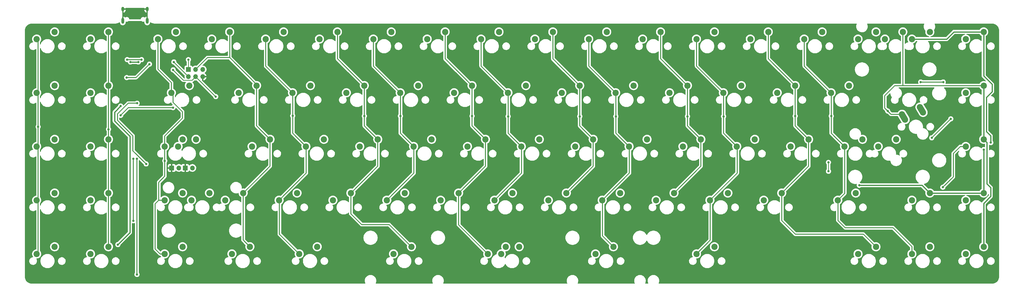
<source format=gbr>
%TF.GenerationSoftware,KiCad,Pcbnew,(5.99.0-11177-g6c67dfa032)*%
%TF.CreationDate,2021-09-17T12:13:22+03:00*%
%TF.ProjectId,SunsetterR2_Solder,53756e73-6574-4746-9572-52325f536f6c,rev?*%
%TF.SameCoordinates,Original*%
%TF.FileFunction,Copper,L1,Top*%
%TF.FilePolarity,Positive*%
%FSLAX46Y46*%
G04 Gerber Fmt 4.6, Leading zero omitted, Abs format (unit mm)*
G04 Created by KiCad (PCBNEW (5.99.0-11177-g6c67dfa032)) date 2021-09-17 12:13:22*
%MOMM*%
%LPD*%
G01*
G04 APERTURE LIST*
%TA.AperFunction,ComponentPad*%
%ADD10C,2.200000*%
%TD*%
%TA.AperFunction,ComponentPad*%
%ADD11R,1.700000X1.700000*%
%TD*%
%TA.AperFunction,ComponentPad*%
%ADD12O,1.700000X1.700000*%
%TD*%
%TA.AperFunction,ComponentPad*%
%ADD13O,1.000000X2.100000*%
%TD*%
%TA.AperFunction,ComponentPad*%
%ADD14O,1.000000X1.600000*%
%TD*%
%TA.AperFunction,ViaPad*%
%ADD15C,0.800000*%
%TD*%
%TA.AperFunction,Conductor*%
%ADD16C,0.400000*%
%TD*%
%TA.AperFunction,Conductor*%
%ADD17C,0.250000*%
%TD*%
%TA.AperFunction,Conductor*%
%ADD18C,0.300000*%
%TD*%
%TA.AperFunction,Conductor*%
%ADD19C,2.200000*%
%TD*%
G04 APERTURE END LIST*
D10*
%TO.P,K21,1,1*%
%TO.N,/SCL*%
X112077500Y-52070000D03*
%TO.P,K21,2,2*%
%TO.N,Net-(K21-Pad2)*%
X105727500Y-54610000D03*
%TD*%
%TO.P,K80,1,1*%
%TO.N,/col16*%
X369252500Y-90170000D03*
%TO.P,K80,2,2*%
%TO.N,Net-(K80-Pad2)*%
X362902500Y-92710000D03*
%TD*%
%TO.P,K35,1,1*%
%TO.N,Net-(K35-Pad1)*%
X40640000Y-71120000D03*
%TO.P,K35,2,2*%
%TO.N,/col0*%
X34290000Y-73660000D03*
%TD*%
%TO.P,K30,1,1*%
%TO.N,Net-(K30-Pad1)*%
X283527500Y-52070000D03*
%TO.P,K30,2,2*%
%TO.N,/col12*%
X277177500Y-54610000D03*
%TD*%
%TO.P,K31,1,1*%
%TO.N,/col13*%
X302577500Y-52070000D03*
%TO.P,K31,2,2*%
%TO.N,Net-(K31-Pad2)*%
X296227500Y-54610000D03*
%TD*%
%TO.P,K33,1,1*%
%TO.N,/col15*%
X340360000Y-62230000D03*
%TO.P,K33,2,2*%
%TO.N,Net-(K33-Pad2)*%
X346710000Y-59690000D03*
%TD*%
%TO.P,K73,1,1*%
%TO.N,/col5*%
X166846250Y-109220000D03*
%TO.P,K73,2,2*%
%TO.N,Net-(K73-Pad2)*%
X160496250Y-111760000D03*
%TD*%
%TO.P,K51,1,1*%
%TO.N,Net-(K51-Pad1)*%
X40640000Y-90170000D03*
%TO.P,K51,2,2*%
%TO.N,/col0*%
X34290000Y-92710000D03*
%TD*%
%TO.P,K78,1,1*%
%TO.N,Net-(K78-Pad1)*%
X350202500Y-109220000D03*
%TO.P,K78,2,2*%
%TO.N,/col14*%
X343852500Y-111760000D03*
%TD*%
%TO.P,K23,1,1*%
%TO.N,/col5*%
X150177500Y-52070000D03*
%TO.P,K23,2,2*%
%TO.N,Net-(K23-Pad2)*%
X143827500Y-54610000D03*
%TD*%
%TO.P,K58,1,1*%
%TO.N,/col7*%
X183515000Y-90170000D03*
%TO.P,K58,2,2*%
%TO.N,Net-(K58-Pad2)*%
X177165000Y-92710000D03*
%TD*%
%TO.P,K56,1,1*%
%TO.N,/col5*%
X145415000Y-90170000D03*
%TO.P,K56,2,2*%
%TO.N,Net-(K56-Pad2)*%
X139065000Y-92710000D03*
%TD*%
%TO.P,K9,1,1*%
%TO.N,Net-(K9-Pad1)*%
X197802500Y-33020000D03*
%TO.P,K9,2,2*%
%TO.N,/col8*%
X191452500Y-35560000D03*
%TD*%
%TO.P,K10,1,1*%
%TO.N,/col9*%
X216852500Y-33020000D03*
%TO.P,K10,2,2*%
%TO.N,Net-(K10-Pad2)*%
X210502500Y-35560000D03*
%TD*%
%TO.P,K6,1,1*%
%TO.N,/col5*%
X140652500Y-33020000D03*
%TO.P,K6,2,2*%
%TO.N,Net-(K6-Pad2)*%
X134302500Y-35560000D03*
%TD*%
%TO.P,K25,1,1*%
%TO.N,/col7*%
X188277500Y-52070000D03*
%TO.P,K25,2,2*%
%TO.N,Net-(K25-Pad2)*%
X181927500Y-54610000D03*
%TD*%
%TO.P,K67,1,1*%
%TO.N,/col16*%
X350202500Y-90170000D03*
%TO.P,K67,2,2*%
%TO.N,Net-(K67-Pad2)*%
X343852500Y-92710000D03*
%TD*%
%TO.P,K46,1,1*%
%TO.N,/col11*%
X269240000Y-71120000D03*
%TO.P,K46,2,2*%
%TO.N,Net-(K46-Pad2)*%
X262890000Y-73660000D03*
%TD*%
%TO.P,K49,1,1*%
%TO.N,Net-(K49-Pad1)*%
X338296250Y-71120000D03*
%TO.P,K49,2,2*%
%TO.N,/col14*%
X331946250Y-73660000D03*
%TD*%
%TO.P,K11,1,1*%
%TO.N,Net-(K11-Pad1)*%
X235902500Y-33020000D03*
%TO.P,K11,2,2*%
%TO.N,/col10*%
X229552500Y-35560000D03*
%TD*%
%TO.P,K14,1,1*%
%TO.N,/col13*%
X293052500Y-33020000D03*
%TO.P,K14,2,2*%
%TO.N,Net-(K14-Pad2)*%
X286702500Y-35560000D03*
%TD*%
%TO.P,K49A1,1,1*%
%TO.N,Net-(K49-Pad1)*%
X326390000Y-71120000D03*
%TO.P,K49A1,2,2*%
%TO.N,/col14*%
X320040000Y-73660000D03*
%TD*%
%TO.P,K18,1,1*%
%TO.N,Net-(K18-Pad1)*%
X40640000Y-52070000D03*
%TO.P,K18,2,2*%
%TO.N,/col0*%
X34290000Y-54610000D03*
%TD*%
%TO.P,K66,1,1*%
%TO.N,/col15*%
X369252500Y-71120000D03*
%TO.P,K66,2,2*%
%TO.N,Net-(K66-Pad2)*%
X362902500Y-73660000D03*
%TD*%
%TO.P,K36,1,1*%
%TO.N,/col1*%
X59690000Y-71120000D03*
%TO.P,K36,2,2*%
%TO.N,Net-(K36-Pad2)*%
X53340000Y-73660000D03*
%TD*%
%TO.P,K32,1,1*%
%TO.N,Net-(K32-Pad1)*%
X321627500Y-52070000D03*
%TO.P,K32,2,2*%
%TO.N,/col14*%
X315277500Y-54610000D03*
%TD*%
%TO.P,K8,1,1*%
%TO.N,/col7*%
X178752500Y-33020000D03*
%TO.P,K8,2,2*%
%TO.N,Net-(K8-Pad2)*%
X172402500Y-35560000D03*
%TD*%
%TO.P,K72,1,1*%
%TO.N,Net-(K72-Pad1)*%
X133508750Y-109220000D03*
%TO.P,K72,2,2*%
%TO.N,/col4*%
X127158750Y-111760000D03*
%TD*%
%TO.P,K63,1,1*%
%TO.N,Net-(K63-Pad1)*%
X278765000Y-90170000D03*
%TO.P,K63,2,2*%
%TO.N,/col12*%
X272415000Y-92710000D03*
%TD*%
%TO.P,K53,1,1*%
%TO.N,Net-(K53-Pad1)*%
X85883750Y-90170000D03*
%TO.P,K53,2,2*%
%TO.N,/col2*%
X79533750Y-92710000D03*
%TD*%
%TO.P,K22,1,1*%
%TO.N,Net-(K22-Pad1)*%
X131127500Y-52070000D03*
%TO.P,K22,2,2*%
%TO.N,/col4*%
X124777500Y-54610000D03*
%TD*%
%TO.P,K7,1,1*%
%TO.N,Net-(K7-Pad1)*%
X159702500Y-33020000D03*
%TO.P,K7,2,2*%
%TO.N,/col6*%
X153352500Y-35560000D03*
%TD*%
%TO.P,K13,1,1*%
%TO.N,Net-(K13-Pad1)*%
X274002500Y-33020000D03*
%TO.P,K13,2,2*%
%TO.N,/col12*%
X267652500Y-35560000D03*
%TD*%
%TO.P,K74A1,1,1*%
%TO.N,Net-(K74-Pad1)*%
X204952500Y-109220000D03*
%TO.P,K74A1,2,2*%
%TO.N,/col7*%
X198602500Y-111760000D03*
%TD*%
%TO.P,K27,1,1*%
%TO.N,/col9*%
X226377500Y-52070000D03*
%TO.P,K27,2,2*%
%TO.N,Net-(K27-Pad2)*%
X220027500Y-54610000D03*
%TD*%
%TO.P,K43,1,1*%
%TO.N,Net-(K43-Pad1)*%
X212090000Y-71120000D03*
%TO.P,K43,2,2*%
%TO.N,/col8*%
X205740000Y-73660000D03*
%TD*%
%TO.P,K71,1,1*%
%TO.N,/SCL*%
X109696250Y-109220000D03*
%TO.P,K71,2,2*%
%TO.N,Net-(K71-Pad2)*%
X103346250Y-111760000D03*
%TD*%
%TO.P,K16A1,1,1*%
%TO.N,/col15*%
X340671250Y-33020000D03*
%TO.P,K16A1,2,2*%
%TO.N,Net-(K16-Pad2)*%
X334321250Y-35560000D03*
%TD*%
%TO.P,K29,1,1*%
%TO.N,/col11*%
X264477500Y-52070000D03*
%TO.P,K29,2,2*%
%TO.N,Net-(K29-Pad2)*%
X258127500Y-54610000D03*
%TD*%
%TO.P,K69,1,1*%
%TO.N,/col1*%
X59690000Y-109220000D03*
%TO.P,K69,2,2*%
%TO.N,Net-(K69-Pad2)*%
X53340000Y-111760000D03*
%TD*%
%TO.P,K59,1,1*%
%TO.N,Net-(K59-Pad1)*%
X202565000Y-90170000D03*
%TO.P,K59,2,2*%
%TO.N,/col8*%
X196215000Y-92710000D03*
%TD*%
%TO.P,K1,1,1*%
%TO.N,Net-(K1-Pad1)*%
X40640000Y-33020000D03*
%TO.P,K1,2,2*%
%TO.N,/col0*%
X34290000Y-35560000D03*
%TD*%
%TO.P,K77,1,1*%
%TO.N,/col13*%
X331152500Y-109220000D03*
%TO.P,K77,2,2*%
%TO.N,Net-(K77-Pad2)*%
X324802500Y-111760000D03*
%TD*%
%TO.P,K20,1,1*%
%TO.N,Net-(K20-Pad1)*%
X88265000Y-52070000D03*
%TO.P,K20,2,2*%
%TO.N,/col2*%
X81915000Y-54610000D03*
%TD*%
%TO.P,K76,1,1*%
%TO.N,Net-(K76-Pad1)*%
X274002500Y-109220000D03*
%TO.P,K76,2,2*%
%TO.N,/col12*%
X267652500Y-111760000D03*
%TD*%
%TO.P,K45,1,1*%
%TO.N,Net-(K45-Pad1)*%
X250190000Y-71120000D03*
%TO.P,K45,2,2*%
%TO.N,/col10*%
X243840000Y-73660000D03*
%TD*%
%TO.P,K42,1,1*%
%TO.N,/col7*%
X193040000Y-71120000D03*
%TO.P,K42,2,2*%
%TO.N,Net-(K42-Pad2)*%
X186690000Y-73660000D03*
%TD*%
%TO.P,K16,1,1*%
%TO.N,/col15*%
X331152500Y-33020000D03*
%TO.P,K16,2,2*%
%TO.N,Net-(K16-Pad2)*%
X324802500Y-35560000D03*
%TD*%
%TO.P,K44,1,1*%
%TO.N,/col9*%
X231140000Y-71120000D03*
%TO.P,K44,2,2*%
%TO.N,Net-(K44-Pad2)*%
X224790000Y-73660000D03*
%TD*%
%TO.P,K3,1,1*%
%TO.N,Net-(K3-Pad1)*%
X83502500Y-33020000D03*
%TO.P,K3,2,2*%
%TO.N,/col2*%
X77152500Y-35560000D03*
%TD*%
%TO.P,K34,1,1*%
%TO.N,/col16*%
X369252500Y-33020000D03*
%TO.P,K34,2,2*%
%TO.N,Net-(K34-Pad2)*%
X362902500Y-35560000D03*
%TD*%
%TO.P,K55,1,1*%
%TO.N,Net-(K55-Pad1)*%
X126365000Y-90170000D03*
%TO.P,K55,2,2*%
%TO.N,/col4*%
X120015000Y-92710000D03*
%TD*%
%TO.P,K4,1,1*%
%TO.N,/SCL*%
X102552500Y-33020000D03*
%TO.P,K4,2,2*%
%TO.N,Net-(K4-Pad2)*%
X96202500Y-35560000D03*
%TD*%
%TO.P,K70,1,1*%
%TO.N,Net-(K70-Pad1)*%
X85883750Y-109220000D03*
%TO.P,K70,2,2*%
%TO.N,/col2*%
X79533750Y-111760000D03*
%TD*%
%TO.P,K62,1,1*%
%TO.N,/col11*%
X259715000Y-90170000D03*
%TO.P,K62,2,2*%
%TO.N,Net-(K62-Pad2)*%
X253365000Y-92710000D03*
%TD*%
%TO.P,K15,1,1*%
%TO.N,Net-(K15-Pad1)*%
X312102500Y-33020000D03*
%TO.P,K15,2,2*%
%TO.N,/col14*%
X305752500Y-35560000D03*
%TD*%
%TO.P,K61,1,1*%
%TO.N,Net-(K61-Pad1)*%
X240665000Y-90170000D03*
%TO.P,K61,2,2*%
%TO.N,/col10*%
X234315000Y-92710000D03*
%TD*%
%TO.P,K53A1,1,1*%
%TO.N,Net-(K53-Pad1)*%
X95408750Y-90170000D03*
%TO.P,K53A1,2,2*%
%TO.N,/col2*%
X89058750Y-92710000D03*
%TD*%
%TO.P,K38,1,1*%
%TO.N,/SCL*%
X116840000Y-71120000D03*
%TO.P,K38,2,2*%
%TO.N,Net-(K38-Pad2)*%
X110490000Y-73660000D03*
%TD*%
%TO.P,K17,1,1*%
%TO.N,Net-(K17-Pad1)*%
X350202500Y-33020000D03*
%TO.P,K17,2,2*%
%TO.N,/col16*%
X343852500Y-35560000D03*
%TD*%
%TO.P,K68,1,1*%
%TO.N,Net-(K68-Pad1)*%
X40640000Y-109220000D03*
%TO.P,K68,2,2*%
%TO.N,/col0*%
X34290000Y-111760000D03*
%TD*%
%TO.P,K64,1,1*%
%TO.N,/col13*%
X297815000Y-90170000D03*
%TO.P,K64,2,2*%
%TO.N,Net-(K64-Pad2)*%
X291465000Y-92710000D03*
%TD*%
%TO.P,K65,1,1*%
%TO.N,Net-(K65-Pad1)*%
X324008750Y-90170000D03*
%TO.P,K65,2,2*%
%TO.N,/col14*%
X317658750Y-92710000D03*
%TD*%
%TO.P,K37A1,1,1*%
%TO.N,Net-(K37-Pad1)*%
X85883750Y-71120000D03*
%TO.P,K37A1,2,2*%
%TO.N,/col2*%
X79533750Y-73660000D03*
%TD*%
%TO.P,K28,1,1*%
%TO.N,Net-(K28-Pad1)*%
X245427500Y-52070000D03*
%TO.P,K28,2,2*%
%TO.N,/col10*%
X239077500Y-54610000D03*
%TD*%
%TO.P,K2,1,1*%
%TO.N,/col1*%
X59690000Y-33020000D03*
%TO.P,K2,2,2*%
%TO.N,Net-(K2-Pad2)*%
X53340000Y-35560000D03*
%TD*%
%TO.P,K50,1,1*%
%TO.N,/col15*%
X369252500Y-52070000D03*
%TO.P,K50,2,2*%
%TO.N,Net-(K50-Pad2)*%
X362902500Y-54610000D03*
%TD*%
%TO.P,K12,1,1*%
%TO.N,/col11*%
X254952500Y-33020000D03*
%TO.P,K12,2,2*%
%TO.N,Net-(K12-Pad2)*%
X248602500Y-35560000D03*
%TD*%
%TO.P,K41,1,1*%
%TO.N,Net-(K41-Pad1)*%
X173990000Y-71120000D03*
%TO.P,K41,2,2*%
%TO.N,/col6*%
X167640000Y-73660000D03*
%TD*%
%TO.P,K75,1,1*%
%TO.N,/col10*%
X238283750Y-109220000D03*
%TO.P,K75,2,2*%
%TO.N,Net-(K75-Pad2)*%
X231933750Y-111760000D03*
%TD*%
%TO.P,K74,1,1*%
%TO.N,Net-(K74-Pad1)*%
X200183750Y-109220000D03*
%TO.P,K74,2,2*%
%TO.N,/col7*%
X193833750Y-111760000D03*
%TD*%
%TO.P,K57,1,1*%
%TO.N,Net-(K57-Pad1)*%
X164465000Y-90170000D03*
%TO.P,K57,2,2*%
%TO.N,/col6*%
X158115000Y-92710000D03*
%TD*%
%TO.P,K24,1,1*%
%TO.N,Net-(K24-Pad1)*%
X169227500Y-52070000D03*
%TO.P,K24,2,2*%
%TO.N,/col6*%
X162877500Y-54610000D03*
%TD*%
%TO.P,K60,1,1*%
%TO.N,/col9*%
X221615000Y-90170000D03*
%TO.P,K60,2,2*%
%TO.N,Net-(K60-Pad2)*%
X215265000Y-92710000D03*
%TD*%
%TO.P,K52,1,1*%
%TO.N,/col1*%
X59690000Y-90170000D03*
%TO.P,K52,2,2*%
%TO.N,Net-(K52-Pad2)*%
X53340000Y-92710000D03*
%TD*%
%TO.P,K26,1,1*%
%TO.N,Net-(K26-Pad1)*%
X207327500Y-52070000D03*
%TO.P,K26,2,2*%
%TO.N,/col8*%
X200977500Y-54610000D03*
%TD*%
%TO.P,K39,1,1*%
%TO.N,Net-(K39-Pad1)*%
X135890000Y-71120000D03*
%TO.P,K39,2,2*%
%TO.N,/col4*%
X129540000Y-73660000D03*
%TD*%
%TO.P,K47,1,1*%
%TO.N,Net-(K47-Pad1)*%
X288290000Y-71120000D03*
%TO.P,K47,2,2*%
%TO.N,/col12*%
X281940000Y-73660000D03*
%TD*%
%TO.P,K5,1,1*%
%TO.N,Net-(K5-Pad1)*%
X121602500Y-33020000D03*
%TO.P,K5,2,2*%
%TO.N,/col4*%
X115252500Y-35560000D03*
%TD*%
%TO.P,K37,1,1*%
%TO.N,Net-(K37-Pad1)*%
X90646250Y-71120000D03*
%TO.P,K37,2,2*%
%TO.N,/col2*%
X84296250Y-73660000D03*
%TD*%
%TO.P,K19,1,1*%
%TO.N,/col1*%
X59690000Y-52070000D03*
%TO.P,K19,2,2*%
%TO.N,Net-(K19-Pad2)*%
X53340000Y-54610000D03*
%TD*%
%TO.P,K54,1,1*%
%TO.N,/SCL*%
X107315000Y-90170000D03*
%TO.P,K54,2,2*%
%TO.N,Net-(K54-Pad2)*%
X100965000Y-92710000D03*
%TD*%
%TO.P,K33A1,1,1*%
%TO.N,Net-(K33-Pad2)*%
X347821250Y-61595000D03*
%TO.P,K33A1,2,2*%
%TO.N,/col15*%
X341471250Y-64135000D03*
%TD*%
%TO.P,K48,1,1*%
%TO.N,/col13*%
X307340000Y-71120000D03*
%TO.P,K48,2,2*%
%TO.N,Net-(K48-Pad2)*%
X300990000Y-73660000D03*
%TD*%
%TO.P,K79,1,1*%
%TO.N,/col15*%
X369252500Y-109220000D03*
%TO.P,K79,2,2*%
%TO.N,Net-(K79-Pad2)*%
X362902500Y-111760000D03*
%TD*%
%TO.P,K40,1,1*%
%TO.N,/col5*%
X154940000Y-71120000D03*
%TO.P,K40,2,2*%
%TO.N,Net-(K40-Pad2)*%
X148590000Y-73660000D03*
%TD*%
D11*
%TO.P,LED1,1,K*%
%TO.N,Earth*%
X82053750Y-81280000D03*
D12*
%TO.P,LED1,2,A*%
%TO.N,Net-(LED1-Pad2)*%
X84593750Y-81280000D03*
%TD*%
D13*
%TO.P,J1,S1,SHIELD*%
%TO.N,Net-(FB1-Pad1)*%
X73376250Y-29107600D03*
D14*
X64736250Y-24927600D03*
X73376250Y-24927600D03*
D13*
X64736250Y-29107600D03*
%TD*%
D11*
%TO.P,LED1a1,1,K*%
%TO.N,Earth*%
X86816250Y-81280000D03*
D12*
%TO.P,LED1a1,2,A*%
%TO.N,Net-(LED1-Pad2)*%
X89356250Y-81280000D03*
%TD*%
D11*
%TO.P,ISP1,1,Pin_1*%
%TO.N,/MISO*%
X87949800Y-46350000D03*
D12*
%TO.P,ISP1,2,Pin_2*%
%TO.N,+5V*%
X87949800Y-48890000D03*
%TO.P,ISP1,3,Pin_3*%
%TO.N,/SCL*%
X90489800Y-46350000D03*
%TO.P,ISP1,4,Pin_4*%
%TO.N,/MOSI*%
X90489800Y-48890000D03*
%TO.P,ISP1,5,Pin_5*%
%TO.N,/RES*%
X93029800Y-46350000D03*
%TO.P,ISP1,6,Pin_6*%
%TO.N,Earth*%
X93029800Y-48890000D03*
%TD*%
D15*
%TO.N,+5V*%
X62992000Y-108458000D03*
X63999509Y-59317491D03*
X82804000Y-43688000D03*
X67437000Y-43688000D03*
X70231000Y-43688000D03*
%TO.N,Earth*%
X212725000Y-78994000D03*
X268224000Y-49276000D03*
X73482200Y-53238400D03*
X319151000Y-43688000D03*
X157099000Y-62992000D03*
X242951000Y-43688000D03*
X266827000Y-104140000D03*
X64719200Y-79959200D03*
X183896000Y-108331000D03*
X65024000Y-31343600D03*
X214757000Y-120777000D03*
X165735000Y-120523000D03*
X122428000Y-71882000D03*
X214249000Y-62992000D03*
X51358800Y-79756000D03*
X73406000Y-58470800D03*
X176149000Y-62992000D03*
X70358000Y-46101000D03*
X64770000Y-70154800D03*
X209296000Y-116967000D03*
X71374000Y-54000400D03*
X336550000Y-104775000D03*
X275844000Y-77597000D03*
X328676000Y-63881000D03*
X71424800Y-70256400D03*
X338328000Y-49149000D03*
X66395600Y-63144400D03*
X58039000Y-50546000D03*
X180721000Y-71755000D03*
X146050000Y-109601000D03*
X206629000Y-102362000D03*
X68072000Y-61671200D03*
X198755000Y-72136000D03*
X64250000Y-101500000D03*
X79400400Y-62331600D03*
X136525000Y-102362000D03*
X81381600Y-84785200D03*
X278511000Y-47625000D03*
X76301600Y-61468000D03*
X136525000Y-78867000D03*
X60858400Y-65582800D03*
X271399000Y-63373000D03*
X70256400Y-67157600D03*
X252349000Y-63373000D03*
X276987000Y-102362000D03*
X280924000Y-43688000D03*
X237109000Y-79121000D03*
X183769000Y-115316000D03*
X74523600Y-83464400D03*
X174498000Y-79502000D03*
X350520000Y-40513000D03*
X186944000Y-79121000D03*
X137922000Y-47625000D03*
X196723000Y-104013000D03*
X219202000Y-72263000D03*
X119126000Y-116078000D03*
X233426000Y-63373000D03*
X71323200Y-64922400D03*
X233807000Y-120396000D03*
X96012000Y-108966000D03*
X197866000Y-49276000D03*
X260223000Y-111633000D03*
X188976000Y-120777000D03*
X250571000Y-79121000D03*
X152146000Y-114681000D03*
X64516000Y-47625000D03*
X278638000Y-108712000D03*
X363093000Y-47752000D03*
X99568000Y-71247000D03*
X70586600Y-35280600D03*
X208584800Y-46329600D03*
X86309200Y-84785200D03*
X138049000Y-62611000D03*
X104521000Y-78486000D03*
X56261000Y-104775000D03*
X79603600Y-50342800D03*
X210820000Y-112014000D03*
X195072000Y-62992000D03*
X71424800Y-57099200D03*
X309626000Y-63754000D03*
X346964000Y-44323000D03*
X301244000Y-79248000D03*
X128270000Y-51054000D03*
X347726000Y-102362000D03*
X126365000Y-104648000D03*
X364617000Y-42672000D03*
X290576000Y-63500000D03*
X204724000Y-43942000D03*
X66421000Y-35280600D03*
%TO.N,/MISO*%
X66294000Y-42862500D03*
X87947500Y-42862500D03*
X71374000Y-42862500D03*
%TO.N,/MOSI*%
X346964000Y-50800000D03*
X97631250Y-55975250D03*
X82550000Y-46482000D03*
X64008000Y-62611000D03*
X354950000Y-50800000D03*
X82499200Y-59893200D03*
%TO.N,/col0*%
X34798000Y-66675000D03*
%TO.N,/col1*%
X59690000Y-67564000D03*
%TO.N,/col2*%
X79593271Y-78740000D03*
%TO.N,/col4*%
X124837021Y-62775500D03*
%TO.N,/col5*%
X150177500Y-62865000D03*
%TO.N,/col6*%
X162941000Y-62865000D03*
%TO.N,/col7*%
X188277500Y-62865000D03*
%TO.N,/col8*%
X201041000Y-62992000D03*
%TO.N,/col9*%
X226377500Y-62992000D03*
%TO.N,/col10*%
X239137021Y-62992000D03*
%TO.N,/col11*%
X264477500Y-62992000D03*
%TO.N,/col12*%
X277241000Y-62992000D03*
%TO.N,/col13*%
X302577500Y-62865000D03*
%TO.N,/col14*%
X315341000Y-62865000D03*
%TO.N,/col15*%
X335305400Y-61087000D03*
%TO.N,/col16*%
X371754400Y-72288400D03*
X314350400Y-79298800D03*
X369265200Y-74777600D03*
X314350400Y-82448400D03*
X325221600Y-87426800D03*
%TO.N,Net-(K50-Pad2)*%
X350885125Y-70596125D03*
X357616125Y-63865125D03*
%TO.N,Net-(K66-Pad2)*%
X354806250Y-88106250D03*
%TO.N,/row3*%
X68500000Y-100012500D03*
X68500000Y-78000000D03*
%TO.N,/row4*%
X69750000Y-78000000D03*
X69750000Y-119062500D03*
%TO.N,/CAPS_LED*%
X72999600Y-79857600D03*
X69799200Y-58318400D03*
%TO.N,Net-(RGB1-Pad2)*%
X66116000Y-49225000D03*
X74168000Y-44450000D03*
%TD*%
D16*
%TO.N,+5V*%
X61849000Y-64643000D02*
X67250000Y-70044000D01*
X63999509Y-59317491D02*
X61849000Y-61468000D01*
X67250000Y-70044000D02*
X67250000Y-104200000D01*
D17*
X82804000Y-43744200D02*
X87949800Y-48890000D01*
D16*
X70231000Y-43688000D02*
X67437000Y-43688000D01*
X67250000Y-104200000D02*
X62992000Y-108458000D01*
X61849000Y-61468000D02*
X61849000Y-64643000D01*
D17*
X82804000Y-43688000D02*
X82804000Y-43744200D01*
D16*
%TO.N,Earth*%
X70586600Y-35280600D02*
X66421000Y-35280600D01*
X65024000Y-31343600D02*
X66421000Y-32740600D01*
X66421000Y-32740600D02*
X66421000Y-35280600D01*
D17*
%TO.N,/MISO*%
X87949800Y-46350000D02*
X87949800Y-42864800D01*
X87949800Y-42864800D02*
X87947500Y-42862500D01*
D18*
X66294000Y-42862500D02*
X71374000Y-42862500D01*
%TO.N,/SCL*%
X116840000Y-80645000D02*
X112395000Y-85090000D01*
X94688500Y-42151300D02*
X90489800Y-46350000D01*
X116840000Y-71120000D02*
X116840000Y-80645000D01*
X112395000Y-85090000D02*
X107315000Y-90170000D01*
X112077500Y-51676300D02*
X112077500Y-52070000D01*
X107315000Y-106838750D02*
X109696250Y-109220000D01*
X102552500Y-42151300D02*
X94688500Y-42151300D01*
X102552500Y-42151300D02*
X112077500Y-51676300D01*
X112077500Y-52070000D02*
X112077500Y-66357500D01*
X102552500Y-33020000D02*
X102552500Y-42151300D01*
X112077500Y-66357500D02*
X116840000Y-71120000D01*
X107315000Y-90170000D02*
X107315000Y-106838750D01*
%TO.N,/MOSI*%
X66725800Y-59893200D02*
X64008000Y-62611000D01*
D17*
X82550000Y-46550000D02*
X86165000Y-50165000D01*
D18*
X346964000Y-50800000D02*
X354950000Y-50800000D01*
D17*
X90489800Y-48890000D02*
X97575050Y-55975250D01*
X82550000Y-46482000D02*
X82550000Y-46550000D01*
D18*
X82499200Y-59893200D02*
X66725800Y-59893200D01*
D17*
X89214800Y-50165000D02*
X90489800Y-48890000D01*
X86165000Y-50165000D02*
X89214800Y-50165000D01*
X97575050Y-55975250D02*
X97631250Y-55975250D01*
D18*
%TO.N,/col0*%
X34798000Y-93218000D02*
X34798000Y-111252000D01*
X34290000Y-92710000D02*
X34798000Y-93218000D01*
X34798000Y-92202000D02*
X34290000Y-92710000D01*
X34798000Y-36068000D02*
X34798000Y-54102000D01*
X34290000Y-35560000D02*
X34798000Y-36068000D01*
X34290000Y-73660000D02*
X34798000Y-74168000D01*
X34290000Y-54610000D02*
X34798000Y-55118000D01*
X34798000Y-111252000D02*
X34290000Y-111760000D01*
X34798000Y-54102000D02*
X34290000Y-54610000D01*
X34798000Y-66675000D02*
X34798000Y-73152000D01*
X34798000Y-74168000D02*
X34798000Y-92202000D01*
X34798000Y-73152000D02*
X34290000Y-73660000D01*
X34798000Y-55118000D02*
X34798000Y-66675000D01*
%TO.N,/col1*%
X59690000Y-71120000D02*
X59690000Y-109220000D01*
X59690000Y-67564000D02*
X59690000Y-71120000D01*
X59690000Y-33020000D02*
X59690000Y-52070000D01*
X59690000Y-52070000D02*
X59690000Y-67564000D01*
%TO.N,/col2*%
X79533750Y-111760000D02*
X77978116Y-111760000D01*
X79533750Y-69970650D02*
X85852000Y-63652400D01*
X77212021Y-46274821D02*
X81915000Y-50977800D01*
X77212021Y-35619521D02*
X77212021Y-46274821D01*
X79533750Y-73660000D02*
X79533750Y-69970650D01*
X85852000Y-63652400D02*
X85852000Y-61341000D01*
X77470000Y-92710000D02*
X79533750Y-92710000D01*
X79593271Y-84236729D02*
X77470000Y-86360000D01*
X81915000Y-50977800D02*
X81915000Y-54610000D01*
X76200000Y-93980000D02*
X77470000Y-92710000D01*
X77978116Y-111760000D02*
X76200000Y-109981884D01*
X79593271Y-78740000D02*
X79593271Y-73719521D01*
X82550000Y-58039000D02*
X82550000Y-55245000D01*
X77152500Y-35560000D02*
X77212021Y-35619521D01*
X79593271Y-73719521D02*
X79533750Y-73660000D01*
X79593271Y-78740000D02*
X79593271Y-84236729D01*
X85852000Y-61341000D02*
X82550000Y-58039000D01*
X76200000Y-109981884D02*
X76200000Y-93980000D01*
X77470000Y-86360000D02*
X77470000Y-92710000D01*
X82550000Y-55245000D02*
X81915000Y-54610000D01*
%TO.N,/col4*%
X115316000Y-35623500D02*
X115316000Y-45148500D01*
X120015000Y-92710000D02*
X128778000Y-83947000D01*
X124837021Y-62775500D02*
X124837021Y-54669521D01*
X124837021Y-62775500D02*
X124837021Y-68957021D01*
X124837021Y-54669521D02*
X124777500Y-54610000D01*
X124837021Y-68957021D02*
X129540000Y-73660000D01*
X115252500Y-35560000D02*
X115316000Y-35623500D01*
X120142000Y-92837000D02*
X120142000Y-104743250D01*
X128778000Y-83947000D02*
X129599521Y-83125479D01*
X120015000Y-92710000D02*
X120142000Y-92837000D01*
X129599521Y-73719521D02*
X129540000Y-73660000D01*
X129599521Y-83125479D02*
X129599521Y-73719521D01*
X120142000Y-104743250D02*
X127158750Y-111760000D01*
X115316000Y-45148500D02*
X124777500Y-54610000D01*
%TO.N,/col5*%
X145415000Y-90170000D02*
X145415000Y-97536000D01*
X154940000Y-80645000D02*
X145415000Y-90170000D01*
X150177500Y-62865000D02*
X150177500Y-66357500D01*
X140652500Y-33020000D02*
X140652500Y-42545000D01*
X150177500Y-66357500D02*
X154940000Y-71120000D01*
X140652500Y-42545000D02*
X150177500Y-52070000D01*
X154940000Y-71120000D02*
X154940000Y-80645000D01*
X158972250Y-101346000D02*
X166846250Y-109220000D01*
X145415000Y-97536000D02*
X149225000Y-101346000D01*
X150177500Y-52070000D02*
X150177500Y-62865000D01*
X149225000Y-101346000D02*
X158972250Y-101346000D01*
%TO.N,/col6*%
X162937021Y-54669521D02*
X162877500Y-54610000D01*
X167699521Y-73719521D02*
X167640000Y-73660000D01*
X162937021Y-62868979D02*
X162937021Y-68957021D01*
X153352500Y-35560000D02*
X153412021Y-35619521D01*
X153412021Y-45144521D02*
X162877500Y-54610000D01*
X162941000Y-62865000D02*
X162937021Y-62868979D01*
X167699521Y-83125479D02*
X167699521Y-73719521D01*
X153412021Y-35619521D02*
X153412021Y-45144521D01*
X162937021Y-68957021D02*
X167640000Y-73660000D01*
X162937021Y-62861021D02*
X162937021Y-54669521D01*
X158115000Y-92710000D02*
X167699521Y-83125479D01*
X162941000Y-62865000D02*
X162937021Y-62861021D01*
%TO.N,/col7*%
X193040000Y-71120000D02*
X193040000Y-80645000D01*
X188277500Y-62865000D02*
X188277500Y-66357500D01*
X188277500Y-66357500D02*
X193040000Y-71120000D01*
X183515000Y-101441250D02*
X193833750Y-111760000D01*
X193040000Y-80645000D02*
X183515000Y-90170000D01*
X188277500Y-52070000D02*
X188277500Y-62865000D01*
X178752500Y-33020000D02*
X178752500Y-42545000D01*
X178752500Y-42545000D02*
X188277500Y-52070000D01*
X183515000Y-90170000D02*
X183515000Y-101441250D01*
%TO.N,/col8*%
X191452500Y-35560000D02*
X191512021Y-35619521D01*
X201037021Y-54669521D02*
X200977500Y-54610000D01*
X201037021Y-68957021D02*
X205740000Y-73660000D01*
X205799521Y-83125479D02*
X205799521Y-73719521D01*
X201041000Y-62992000D02*
X201037021Y-62995979D01*
X201041000Y-62992000D02*
X201037021Y-62988021D01*
X201037021Y-62988021D02*
X201037021Y-54669521D01*
X205799521Y-73719521D02*
X205740000Y-73660000D01*
X201037021Y-62995979D02*
X201037021Y-68957021D01*
X196215000Y-92710000D02*
X205799521Y-83125479D01*
X191512021Y-35619521D02*
X191512021Y-45144521D01*
X191512021Y-45144521D02*
X200977500Y-54610000D01*
%TO.N,/col9*%
X226377500Y-62992000D02*
X226377500Y-66357500D01*
X231140000Y-80645000D02*
X221615000Y-90170000D01*
X226377500Y-52070000D02*
X226377500Y-62992000D01*
X231140000Y-71120000D02*
X231140000Y-80645000D01*
X216852500Y-33020000D02*
X216852500Y-42545000D01*
X226377500Y-66357500D02*
X231140000Y-71120000D01*
X216852500Y-42545000D02*
X226377500Y-52070000D01*
%TO.N,/col10*%
X243899521Y-83125479D02*
X243899521Y-73719521D01*
X239137021Y-68957021D02*
X243840000Y-73660000D01*
X229612021Y-35619521D02*
X229612021Y-45144521D01*
X239137021Y-54669521D02*
X239077500Y-54610000D01*
X234442000Y-92837000D02*
X234442000Y-105378250D01*
X239137021Y-62992000D02*
X239137021Y-68957021D01*
X229552500Y-35560000D02*
X229612021Y-35619521D01*
X239137021Y-62992000D02*
X239137021Y-54669521D01*
X234315000Y-92710000D02*
X243899521Y-83125479D01*
X234315000Y-92710000D02*
X234442000Y-92837000D01*
X229612021Y-45144521D02*
X239077500Y-54610000D01*
X243899521Y-73719521D02*
X243840000Y-73660000D01*
X234442000Y-105378250D02*
X238283750Y-109220000D01*
%TO.N,/col11*%
X264477500Y-62992000D02*
X264477500Y-66357500D01*
X264477500Y-52070000D02*
X264477500Y-62992000D01*
X269240000Y-71120000D02*
X269240000Y-80645000D01*
X269240000Y-80645000D02*
X259715000Y-90170000D01*
X254952500Y-42545000D02*
X264477500Y-52070000D01*
X254952500Y-33020000D02*
X254952500Y-42545000D01*
X264477500Y-66357500D02*
X269240000Y-71120000D01*
%TO.N,/col12*%
X272542000Y-106870500D02*
X267652500Y-111760000D01*
X272542000Y-92837000D02*
X272542000Y-106870500D01*
X272415000Y-92710000D02*
X272542000Y-92837000D01*
X277241000Y-62992000D02*
X277237021Y-62988021D01*
X282067000Y-73787000D02*
X281940000Y-73660000D01*
X282067000Y-83058000D02*
X282067000Y-73787000D01*
X277237021Y-62995979D02*
X277237021Y-68957021D01*
X277237021Y-68957021D02*
X281940000Y-73660000D01*
X267712021Y-35619521D02*
X267712021Y-45144521D01*
X277237021Y-54669521D02*
X277177500Y-54610000D01*
X267652500Y-35560000D02*
X267712021Y-35619521D01*
X267712021Y-45144521D02*
X277177500Y-54610000D01*
X272415000Y-92710000D02*
X282067000Y-83058000D01*
X277241000Y-62992000D02*
X277237021Y-62995979D01*
X277237021Y-62988021D02*
X277237021Y-54669521D01*
%TO.N,/col13*%
X302641000Y-104775000D02*
X326707500Y-104775000D01*
X302577500Y-66357500D02*
X307340000Y-71120000D01*
X293052500Y-33020000D02*
X293052500Y-42545000D01*
X297815000Y-90170000D02*
X297815000Y-99949000D01*
X297815000Y-99949000D02*
X302641000Y-104775000D01*
X302577500Y-52070000D02*
X302577500Y-62865000D01*
X293052500Y-42545000D02*
X302577500Y-52070000D01*
X307340000Y-80645000D02*
X297815000Y-90170000D01*
X326707500Y-104775000D02*
X331152500Y-109220000D01*
X302577500Y-62865000D02*
X302577500Y-66357500D01*
X307340000Y-71120000D02*
X307340000Y-80645000D01*
%TO.N,/col14*%
X315337021Y-62861021D02*
X315337021Y-54669521D01*
X317718271Y-99913271D02*
X320294000Y-102489000D01*
X317658750Y-92710000D02*
X320099521Y-90269229D01*
X315337021Y-54669521D02*
X315277500Y-54610000D01*
X315341000Y-62865000D02*
X315337021Y-62861021D01*
X305812021Y-45144521D02*
X315277500Y-54610000D01*
X317658750Y-92710000D02*
X317718271Y-92769521D01*
X315341000Y-62865000D02*
X315341000Y-68961000D01*
X320294000Y-102489000D02*
X337185000Y-102489000D01*
X320099521Y-73719521D02*
X320040000Y-73660000D01*
X305812021Y-35619521D02*
X305812021Y-45144521D01*
X315341000Y-68961000D02*
X320040000Y-73660000D01*
X337185000Y-102489000D02*
X343852500Y-109156500D01*
X320099521Y-90269229D02*
X320099521Y-73719521D01*
X305752500Y-35560000D02*
X305812021Y-35619521D01*
X317718271Y-92769521D02*
X317718271Y-99913271D01*
X343852500Y-109156500D02*
X343852500Y-111760000D01*
%TO.N,/col15*%
X336448400Y-62230000D02*
X340360000Y-62230000D01*
X340671250Y-33020000D02*
X340671250Y-52070000D01*
X340671250Y-52070000D02*
X369252500Y-52070000D01*
X340671250Y-52070000D02*
X337820000Y-52070000D01*
D16*
X369252500Y-71120000D02*
X369252500Y-52070000D01*
X369252500Y-71120000D02*
X370412979Y-72280479D01*
X369252500Y-93840300D02*
X369252500Y-109220000D01*
X370412979Y-72280479D02*
X370412979Y-86898179D01*
X371754400Y-91338400D02*
X369252500Y-93840300D01*
X370412979Y-86898179D02*
X371754400Y-88239600D01*
D19*
X340360000Y-62230000D02*
X341471250Y-64135000D01*
D18*
X334264000Y-60045600D02*
X335305400Y-61087000D01*
X334264000Y-55626000D02*
X334264000Y-60045600D01*
D16*
X371754400Y-88239600D02*
X371754400Y-91338400D01*
D18*
X335305400Y-61087000D02*
X336448400Y-62230000D01*
X337820000Y-52070000D02*
X334264000Y-55626000D01*
D16*
%TO.N,/col16*%
X343852500Y-35560000D02*
X356158800Y-35560000D01*
X370179600Y-68326000D02*
X371754400Y-69900800D01*
X358698800Y-33020000D02*
X369252500Y-33020000D01*
X350202500Y-90170000D02*
X347459300Y-87426800D01*
X369265200Y-90157300D02*
X369252500Y-90170000D01*
X371754400Y-69900800D02*
X371754400Y-72288400D01*
X369265200Y-74777600D02*
X369265200Y-90157300D01*
X369252500Y-48653700D02*
X372211600Y-51612800D01*
X372211600Y-51612800D02*
X372211600Y-54203600D01*
X370179600Y-56235600D02*
X370179600Y-68326000D01*
D17*
X314350400Y-79298800D02*
X314350400Y-82448400D01*
D16*
X347459300Y-87426800D02*
X325221600Y-87426800D01*
X356158800Y-35560000D02*
X358698800Y-33020000D01*
X372211600Y-54203600D02*
X370179600Y-56235600D01*
X369252500Y-33020000D02*
X369252500Y-48653700D01*
X350202500Y-90170000D02*
X369252500Y-90170000D01*
D18*
%TO.N,Net-(K33-Pad2)*%
X346710000Y-59690000D02*
X346650479Y-59630479D01*
D19*
X346710000Y-59690000D02*
X347821250Y-61595000D01*
D18*
%TO.N,Net-(K50-Pad2)*%
X350885125Y-70596125D02*
X357616125Y-63865125D01*
%TO.N,Net-(K66-Pad2)*%
X354806250Y-88106250D02*
X358495600Y-84416900D01*
X360984800Y-73660000D02*
X362902500Y-73660000D01*
X358495600Y-76149200D02*
X360984800Y-73660000D01*
X358495600Y-84416900D02*
X358495600Y-76149200D01*
%TO.N,/row3*%
X68500000Y-78000000D02*
X68500000Y-100012500D01*
%TO.N,/row4*%
X69750000Y-119062500D02*
X69750000Y-78000000D01*
%TO.N,/CAPS_LED*%
X68326000Y-75184000D02*
X68326000Y-69850000D01*
X68326000Y-69850000D02*
X62839600Y-64363600D01*
X72999600Y-79857600D02*
X68326000Y-75184000D01*
X62839600Y-64363600D02*
X62839600Y-62128400D01*
X66649600Y-58318400D02*
X69799200Y-58318400D01*
X62839600Y-62128400D02*
X66649600Y-58318400D01*
%TO.N,Net-(RGB1-Pad2)*%
X69393000Y-49225000D02*
X66116000Y-49225000D01*
X74168000Y-44450000D02*
X69393000Y-49225000D01*
%TD*%
%TA.AperFunction,Conductor*%
%TO.N,Net-(FB1-Pad1)*%
G36*
X72310371Y-24501782D02*
G01*
X72356864Y-24555438D01*
X72368250Y-24607780D01*
X72368250Y-24655485D01*
X72372725Y-24670724D01*
X72374115Y-24671929D01*
X72381798Y-24673600D01*
X73422290Y-24673600D01*
X73490411Y-24693602D01*
X73536904Y-24747258D01*
X73548290Y-24799600D01*
X73548290Y-27520573D01*
X73546544Y-27541477D01*
X73543219Y-27561241D01*
X73543160Y-27566102D01*
X73543143Y-27567510D01*
X73543066Y-27573780D01*
X73542230Y-27573770D01*
X73541822Y-27575588D01*
X73543321Y-27575562D01*
X73545765Y-27714854D01*
X73546176Y-27738302D01*
X73589124Y-28064529D01*
X73590191Y-28068511D01*
X73590192Y-28068516D01*
X73625957Y-28201991D01*
X73630250Y-28234602D01*
X73630250Y-28575000D01*
X73122250Y-28575000D01*
X73122250Y-27599548D01*
X73118277Y-27586017D01*
X73110482Y-27584897D01*
X73002693Y-27616621D01*
X72991309Y-27621220D01*
X72827028Y-27707104D01*
X72816767Y-27713818D01*
X72672291Y-27829980D01*
X72663530Y-27838559D01*
X72619202Y-27891387D01*
X72560093Y-27930713D01*
X72489105Y-27931839D01*
X72448620Y-27912331D01*
X72448263Y-27912071D01*
X72365296Y-27851792D01*
X72359268Y-27849108D01*
X72359266Y-27849107D01*
X72211265Y-27783213D01*
X72211264Y-27783213D01*
X72205234Y-27780528D01*
X72119544Y-27762314D01*
X72040311Y-27745472D01*
X72040307Y-27745472D01*
X72033854Y-27744100D01*
X71858646Y-27744100D01*
X71852193Y-27745472D01*
X71852189Y-27745472D01*
X71772956Y-27762314D01*
X71687266Y-27780528D01*
X71681237Y-27783213D01*
X71681235Y-27783213D01*
X71533235Y-27849107D01*
X71533233Y-27849108D01*
X71527205Y-27851792D01*
X71521864Y-27855672D01*
X71521863Y-27855673D01*
X71411399Y-27935930D01*
X71385458Y-27954777D01*
X71381045Y-27959679D01*
X71381043Y-27959680D01*
X71290323Y-28060434D01*
X71268220Y-28084982D01*
X71264920Y-28090698D01*
X71264917Y-28090702D01*
X71200665Y-28201991D01*
X71180616Y-28236718D01*
X71126473Y-28403351D01*
X71125784Y-28409910D01*
X71125783Y-28409913D01*
X71120291Y-28462170D01*
X71093278Y-28527827D01*
X71035057Y-28568457D01*
X70994981Y-28575000D01*
X67117519Y-28575000D01*
X67049398Y-28554998D01*
X67002905Y-28501342D01*
X66992209Y-28462170D01*
X66986717Y-28409913D01*
X66986716Y-28409910D01*
X66986027Y-28403351D01*
X66931884Y-28236718D01*
X66911835Y-28201991D01*
X66847583Y-28090702D01*
X66847580Y-28090698D01*
X66844280Y-28084982D01*
X66822177Y-28060434D01*
X66731457Y-27959680D01*
X66731455Y-27959679D01*
X66727042Y-27954777D01*
X66585296Y-27851792D01*
X66579268Y-27849108D01*
X66579266Y-27849107D01*
X66431265Y-27783213D01*
X66431264Y-27783213D01*
X66425234Y-27780528D01*
X66339544Y-27762314D01*
X66260311Y-27745472D01*
X66260307Y-27745472D01*
X66253854Y-27744100D01*
X66078646Y-27744100D01*
X66072193Y-27745472D01*
X66072189Y-27745472D01*
X65992956Y-27762314D01*
X65907266Y-27780528D01*
X65901237Y-27783213D01*
X65901235Y-27783213D01*
X65753235Y-27849107D01*
X65753233Y-27849108D01*
X65747205Y-27851792D01*
X65741864Y-27855672D01*
X65741863Y-27855673D01*
X65664238Y-27912071D01*
X65597370Y-27935930D01*
X65528219Y-27919849D01*
X65492535Y-27889772D01*
X65458941Y-27848583D01*
X65450296Y-27839877D01*
X65307462Y-27721714D01*
X65297291Y-27714854D01*
X65134219Y-27626682D01*
X65122920Y-27621932D01*
X65007557Y-27586220D01*
X64993455Y-27586014D01*
X64990250Y-27592770D01*
X64990250Y-28575000D01*
X64482250Y-28575000D01*
X64482250Y-28234901D01*
X64486543Y-28202290D01*
X64522388Y-28068516D01*
X64522389Y-28068511D01*
X64523456Y-28064529D01*
X64566404Y-27738302D01*
X64566816Y-27714854D01*
X64568445Y-27621932D01*
X64569012Y-27589644D01*
X64569110Y-27587813D01*
X64569361Y-27586319D01*
X64569438Y-27580017D01*
X64569455Y-27578639D01*
X64569455Y-27578635D01*
X64569514Y-27573780D01*
X64565563Y-27546192D01*
X64564290Y-27528329D01*
X64564290Y-25195148D01*
X64990250Y-25195148D01*
X64990250Y-26185652D01*
X64994223Y-26199183D01*
X65002018Y-26200303D01*
X65109807Y-26168579D01*
X65121191Y-26163980D01*
X65285472Y-26078096D01*
X65295733Y-26071382D01*
X65440209Y-25955220D01*
X65448969Y-25946642D01*
X65568131Y-25804630D01*
X65575057Y-25794516D01*
X65664368Y-25632058D01*
X65669196Y-25620794D01*
X65725252Y-25444084D01*
X65727800Y-25432097D01*
X65743857Y-25288939D01*
X65744250Y-25281915D01*
X65744250Y-25199715D01*
X65742909Y-25195148D01*
X72368250Y-25195148D01*
X72368250Y-25275512D01*
X72368551Y-25281660D01*
X72381941Y-25418226D01*
X72384324Y-25430261D01*
X72437904Y-25607724D01*
X72442579Y-25619066D01*
X72529607Y-25782744D01*
X72536394Y-25792960D01*
X72653560Y-25936619D01*
X72662204Y-25945323D01*
X72805038Y-26063486D01*
X72815209Y-26070346D01*
X72978281Y-26158518D01*
X72989580Y-26163268D01*
X73104943Y-26198980D01*
X73119045Y-26199186D01*
X73122250Y-26192430D01*
X73122250Y-25199715D01*
X73117775Y-25184476D01*
X73116385Y-25183271D01*
X73108702Y-25181600D01*
X72386365Y-25181600D01*
X72371126Y-25186075D01*
X72369921Y-25187465D01*
X72368250Y-25195148D01*
X65742909Y-25195148D01*
X65739775Y-25184476D01*
X65738385Y-25183271D01*
X65730702Y-25181600D01*
X65008365Y-25181600D01*
X64993126Y-25186075D01*
X64991921Y-25187465D01*
X64990250Y-25195148D01*
X64564290Y-25195148D01*
X64564290Y-24799600D01*
X64584292Y-24731479D01*
X64637948Y-24684986D01*
X64690290Y-24673600D01*
X65726135Y-24673600D01*
X65741374Y-24669125D01*
X65742579Y-24667735D01*
X65744250Y-24660052D01*
X65744250Y-24607780D01*
X65764252Y-24539659D01*
X65817908Y-24493166D01*
X65870250Y-24481780D01*
X72242250Y-24481780D01*
X72310371Y-24501782D01*
G37*
%TD.AperFunction*%
%TD*%
%TA.AperFunction,Conductor*%
%TO.N,Earth*%
G36*
X71334633Y-29150627D02*
G01*
X71360147Y-29172314D01*
X71381037Y-29195515D01*
X71381046Y-29195523D01*
X71385458Y-29200423D01*
X71390797Y-29204302D01*
X71511197Y-29291778D01*
X71527204Y-29303408D01*
X71533232Y-29306092D01*
X71533234Y-29306093D01*
X71676431Y-29369848D01*
X71687266Y-29374672D01*
X71772956Y-29392886D01*
X71852189Y-29409728D01*
X71852193Y-29409728D01*
X71858646Y-29411100D01*
X72033854Y-29411100D01*
X72040307Y-29409728D01*
X72040311Y-29409728D01*
X72167600Y-29382671D01*
X72205234Y-29374672D01*
X72205254Y-29374663D01*
X72273780Y-29372705D01*
X72334578Y-29409367D01*
X72365904Y-29473079D01*
X72367750Y-29494566D01*
X72367750Y-29708594D01*
X72382052Y-29854457D01*
X72439223Y-30043815D01*
X72532084Y-30218462D01*
X72557506Y-30249632D01*
X72653205Y-30366972D01*
X72653208Y-30366975D01*
X72657100Y-30371747D01*
X72661847Y-30375674D01*
X72661849Y-30375676D01*
X72804759Y-30493902D01*
X72804764Y-30493905D01*
X72809508Y-30497830D01*
X72814927Y-30500760D01*
X72814930Y-30500762D01*
X72978085Y-30588979D01*
X72978089Y-30588981D01*
X72983503Y-30591908D01*
X72989383Y-30593728D01*
X72989385Y-30593729D01*
X73038933Y-30609067D01*
X73172458Y-30650400D01*
X73178576Y-30651043D01*
X73178581Y-30651044D01*
X73363045Y-30670431D01*
X73363047Y-30670431D01*
X73369174Y-30671075D01*
X73452024Y-30663535D01*
X73560022Y-30653707D01*
X73560025Y-30653706D01*
X73566161Y-30653148D01*
X73572067Y-30651410D01*
X73572071Y-30651409D01*
X73750005Y-30599040D01*
X73750004Y-30599040D01*
X73755914Y-30597301D01*
X73931205Y-30505661D01*
X74085359Y-30381718D01*
X74097733Y-30366972D01*
X74193940Y-30252316D01*
X74212503Y-30230194D01*
X74215467Y-30224802D01*
X74215470Y-30224798D01*
X74304828Y-30062255D01*
X74307794Y-30056860D01*
X74339858Y-29955783D01*
X74365741Y-29874188D01*
X74365741Y-29874187D01*
X74367603Y-29868318D01*
X74384750Y-29715445D01*
X74384750Y-29710595D01*
X74384842Y-29710283D01*
X74384946Y-29708414D01*
X74385383Y-29708438D01*
X74404752Y-29642474D01*
X74458408Y-29595981D01*
X74528682Y-29585877D01*
X74587454Y-29610633D01*
X74658752Y-29665342D01*
X74662320Y-29667402D01*
X74662323Y-29667404D01*
X74940141Y-29827802D01*
X74940144Y-29827804D01*
X74943713Y-29829864D01*
X75247709Y-29955783D01*
X75251686Y-29956849D01*
X75251690Y-29956850D01*
X75561554Y-30039878D01*
X75561559Y-30039879D01*
X75565541Y-30040946D01*
X75891768Y-30083894D01*
X75895331Y-30083957D01*
X75895338Y-30083957D01*
X75968560Y-30085241D01*
X76040426Y-30086502D01*
X76042257Y-30086600D01*
X76043751Y-30086851D01*
X76050053Y-30086928D01*
X76051431Y-30086945D01*
X76051435Y-30086945D01*
X76056290Y-30087004D01*
X76083878Y-30083053D01*
X76101741Y-30081780D01*
X324237423Y-30081780D01*
X324305544Y-30101782D01*
X324352037Y-30155438D01*
X324362141Y-30225712D01*
X324348777Y-30266739D01*
X324338380Y-30286376D01*
X324307139Y-30371747D01*
X324257090Y-30508515D01*
X324243143Y-30546626D01*
X324184106Y-30817392D01*
X324162363Y-31093666D01*
X324178315Y-31370335D01*
X324179140Y-31374542D01*
X324179141Y-31374547D01*
X324193866Y-31449600D01*
X324231669Y-31642279D01*
X324233056Y-31646330D01*
X324311653Y-31875894D01*
X324321435Y-31904466D01*
X324445954Y-32152044D01*
X324514195Y-32251335D01*
X324596527Y-32371129D01*
X324602921Y-32380433D01*
X324789432Y-32585405D01*
X324805342Y-32598708D01*
X324998743Y-32760417D01*
X324998748Y-32760421D01*
X325002035Y-32763169D01*
X325056476Y-32797320D01*
X325233156Y-32908152D01*
X325233160Y-32908154D01*
X325236796Y-32910435D01*
X325489372Y-33024477D01*
X325493492Y-33025697D01*
X325493491Y-33025697D01*
X325750975Y-33101967D01*
X325750979Y-33101968D01*
X325755088Y-33103185D01*
X325759325Y-33103833D01*
X325759328Y-33103834D01*
X325988346Y-33138879D01*
X326029027Y-33145104D01*
X326170102Y-33147320D01*
X326301830Y-33149390D01*
X326301836Y-33149390D01*
X326306121Y-33149457D01*
X326581242Y-33116164D01*
X326849300Y-33045840D01*
X326911683Y-33020000D01*
X329539026Y-33020000D01*
X329558891Y-33272403D01*
X329617995Y-33518591D01*
X329619888Y-33523162D01*
X329619889Y-33523164D01*
X329706135Y-33731379D01*
X329714884Y-33752502D01*
X329847172Y-33968376D01*
X330011602Y-34160898D01*
X330204124Y-34325328D01*
X330419998Y-34457616D01*
X330424568Y-34459509D01*
X330424572Y-34459511D01*
X330543031Y-34508578D01*
X330653909Y-34554505D01*
X330727194Y-34572099D01*
X330895284Y-34612454D01*
X330895290Y-34612455D01*
X330900097Y-34613609D01*
X331152500Y-34633474D01*
X331404903Y-34613609D01*
X331409710Y-34612455D01*
X331409716Y-34612454D01*
X331577806Y-34572099D01*
X331651091Y-34554505D01*
X331761969Y-34508578D01*
X331880428Y-34459511D01*
X331880432Y-34459509D01*
X331885002Y-34457616D01*
X332100876Y-34325328D01*
X332293398Y-34160898D01*
X332457828Y-33968376D01*
X332590116Y-33752502D01*
X332598866Y-33731379D01*
X332685111Y-33523164D01*
X332685112Y-33523162D01*
X332687005Y-33518591D01*
X332746109Y-33272403D01*
X332765974Y-33020000D01*
X332746109Y-32767597D01*
X332744386Y-32760417D01*
X332705640Y-32599030D01*
X332687005Y-32521409D01*
X332685111Y-32516836D01*
X332592011Y-32292072D01*
X332592009Y-32292068D01*
X332590116Y-32287498D01*
X332457828Y-32071624D01*
X332293398Y-31879102D01*
X332100876Y-31714672D01*
X331885002Y-31582384D01*
X331880432Y-31580491D01*
X331880428Y-31580489D01*
X331655664Y-31487389D01*
X331655662Y-31487388D01*
X331651091Y-31485495D01*
X331566468Y-31465179D01*
X331409716Y-31427546D01*
X331409710Y-31427545D01*
X331404903Y-31426391D01*
X331152500Y-31406526D01*
X330900097Y-31426391D01*
X330895290Y-31427545D01*
X330895284Y-31427546D01*
X330738532Y-31465179D01*
X330653909Y-31485495D01*
X330649338Y-31487388D01*
X330649336Y-31487389D01*
X330424572Y-31580489D01*
X330424568Y-31580491D01*
X330419998Y-31582384D01*
X330204124Y-31714672D01*
X330011602Y-31879102D01*
X329847172Y-32071624D01*
X329714884Y-32287498D01*
X329712991Y-32292068D01*
X329712989Y-32292072D01*
X329619889Y-32516836D01*
X329617995Y-32521409D01*
X329599360Y-32599030D01*
X329560615Y-32760417D01*
X329558891Y-32767597D01*
X329539026Y-33020000D01*
X326911683Y-33020000D01*
X327105333Y-32939788D01*
X327344604Y-32799969D01*
X327562686Y-32628971D01*
X327575869Y-32615368D01*
X327736457Y-32449653D01*
X327755543Y-32429958D01*
X327758076Y-32426510D01*
X327758080Y-32426505D01*
X327917068Y-32210068D01*
X327919606Y-32206613D01*
X328051840Y-31963068D01*
X328149798Y-31703830D01*
X328199370Y-31487389D01*
X328210710Y-31437876D01*
X328210711Y-31437871D01*
X328211667Y-31433696D01*
X328236302Y-31157665D01*
X328236749Y-31115000D01*
X328235295Y-31093666D01*
X328218192Y-30842791D01*
X328218191Y-30842785D01*
X328217900Y-30838514D01*
X328161702Y-30567143D01*
X328069195Y-30305911D01*
X328067233Y-30302109D01*
X328067227Y-30302096D01*
X328048374Y-30265571D01*
X328034904Y-30195864D01*
X328061259Y-30129940D01*
X328119071Y-30088730D01*
X328160339Y-30081780D01*
X348113423Y-30081780D01*
X348181544Y-30101782D01*
X348228037Y-30155438D01*
X348238141Y-30225712D01*
X348224777Y-30266739D01*
X348214380Y-30286376D01*
X348183139Y-30371747D01*
X348133090Y-30508515D01*
X348119143Y-30546626D01*
X348060106Y-30817392D01*
X348038363Y-31093666D01*
X348054315Y-31370335D01*
X348055140Y-31374542D01*
X348055141Y-31374547D01*
X348069866Y-31449600D01*
X348107669Y-31642279D01*
X348109056Y-31646330D01*
X348187653Y-31875894D01*
X348197435Y-31904466D01*
X348321954Y-32152044D01*
X348390195Y-32251335D01*
X348472527Y-32371129D01*
X348478921Y-32380433D01*
X348610405Y-32524932D01*
X348641456Y-32588776D01*
X348639729Y-32639143D01*
X348610615Y-32760417D01*
X348608891Y-32767597D01*
X348589026Y-33020000D01*
X348608891Y-33272403D01*
X348667995Y-33518591D01*
X348669888Y-33523162D01*
X348669889Y-33523164D01*
X348756135Y-33731379D01*
X348764884Y-33752502D01*
X348897172Y-33968376D01*
X349061602Y-34160898D01*
X349254124Y-34325328D01*
X349469998Y-34457616D01*
X349474568Y-34459509D01*
X349474572Y-34459511D01*
X349593031Y-34508578D01*
X349703909Y-34554505D01*
X349905828Y-34602981D01*
X349967397Y-34638333D01*
X350000080Y-34701360D01*
X349993500Y-34772051D01*
X349949745Y-34827962D01*
X349876414Y-34851500D01*
X345375388Y-34851500D01*
X345307267Y-34831498D01*
X345267955Y-34791335D01*
X345157828Y-34611624D01*
X344993398Y-34419102D01*
X344800876Y-34254672D01*
X344585002Y-34122384D01*
X344580432Y-34120491D01*
X344580428Y-34120489D01*
X344355664Y-34027389D01*
X344355662Y-34027388D01*
X344351091Y-34025495D01*
X344266468Y-34005179D01*
X344109716Y-33967546D01*
X344109710Y-33967545D01*
X344104903Y-33966391D01*
X343852500Y-33946526D01*
X343600097Y-33966391D01*
X343595290Y-33967545D01*
X343595284Y-33967546D01*
X343438532Y-34005179D01*
X343353909Y-34025495D01*
X343349338Y-34027388D01*
X343349336Y-34027389D01*
X343124572Y-34120489D01*
X343124568Y-34120491D01*
X343119998Y-34122384D01*
X342904124Y-34254672D01*
X342711602Y-34419102D01*
X342547172Y-34611624D01*
X342414884Y-34827498D01*
X342412991Y-34832068D01*
X342412989Y-34832072D01*
X342404942Y-34851500D01*
X342317995Y-35061409D01*
X342258891Y-35307597D01*
X342239026Y-35560000D01*
X342258891Y-35812403D01*
X342260045Y-35817210D01*
X342260046Y-35817216D01*
X342297679Y-35973968D01*
X342317995Y-36058591D01*
X342319888Y-36063162D01*
X342319889Y-36063164D01*
X342410134Y-36281034D01*
X342414884Y-36292502D01*
X342547172Y-36508376D01*
X342550379Y-36512131D01*
X342550382Y-36512135D01*
X342568607Y-36533473D01*
X342597638Y-36598263D01*
X342587033Y-36668463D01*
X342540159Y-36721785D01*
X342487254Y-36739140D01*
X342487411Y-36740165D01*
X342266591Y-36773955D01*
X342054256Y-36843357D01*
X341856107Y-36946507D01*
X341851974Y-36949610D01*
X341851971Y-36949612D01*
X341682234Y-37077054D01*
X341677465Y-37080635D01*
X341607730Y-37153609D01*
X341546844Y-37217322D01*
X341485320Y-37252752D01*
X341414407Y-37249295D01*
X341356621Y-37208049D01*
X341330307Y-37142109D01*
X341329750Y-37130271D01*
X341329750Y-34572099D01*
X341349752Y-34503978D01*
X341398549Y-34459831D01*
X341399177Y-34459511D01*
X341403752Y-34457616D01*
X341619626Y-34325328D01*
X341812148Y-34160898D01*
X341976578Y-33968376D01*
X342108866Y-33752502D01*
X342117616Y-33731379D01*
X342203861Y-33523164D01*
X342203862Y-33523162D01*
X342205755Y-33518591D01*
X342264859Y-33272403D01*
X342284724Y-33020000D01*
X342264859Y-32767597D01*
X342263136Y-32760417D01*
X342224390Y-32599030D01*
X342205755Y-32521409D01*
X342203861Y-32516836D01*
X342110761Y-32292072D01*
X342110759Y-32292068D01*
X342108866Y-32287498D01*
X341976578Y-32071624D01*
X341812148Y-31879102D01*
X341619626Y-31714672D01*
X341403752Y-31582384D01*
X341399182Y-31580491D01*
X341399178Y-31580489D01*
X341174414Y-31487389D01*
X341174412Y-31487388D01*
X341169841Y-31485495D01*
X341085218Y-31465179D01*
X340928466Y-31427546D01*
X340928460Y-31427545D01*
X340923653Y-31426391D01*
X340671250Y-31406526D01*
X340418847Y-31426391D01*
X340414040Y-31427545D01*
X340414034Y-31427546D01*
X340257282Y-31465179D01*
X340172659Y-31485495D01*
X340168088Y-31487388D01*
X340168086Y-31487389D01*
X339943322Y-31580489D01*
X339943318Y-31580491D01*
X339938748Y-31582384D01*
X339722874Y-31714672D01*
X339530352Y-31879102D01*
X339365922Y-32071624D01*
X339233634Y-32287498D01*
X339231741Y-32292068D01*
X339231739Y-32292072D01*
X339138639Y-32516836D01*
X339136745Y-32521409D01*
X339118110Y-32599030D01*
X339079365Y-32760417D01*
X339077641Y-32767597D01*
X339057776Y-33020000D01*
X339077641Y-33272403D01*
X339136745Y-33518591D01*
X339138638Y-33523162D01*
X339138639Y-33523164D01*
X339224885Y-33731379D01*
X339233634Y-33752502D01*
X339365922Y-33968376D01*
X339530352Y-34160898D01*
X339722874Y-34325328D01*
X339938748Y-34457616D01*
X339943323Y-34459511D01*
X339943951Y-34459831D01*
X339995567Y-34508578D01*
X340012750Y-34572099D01*
X340012750Y-36134514D01*
X339992748Y-36202635D01*
X339939092Y-36249128D01*
X339868818Y-36259232D01*
X339800497Y-36226364D01*
X339775228Y-36202635D01*
X339733390Y-36163346D01*
X339722842Y-36155682D01*
X339631795Y-36089533D01*
X339478029Y-35977816D01*
X339201429Y-35825753D01*
X339197760Y-35824300D01*
X339197755Y-35824298D01*
X338911622Y-35711010D01*
X338911621Y-35711010D01*
X338907952Y-35709557D01*
X338602225Y-35631060D01*
X338289071Y-35591500D01*
X337973429Y-35591500D01*
X337660275Y-35631060D01*
X337354548Y-35709557D01*
X337350879Y-35711010D01*
X337350878Y-35711010D01*
X337064745Y-35824298D01*
X337064740Y-35824300D01*
X337061071Y-35825753D01*
X336784471Y-35977816D01*
X336630705Y-36089533D01*
X336539659Y-36155682D01*
X336529110Y-36163346D01*
X336299017Y-36379418D01*
X336097818Y-36622625D01*
X335928688Y-36889131D01*
X335927004Y-36892710D01*
X335927000Y-36892717D01*
X335795983Y-37171144D01*
X335794294Y-37174734D01*
X335793068Y-37178506D01*
X335793068Y-37178507D01*
X335784263Y-37205606D01*
X335696755Y-37474928D01*
X335637609Y-37784980D01*
X335617790Y-38100000D01*
X335637609Y-38415020D01*
X335696755Y-38725072D01*
X335794294Y-39025266D01*
X335795981Y-39028852D01*
X335795983Y-39028856D01*
X335927000Y-39307283D01*
X335927004Y-39307290D01*
X335928688Y-39310869D01*
X336097818Y-39577375D01*
X336299017Y-39820582D01*
X336529110Y-40036654D01*
X336784471Y-40222184D01*
X337061071Y-40374247D01*
X337064740Y-40375700D01*
X337064745Y-40375702D01*
X337350878Y-40488990D01*
X337354548Y-40490443D01*
X337660275Y-40568940D01*
X337973429Y-40608500D01*
X338289071Y-40608500D01*
X338602225Y-40568940D01*
X338907952Y-40490443D01*
X338911622Y-40488990D01*
X339197755Y-40375702D01*
X339197760Y-40375700D01*
X339201429Y-40374247D01*
X339478029Y-40222184D01*
X339733390Y-40036654D01*
X339800498Y-39973636D01*
X339863847Y-39941585D01*
X339934469Y-39948872D01*
X339989940Y-39993182D01*
X340012750Y-40065486D01*
X340012750Y-51285500D01*
X339992748Y-51353621D01*
X339939092Y-51400114D01*
X339886750Y-51411500D01*
X337899580Y-51411500D01*
X337889516Y-51411026D01*
X337882441Y-51409444D01*
X337834814Y-51410941D01*
X337819002Y-51411438D01*
X337815044Y-51411500D01*
X337780421Y-51411500D01*
X337774192Y-51412287D01*
X337762366Y-51413218D01*
X337716206Y-51414669D01*
X337708588Y-51416882D01*
X337708589Y-51416882D01*
X337695622Y-51420649D01*
X337676264Y-51424658D01*
X337673112Y-51425056D01*
X337662860Y-51426351D01*
X337662858Y-51426351D01*
X337654994Y-51427345D01*
X337612051Y-51444348D01*
X337600830Y-51448189D01*
X337564105Y-51458858D01*
X337564103Y-51458859D01*
X337556492Y-51461070D01*
X337549675Y-51465102D01*
X337549667Y-51465105D01*
X337538042Y-51471981D01*
X337520285Y-51480680D01*
X337514504Y-51482969D01*
X337507725Y-51485653D01*
X337507723Y-51485654D01*
X337500356Y-51488571D01*
X337462992Y-51515718D01*
X337453084Y-51522225D01*
X337413336Y-51545732D01*
X337410565Y-51548175D01*
X337396979Y-51561761D01*
X337381952Y-51574596D01*
X337365803Y-51586329D01*
X337360749Y-51592438D01*
X337360747Y-51592440D01*
X337337933Y-51620017D01*
X337329943Y-51628797D01*
X333854647Y-55104094D01*
X333847192Y-55110878D01*
X333841069Y-55114764D01*
X333835644Y-55120541D01*
X333797597Y-55161057D01*
X333794842Y-55163899D01*
X333770384Y-55188357D01*
X333766538Y-55193315D01*
X333758836Y-55202333D01*
X333732646Y-55230222D01*
X333732644Y-55230225D01*
X333727217Y-55236004D01*
X333723398Y-55242951D01*
X333723395Y-55242955D01*
X333716889Y-55254790D01*
X333706032Y-55271318D01*
X333692897Y-55288251D01*
X333674553Y-55330641D01*
X333669343Y-55341278D01*
X333647093Y-55381749D01*
X333645121Y-55389430D01*
X333641761Y-55402514D01*
X333635358Y-55421217D01*
X333626845Y-55440890D01*
X333625605Y-55448720D01*
X333625603Y-55448726D01*
X333619620Y-55486498D01*
X333617214Y-55498118D01*
X333607209Y-55537086D01*
X333607208Y-55537092D01*
X333605732Y-55542841D01*
X333605500Y-55546528D01*
X333605500Y-55565737D01*
X333603949Y-55585447D01*
X333600827Y-55605159D01*
X333601573Y-55613051D01*
X333604941Y-55648680D01*
X333605500Y-55660538D01*
X333605500Y-59966020D01*
X333605026Y-59976084D01*
X333603444Y-59983159D01*
X333603693Y-59991081D01*
X333605438Y-60046611D01*
X333605500Y-60050569D01*
X333605500Y-60085179D01*
X333605997Y-60089110D01*
X333605997Y-60089116D01*
X333606286Y-60091405D01*
X333607217Y-60103230D01*
X333607552Y-60113881D01*
X333608668Y-60149394D01*
X333610881Y-60157010D01*
X333610881Y-60157012D01*
X333614650Y-60169986D01*
X333618659Y-60189345D01*
X333621345Y-60210606D01*
X333624262Y-60217972D01*
X333624263Y-60217978D01*
X333638340Y-60253532D01*
X333642185Y-60264761D01*
X333655069Y-60309108D01*
X333659105Y-60315932D01*
X333665984Y-60327564D01*
X333674680Y-60345313D01*
X333682571Y-60365244D01*
X333687233Y-60371660D01*
X333709713Y-60402602D01*
X333716228Y-60412520D01*
X333739732Y-60452263D01*
X333742175Y-60455035D01*
X333755761Y-60468621D01*
X333768596Y-60483648D01*
X333780329Y-60499797D01*
X333786438Y-60504851D01*
X333786440Y-60504853D01*
X333814017Y-60527667D01*
X333822797Y-60535657D01*
X334362430Y-61075290D01*
X334396456Y-61137602D01*
X334398644Y-61151211D01*
X334411858Y-61276928D01*
X334413898Y-61283205D01*
X334413898Y-61283207D01*
X334427663Y-61325570D01*
X334470873Y-61458556D01*
X334474176Y-61464278D01*
X334474177Y-61464279D01*
X334488523Y-61489127D01*
X334566360Y-61623944D01*
X334570778Y-61628851D01*
X334570779Y-61628852D01*
X334689725Y-61760955D01*
X334694147Y-61765866D01*
X334848648Y-61878118D01*
X334854676Y-61880802D01*
X334854678Y-61880803D01*
X334947440Y-61922103D01*
X335023112Y-61955794D01*
X335116512Y-61975647D01*
X335203456Y-61994128D01*
X335203461Y-61994128D01*
X335209913Y-61995500D01*
X335230449Y-61995500D01*
X335298570Y-62015502D01*
X335319544Y-62032404D01*
X335926498Y-62639357D01*
X335933279Y-62646810D01*
X335937164Y-62652931D01*
X335942941Y-62658356D01*
X335983457Y-62696403D01*
X335986299Y-62699158D01*
X336010757Y-62723616D01*
X336013886Y-62726043D01*
X336015717Y-62727464D01*
X336024731Y-62735163D01*
X336028940Y-62739115D01*
X336058404Y-62766783D01*
X336065349Y-62770601D01*
X336077192Y-62777112D01*
X336093715Y-62787965D01*
X336110651Y-62801102D01*
X336117926Y-62804250D01*
X336153018Y-62819436D01*
X336163678Y-62824658D01*
X336197207Y-62843091D01*
X336197210Y-62843092D01*
X336204149Y-62846907D01*
X336224915Y-62852239D01*
X336243612Y-62858641D01*
X336256016Y-62864008D01*
X336256021Y-62864009D01*
X336263290Y-62867155D01*
X336271110Y-62868394D01*
X336271118Y-62868396D01*
X336308898Y-62874380D01*
X336320518Y-62876786D01*
X336359486Y-62886791D01*
X336359492Y-62886792D01*
X336365241Y-62888268D01*
X336368928Y-62888500D01*
X336388137Y-62888500D01*
X336407847Y-62890051D01*
X336427559Y-62893173D01*
X336435451Y-62892427D01*
X336471080Y-62889059D01*
X336482938Y-62888500D01*
X338807901Y-62888500D01*
X338876022Y-62908502D01*
X338920166Y-62957293D01*
X338920489Y-62957926D01*
X338922384Y-62962502D01*
X338924972Y-62966726D01*
X338924974Y-62966729D01*
X338978682Y-63054371D01*
X338980079Y-63056707D01*
X339184331Y-63406852D01*
X340022611Y-64843904D01*
X340030183Y-64859171D01*
X340033634Y-64867502D01*
X340088767Y-64957470D01*
X340089961Y-64959419D01*
X340091364Y-64961766D01*
X340112628Y-64998220D01*
X340112637Y-64998234D01*
X340113873Y-65000353D01*
X340121876Y-65011886D01*
X340125758Y-65017835D01*
X340165922Y-65083376D01*
X340169136Y-65087139D01*
X340187357Y-65108473D01*
X340216388Y-65173262D01*
X340205783Y-65243463D01*
X340158909Y-65296785D01*
X340106004Y-65314140D01*
X340106161Y-65315165D01*
X339885341Y-65348955D01*
X339673006Y-65418357D01*
X339474857Y-65521507D01*
X339470724Y-65524610D01*
X339470721Y-65524612D01*
X339301011Y-65652034D01*
X339296215Y-65655635D01*
X339243979Y-65710297D01*
X339209723Y-65746144D01*
X339141879Y-65817138D01*
X339015993Y-66001680D01*
X338921938Y-66204305D01*
X338862239Y-66419570D01*
X338838501Y-66641695D01*
X338838798Y-66646848D01*
X338838798Y-66646851D01*
X338845803Y-66768339D01*
X338851360Y-66864715D01*
X338852497Y-66869761D01*
X338852498Y-66869767D01*
X338867787Y-66937607D01*
X338900472Y-67082639D01*
X338984516Y-67289616D01*
X339101237Y-67480088D01*
X339247500Y-67648938D01*
X339419376Y-67791632D01*
X339612250Y-67904338D01*
X339820942Y-67984030D01*
X339826010Y-67985061D01*
X339826013Y-67985062D01*
X339933267Y-68006883D01*
X340039847Y-68028567D01*
X340045022Y-68028757D01*
X340045024Y-68028757D01*
X340257923Y-68036564D01*
X340257927Y-68036564D01*
X340263087Y-68036753D01*
X340268207Y-68036097D01*
X340268209Y-68036097D01*
X340479538Y-68009025D01*
X340479539Y-68009025D01*
X340484666Y-68008368D01*
X340489616Y-68006883D01*
X340693679Y-67945661D01*
X340693684Y-67945659D01*
X340698634Y-67944174D01*
X340899244Y-67845896D01*
X341081110Y-67716173D01*
X341239346Y-67558489D01*
X341298844Y-67475689D01*
X341366685Y-67381277D01*
X341369703Y-67377077D01*
X341383205Y-67349759D01*
X341466386Y-67181453D01*
X341466387Y-67181451D01*
X341468680Y-67176811D01*
X341533620Y-66963069D01*
X341562779Y-66741590D01*
X341562861Y-66738240D01*
X341564324Y-66678365D01*
X341564324Y-66678361D01*
X341564406Y-66675000D01*
X342767790Y-66675000D01*
X342787609Y-66990020D01*
X342846755Y-67300072D01*
X342872932Y-67380635D01*
X342934644Y-67570565D01*
X342944294Y-67600266D01*
X342945981Y-67603852D01*
X342945983Y-67603856D01*
X343077000Y-67882283D01*
X343077004Y-67882290D01*
X343078688Y-67885869D01*
X343247818Y-68152375D01*
X343449017Y-68395582D01*
X343679110Y-68611654D01*
X343934471Y-68797184D01*
X343937940Y-68799091D01*
X343937943Y-68799093D01*
X344207602Y-68947340D01*
X344211071Y-68949247D01*
X344214740Y-68950700D01*
X344214745Y-68950702D01*
X344492859Y-69060815D01*
X344504548Y-69065443D01*
X344810275Y-69143940D01*
X345123429Y-69183500D01*
X345439071Y-69183500D01*
X345442997Y-69183004D01*
X345443014Y-69183003D01*
X345521136Y-69173134D01*
X345591227Y-69184440D01*
X345644078Y-69231846D01*
X345662718Y-69290886D01*
X345673065Y-69470335D01*
X345673890Y-69474542D01*
X345673891Y-69474547D01*
X345702200Y-69618836D01*
X345726419Y-69742279D01*
X345731380Y-69756768D01*
X345806403Y-69975894D01*
X345816185Y-70004466D01*
X345818111Y-70008295D01*
X345937896Y-70246460D01*
X345940704Y-70252044D01*
X346097671Y-70480433D01*
X346284182Y-70685405D01*
X346287471Y-70688155D01*
X346493493Y-70860417D01*
X346493498Y-70860421D01*
X346496785Y-70863169D01*
X346551226Y-70897320D01*
X346727906Y-71008152D01*
X346727910Y-71008154D01*
X346731546Y-71010435D01*
X346984122Y-71124477D01*
X347029698Y-71137977D01*
X347245725Y-71201967D01*
X347245729Y-71201968D01*
X347249838Y-71203185D01*
X347254075Y-71203833D01*
X347254078Y-71203834D01*
X347483096Y-71238879D01*
X347523777Y-71245104D01*
X347664852Y-71247320D01*
X347796580Y-71249390D01*
X347796586Y-71249390D01*
X347800871Y-71249457D01*
X348075992Y-71216164D01*
X348344050Y-71145840D01*
X348600083Y-71039788D01*
X348839354Y-70899969D01*
X349057436Y-70728971D01*
X349096990Y-70688155D01*
X349186172Y-70596125D01*
X349971621Y-70596125D01*
X349972311Y-70602690D01*
X349985584Y-70728971D01*
X349991583Y-70786053D01*
X350050598Y-70967681D01*
X350146085Y-71133069D01*
X350150503Y-71137976D01*
X350150504Y-71137977D01*
X350250821Y-71249390D01*
X350273872Y-71274991D01*
X350372968Y-71346989D01*
X350407948Y-71372403D01*
X350428373Y-71387243D01*
X350434401Y-71389927D01*
X350434403Y-71389928D01*
X350596806Y-71462234D01*
X350602837Y-71464919D01*
X350696238Y-71484772D01*
X350783181Y-71503253D01*
X350783186Y-71503253D01*
X350789638Y-71504625D01*
X350980612Y-71504625D01*
X350987064Y-71503253D01*
X350987069Y-71503253D01*
X351074012Y-71484772D01*
X351167413Y-71464919D01*
X351173444Y-71462234D01*
X351335847Y-71389928D01*
X351335849Y-71389927D01*
X351341877Y-71387243D01*
X351362303Y-71372403D01*
X351397282Y-71346989D01*
X351496378Y-71274991D01*
X351519429Y-71249390D01*
X351619746Y-71137977D01*
X351619747Y-71137976D01*
X351624165Y-71133069D01*
X351719652Y-70967681D01*
X351752172Y-70867597D01*
X351776627Y-70792332D01*
X351776627Y-70792330D01*
X351778667Y-70786053D01*
X351791880Y-70660338D01*
X351818893Y-70594683D01*
X351828095Y-70584415D01*
X357601980Y-64810530D01*
X357664292Y-64776504D01*
X357691075Y-64773625D01*
X357711612Y-64773625D01*
X357718064Y-64772253D01*
X357718069Y-64772253D01*
X357805013Y-64753772D01*
X357898413Y-64733919D01*
X357904444Y-64731234D01*
X358066847Y-64658928D01*
X358066849Y-64658927D01*
X358072877Y-64656243D01*
X358227378Y-64543991D01*
X358355165Y-64402069D01*
X358450652Y-64236681D01*
X358509667Y-64055053D01*
X358511728Y-64035450D01*
X358528939Y-63871690D01*
X358529629Y-63865125D01*
X358515624Y-63731872D01*
X358510357Y-63681760D01*
X358510357Y-63681758D01*
X358509667Y-63675197D01*
X358450652Y-63493569D01*
X358446845Y-63486974D01*
X358358466Y-63333899D01*
X358355165Y-63328181D01*
X358340996Y-63312444D01*
X358231800Y-63191170D01*
X358231799Y-63191169D01*
X358227378Y-63186259D01*
X358106908Y-63098732D01*
X358078219Y-63077888D01*
X358078218Y-63077887D01*
X358072877Y-63074007D01*
X358066849Y-63071323D01*
X358066847Y-63071322D01*
X357904444Y-62999016D01*
X357904443Y-62999016D01*
X357898413Y-62996331D01*
X357804039Y-62976271D01*
X357718069Y-62957997D01*
X357718064Y-62957997D01*
X357711612Y-62956625D01*
X357520638Y-62956625D01*
X357514186Y-62957997D01*
X357514181Y-62957997D01*
X357428211Y-62976271D01*
X357333837Y-62996331D01*
X357327807Y-62999016D01*
X357327806Y-62999016D01*
X357165403Y-63071322D01*
X357165401Y-63071323D01*
X357159373Y-63074007D01*
X357154032Y-63077887D01*
X357154031Y-63077888D01*
X357125342Y-63098732D01*
X357004872Y-63186259D01*
X357000451Y-63191169D01*
X357000450Y-63191170D01*
X356891255Y-63312444D01*
X356877085Y-63328181D01*
X356873784Y-63333899D01*
X356785406Y-63486974D01*
X356781598Y-63493569D01*
X356771962Y-63523226D01*
X356726761Y-63662340D01*
X356722583Y-63675197D01*
X356721893Y-63681760D01*
X356721893Y-63681761D01*
X356709370Y-63800911D01*
X356682357Y-63866567D01*
X356673155Y-63876835D01*
X353785828Y-66764163D01*
X350899271Y-69650720D01*
X350836959Y-69684746D01*
X350810176Y-69687625D01*
X350789638Y-69687625D01*
X350783186Y-69688997D01*
X350783181Y-69688997D01*
X350710036Y-69704545D01*
X350602837Y-69727331D01*
X350596807Y-69730016D01*
X350596806Y-69730016D01*
X350434403Y-69802322D01*
X350434401Y-69802323D01*
X350428373Y-69805007D01*
X350273872Y-69917259D01*
X350269451Y-69922169D01*
X350269450Y-69922170D01*
X350195351Y-70004466D01*
X350146085Y-70059181D01*
X350050598Y-70224569D01*
X349991583Y-70406197D01*
X349990893Y-70412758D01*
X349990893Y-70412760D01*
X349972852Y-70584415D01*
X349971621Y-70596125D01*
X349186172Y-70596125D01*
X349197520Y-70584415D01*
X349250293Y-70529958D01*
X349252826Y-70526510D01*
X349252830Y-70526505D01*
X349411818Y-70310068D01*
X349414356Y-70306613D01*
X349446065Y-70248213D01*
X349544540Y-70066844D01*
X349544541Y-70066842D01*
X349546590Y-70063068D01*
X349644548Y-69803830D01*
X349682981Y-69636022D01*
X349705460Y-69537876D01*
X349705461Y-69537871D01*
X349706417Y-69533696D01*
X349731052Y-69257665D01*
X349731499Y-69215000D01*
X349730045Y-69193666D01*
X349712942Y-68942791D01*
X349712941Y-68942785D01*
X349712650Y-68938514D01*
X349700827Y-68881420D01*
X349657321Y-68671340D01*
X349656452Y-68667143D01*
X349563945Y-68405911D01*
X349436840Y-68159650D01*
X349350467Y-68036753D01*
X349279957Y-67936428D01*
X349279956Y-67936427D01*
X349277490Y-67932918D01*
X349088843Y-67729909D01*
X349067822Y-67712703D01*
X348934836Y-67603856D01*
X348874390Y-67554382D01*
X348638099Y-67409583D01*
X348634182Y-67407864D01*
X348634179Y-67407862D01*
X348455564Y-67329456D01*
X348384343Y-67298192D01*
X348380215Y-67297016D01*
X348380212Y-67297015D01*
X348269398Y-67265449D01*
X348117818Y-67222270D01*
X348113576Y-67221666D01*
X348113570Y-67221665D01*
X347950307Y-67198430D01*
X347871585Y-67187226D01*
X347806964Y-67157825D01*
X347768495Y-67098154D01*
X347765572Y-67038873D01*
X347774147Y-66993918D01*
X347774891Y-66990020D01*
X347794710Y-66675000D01*
X347792615Y-66641695D01*
X348998501Y-66641695D01*
X348998798Y-66646848D01*
X348998798Y-66646851D01*
X349005803Y-66768339D01*
X349011360Y-66864715D01*
X349012497Y-66869761D01*
X349012498Y-66869767D01*
X349027787Y-66937607D01*
X349060472Y-67082639D01*
X349144516Y-67289616D01*
X349261237Y-67480088D01*
X349407500Y-67648938D01*
X349579376Y-67791632D01*
X349772250Y-67904338D01*
X349980942Y-67984030D01*
X349986010Y-67985061D01*
X349986013Y-67985062D01*
X350093267Y-68006883D01*
X350199847Y-68028567D01*
X350205022Y-68028757D01*
X350205024Y-68028757D01*
X350417923Y-68036564D01*
X350417927Y-68036564D01*
X350423087Y-68036753D01*
X350428207Y-68036097D01*
X350428209Y-68036097D01*
X350639538Y-68009025D01*
X350639539Y-68009025D01*
X350644666Y-68008368D01*
X350649616Y-68006883D01*
X350853679Y-67945661D01*
X350853684Y-67945659D01*
X350858634Y-67944174D01*
X351059244Y-67845896D01*
X351241110Y-67716173D01*
X351399346Y-67558489D01*
X351458844Y-67475689D01*
X351526685Y-67381277D01*
X351529703Y-67377077D01*
X351543205Y-67349759D01*
X351626386Y-67181453D01*
X351626387Y-67181451D01*
X351628680Y-67176811D01*
X351693620Y-66963069D01*
X351722779Y-66741590D01*
X351722861Y-66738240D01*
X351724324Y-66678365D01*
X351724324Y-66678361D01*
X351724406Y-66675000D01*
X351706102Y-66452361D01*
X351651681Y-66235702D01*
X351562604Y-66030840D01*
X351441264Y-65843277D01*
X351290920Y-65678051D01*
X351286869Y-65674852D01*
X351286865Y-65674848D01*
X351119664Y-65542800D01*
X351119660Y-65542798D01*
X351115609Y-65539598D01*
X351090772Y-65525887D01*
X350978900Y-65464131D01*
X350920039Y-65431638D01*
X350915170Y-65429914D01*
X350915166Y-65429912D01*
X350714337Y-65358795D01*
X350714333Y-65358794D01*
X350709462Y-65357069D01*
X350704369Y-65356162D01*
X350704366Y-65356161D01*
X350494623Y-65318800D01*
X350494617Y-65318799D01*
X350489534Y-65317894D01*
X350415702Y-65316992D01*
X350271331Y-65315228D01*
X350271329Y-65315228D01*
X350266161Y-65315165D01*
X350045341Y-65348955D01*
X349833006Y-65418357D01*
X349634857Y-65521507D01*
X349630724Y-65524610D01*
X349630721Y-65524612D01*
X349461011Y-65652034D01*
X349456215Y-65655635D01*
X349403979Y-65710297D01*
X349369723Y-65746144D01*
X349301879Y-65817138D01*
X349175993Y-66001680D01*
X349081938Y-66204305D01*
X349022239Y-66419570D01*
X348998501Y-66641695D01*
X347792615Y-66641695D01*
X347774891Y-66359980D01*
X347715745Y-66049928D01*
X347636308Y-65805447D01*
X347619432Y-65753507D01*
X347619432Y-65753506D01*
X347618206Y-65749734D01*
X347616399Y-65745894D01*
X347485500Y-65467717D01*
X347485496Y-65467710D01*
X347483812Y-65464131D01*
X347314682Y-65197625D01*
X347156322Y-65006201D01*
X347116008Y-64957470D01*
X347116007Y-64957469D01*
X347113483Y-64954418D01*
X346883390Y-64738346D01*
X346628029Y-64552816D01*
X346611977Y-64543991D01*
X346354898Y-64402660D01*
X346354897Y-64402659D01*
X346351429Y-64400753D01*
X346347760Y-64399300D01*
X346347755Y-64399298D01*
X346061622Y-64286010D01*
X346061621Y-64286010D01*
X346057952Y-64284557D01*
X345752225Y-64206060D01*
X345439071Y-64166500D01*
X345123429Y-64166500D01*
X344810275Y-64206060D01*
X344504548Y-64284557D01*
X344500879Y-64286010D01*
X344500878Y-64286010D01*
X344214745Y-64399298D01*
X344214740Y-64399300D01*
X344211071Y-64400753D01*
X344207603Y-64402659D01*
X344207602Y-64402660D01*
X343950524Y-64543991D01*
X343934471Y-64552816D01*
X343679110Y-64738346D01*
X343449017Y-64954418D01*
X343446493Y-64957469D01*
X343446492Y-64957470D01*
X343406178Y-65006201D01*
X343247818Y-65197625D01*
X343078688Y-65464131D01*
X343077004Y-65467710D01*
X343077000Y-65467717D01*
X342946101Y-65745894D01*
X342944294Y-65749734D01*
X342943068Y-65753506D01*
X342943068Y-65753507D01*
X342926192Y-65805447D01*
X342846755Y-66049928D01*
X342787609Y-66359980D01*
X342767790Y-66675000D01*
X341564406Y-66675000D01*
X341546102Y-66452361D01*
X341491681Y-66235702D01*
X341402604Y-66030840D01*
X341344929Y-65941688D01*
X341324722Y-65873628D01*
X341344518Y-65805447D01*
X341398033Y-65758793D01*
X341460611Y-65747637D01*
X341466310Y-65748086D01*
X341466320Y-65748086D01*
X341471250Y-65748474D01*
X341510458Y-65745388D01*
X341523072Y-65745029D01*
X341562904Y-65745894D01*
X341567815Y-65745225D01*
X341567817Y-65745225D01*
X341590283Y-65742165D01*
X341639935Y-65735402D01*
X341647032Y-65734640D01*
X341666993Y-65733069D01*
X341718717Y-65728998D01*
X341718723Y-65728997D01*
X341723653Y-65728609D01*
X341761886Y-65719430D01*
X341774296Y-65717101D01*
X341813776Y-65711724D01*
X341888216Y-65689311D01*
X341895128Y-65687442D01*
X341934244Y-65678051D01*
X341969841Y-65669505D01*
X341974412Y-65667611D01*
X341974420Y-65667609D01*
X342006178Y-65654454D01*
X342018071Y-65650212D01*
X342051469Y-65640156D01*
X342051468Y-65640156D01*
X342056212Y-65638728D01*
X342060670Y-65636577D01*
X342060673Y-65636576D01*
X342126212Y-65604955D01*
X342132737Y-65602031D01*
X342203752Y-65572616D01*
X342237295Y-65552061D01*
X342248368Y-65546017D01*
X342279785Y-65530860D01*
X342279792Y-65530856D01*
X342284246Y-65528707D01*
X342348132Y-65484377D01*
X342354081Y-65480494D01*
X342419626Y-65440328D01*
X342423387Y-65437116D01*
X342423395Y-65437110D01*
X342449533Y-65414786D01*
X342459531Y-65407078D01*
X342488196Y-65387188D01*
X342488204Y-65387181D01*
X342492260Y-65384367D01*
X342548411Y-65330603D01*
X342553720Y-65325801D01*
X342608392Y-65279106D01*
X342612148Y-65275898D01*
X342637687Y-65245996D01*
X342646356Y-65236820D01*
X342671555Y-65212692D01*
X342671556Y-65212691D01*
X342675134Y-65209265D01*
X342678130Y-65205324D01*
X342678139Y-65205314D01*
X342722189Y-65147372D01*
X342726682Y-65141798D01*
X342773356Y-65087150D01*
X342773364Y-65087139D01*
X342776578Y-65083376D01*
X342797123Y-65049849D01*
X342804252Y-65039426D01*
X342825368Y-65011651D01*
X342828365Y-65007709D01*
X342830707Y-65003350D01*
X342830711Y-65003343D01*
X342865151Y-64939229D01*
X342868717Y-64933019D01*
X342906280Y-64871722D01*
X342908866Y-64867502D01*
X342913556Y-64856181D01*
X342923916Y-64831168D01*
X342929326Y-64819761D01*
X342945833Y-64789032D01*
X342945837Y-64789024D01*
X342948178Y-64784665D01*
X342973803Y-64711260D01*
X342976353Y-64704572D01*
X343003862Y-64638162D01*
X343003863Y-64638157D01*
X343005755Y-64633591D01*
X343006907Y-64628791D01*
X343006910Y-64628783D01*
X343014935Y-64595353D01*
X343018488Y-64583257D01*
X343031625Y-64545625D01*
X343045453Y-64469104D01*
X343046925Y-64462103D01*
X343063704Y-64392216D01*
X343063705Y-64392210D01*
X343064859Y-64387403D01*
X343067945Y-64348200D01*
X343069564Y-64335683D01*
X343075770Y-64301343D01*
X343075770Y-64301342D01*
X343076650Y-64296473D01*
X343076878Y-64286010D01*
X343078337Y-64218754D01*
X343078695Y-64211602D01*
X343084336Y-64139930D01*
X343084724Y-64135000D01*
X343084336Y-64130070D01*
X343084336Y-64130059D01*
X343081639Y-64095796D01*
X343081280Y-64083173D01*
X343082145Y-64043345D01*
X343079457Y-64023609D01*
X343071652Y-63966308D01*
X343070887Y-63959189D01*
X343065965Y-63896651D01*
X343064859Y-63882597D01*
X343063705Y-63877791D01*
X343063703Y-63877777D01*
X343055680Y-63844362D01*
X343053351Y-63831951D01*
X343048642Y-63797380D01*
X343047974Y-63792474D01*
X343025555Y-63718015D01*
X343023691Y-63711119D01*
X343006911Y-63641224D01*
X343005755Y-63636409D01*
X342990702Y-63600069D01*
X342986465Y-63588186D01*
X342976405Y-63554772D01*
X342976403Y-63554768D01*
X342974979Y-63550037D01*
X342972833Y-63545589D01*
X342972831Y-63545584D01*
X342941194Y-63480013D01*
X342938267Y-63473478D01*
X342910760Y-63407070D01*
X342910759Y-63407068D01*
X342908866Y-63402498D01*
X342852561Y-63310617D01*
X342851164Y-63308282D01*
X342842687Y-63293749D01*
X342356539Y-62460353D01*
X341808639Y-61521096D01*
X341801067Y-61505829D01*
X341799511Y-61502073D01*
X341799511Y-61502072D01*
X341797616Y-61497498D01*
X341741276Y-61405559D01*
X341739886Y-61403234D01*
X341718622Y-61366780D01*
X341718613Y-61366766D01*
X341717377Y-61364647D01*
X341709374Y-61353114D01*
X341705492Y-61347165D01*
X341665328Y-61281624D01*
X341662116Y-61277863D01*
X341662110Y-61277855D01*
X341639787Y-61251717D01*
X341632082Y-61241723D01*
X341617347Y-61220489D01*
X341609368Y-61208990D01*
X341555595Y-61152830D01*
X341550793Y-61147521D01*
X341504106Y-61092858D01*
X341500898Y-61089102D01*
X341471002Y-61063568D01*
X341461826Y-61054899D01*
X341450273Y-61042833D01*
X341434265Y-61026115D01*
X341387516Y-60990575D01*
X341372371Y-60979061D01*
X341366795Y-60974567D01*
X341312135Y-60927882D01*
X341312131Y-60927879D01*
X341308376Y-60924672D01*
X341304158Y-60922087D01*
X341304157Y-60922086D01*
X341274852Y-60904128D01*
X341264430Y-60897000D01*
X341259452Y-60893215D01*
X341232710Y-60872885D01*
X341164216Y-60836091D01*
X341158008Y-60832526D01*
X341105465Y-60800328D01*
X341092502Y-60792384D01*
X341056186Y-60777341D01*
X341044782Y-60771933D01*
X341014027Y-60755413D01*
X341014021Y-60755410D01*
X341009666Y-60753071D01*
X340936265Y-60727448D01*
X340929573Y-60724897D01*
X340905161Y-60714785D01*
X340858591Y-60695495D01*
X340853781Y-60694340D01*
X340853777Y-60694339D01*
X340820360Y-60686317D01*
X340808245Y-60682758D01*
X340770625Y-60669625D01*
X340694104Y-60655797D01*
X340687109Y-60654326D01*
X340667635Y-60649651D01*
X340617216Y-60637546D01*
X340617210Y-60637545D01*
X340612403Y-60636391D01*
X340573200Y-60633305D01*
X340560690Y-60631687D01*
X340521473Y-60624600D01*
X340516525Y-60624493D01*
X340516519Y-60624492D01*
X340443754Y-60622913D01*
X340436602Y-60622555D01*
X340364930Y-60616914D01*
X340360000Y-60616526D01*
X340355070Y-60616914D01*
X340355059Y-60616914D01*
X340320796Y-60619611D01*
X340308181Y-60619970D01*
X340268346Y-60619105D01*
X340263436Y-60619774D01*
X340263432Y-60619774D01*
X340191315Y-60629597D01*
X340184198Y-60630362D01*
X340107597Y-60636391D01*
X340102785Y-60637546D01*
X340102774Y-60637548D01*
X340069362Y-60645570D01*
X340056955Y-60647898D01*
X340017474Y-60653276D01*
X339943015Y-60675695D01*
X339936120Y-60677559D01*
X339861409Y-60695495D01*
X339825069Y-60710548D01*
X339813190Y-60714784D01*
X339810997Y-60715444D01*
X339779782Y-60724842D01*
X339779778Y-60724843D01*
X339775037Y-60726271D01*
X339705007Y-60760059D01*
X339698494Y-60762976D01*
X339632069Y-60790490D01*
X339632063Y-60790493D01*
X339627498Y-60792384D01*
X339593955Y-60812939D01*
X339582895Y-60818976D01*
X339547004Y-60836293D01*
X339519823Y-60855154D01*
X339483130Y-60880615D01*
X339477134Y-60884528D01*
X339411624Y-60924672D01*
X339407867Y-60927881D01*
X339407857Y-60927888D01*
X339381717Y-60950213D01*
X339371723Y-60957918D01*
X339358185Y-60967312D01*
X339338990Y-60980632D01*
X339328606Y-60990575D01*
X339282830Y-61034405D01*
X339277521Y-61039207D01*
X339219102Y-61089102D01*
X339215894Y-61092858D01*
X339193569Y-61118997D01*
X339184899Y-61128174D01*
X339156115Y-61155735D01*
X339153122Y-61159672D01*
X339109061Y-61217629D01*
X339104567Y-61223205D01*
X339057882Y-61277865D01*
X339057879Y-61277869D01*
X339054672Y-61281624D01*
X339052090Y-61285838D01*
X339052086Y-61285843D01*
X339034128Y-61315148D01*
X339027002Y-61325566D01*
X339002885Y-61357290D01*
X339000544Y-61361648D01*
X338966092Y-61425783D01*
X338962527Y-61431991D01*
X338922384Y-61497498D01*
X338920489Y-61502073D01*
X338920169Y-61502701D01*
X338871422Y-61554317D01*
X338807901Y-61571500D01*
X336773350Y-61571500D01*
X336705229Y-61551498D01*
X336684255Y-61534595D01*
X336248370Y-61098710D01*
X336214344Y-61036398D01*
X336212155Y-61022786D01*
X336208245Y-60985579D01*
X336201139Y-60917979D01*
X336199632Y-60903636D01*
X336199632Y-60903635D01*
X336198942Y-60897072D01*
X336195606Y-60886803D01*
X336159252Y-60774919D01*
X336139927Y-60715444D01*
X336128410Y-60695495D01*
X336094062Y-60636003D01*
X336044440Y-60550056D01*
X336027684Y-60531446D01*
X335921075Y-60413045D01*
X335921074Y-60413044D01*
X335916653Y-60408134D01*
X335805758Y-60327564D01*
X335767494Y-60299763D01*
X335767493Y-60299762D01*
X335762152Y-60295882D01*
X335756124Y-60293198D01*
X335756122Y-60293197D01*
X335593719Y-60220891D01*
X335593718Y-60220891D01*
X335587688Y-60218206D01*
X335469852Y-60193159D01*
X335407344Y-60179872D01*
X335407339Y-60179872D01*
X335400887Y-60178500D01*
X335380351Y-60178500D01*
X335312230Y-60158498D01*
X335291256Y-60141596D01*
X334959405Y-59809746D01*
X334925380Y-59747433D01*
X334922500Y-59720650D01*
X334922500Y-59690000D01*
X345096526Y-59690000D01*
X345096914Y-59694930D01*
X345096914Y-59694941D01*
X345099611Y-59729204D01*
X345099970Y-59741819D01*
X345099105Y-59781654D01*
X345099774Y-59786564D01*
X345099774Y-59786568D01*
X345109597Y-59858685D01*
X345110362Y-59865802D01*
X345116391Y-59942403D01*
X345117546Y-59947215D01*
X345117548Y-59947226D01*
X345125570Y-59980638D01*
X345127898Y-59993045D01*
X345133276Y-60032526D01*
X345155695Y-60106985D01*
X345157559Y-60113880D01*
X345175495Y-60188591D01*
X345190548Y-60224931D01*
X345194784Y-60236810D01*
X345206271Y-60274963D01*
X345208417Y-60279411D01*
X345208419Y-60279416D01*
X345240056Y-60344987D01*
X345242983Y-60351522D01*
X345268467Y-60413045D01*
X345272384Y-60422502D01*
X345315822Y-60493385D01*
X345328682Y-60514371D01*
X345330079Y-60516707D01*
X345529711Y-60858933D01*
X346372611Y-62303904D01*
X346380183Y-62319171D01*
X346383634Y-62327502D01*
X346427589Y-62399229D01*
X346439961Y-62419419D01*
X346441364Y-62421766D01*
X346462628Y-62458220D01*
X346462637Y-62458234D01*
X346463873Y-62460353D01*
X346471876Y-62471886D01*
X346475758Y-62477835D01*
X346515922Y-62543376D01*
X346519134Y-62547137D01*
X346519140Y-62547145D01*
X346541463Y-62573283D01*
X346549168Y-62583277D01*
X346571882Y-62616010D01*
X346575302Y-62619582D01*
X346575303Y-62619583D01*
X346625659Y-62672174D01*
X346630458Y-62677480D01*
X346680352Y-62735898D01*
X346684114Y-62739111D01*
X346684118Y-62739115D01*
X346710253Y-62761437D01*
X346719428Y-62770105D01*
X346734458Y-62785801D01*
X346746985Y-62798884D01*
X346774019Y-62819436D01*
X346808877Y-62845937D01*
X346814451Y-62850431D01*
X346869100Y-62897106D01*
X346869106Y-62897110D01*
X346872874Y-62900328D01*
X346877104Y-62902920D01*
X346906401Y-62920874D01*
X346916821Y-62928001D01*
X346944596Y-62949116D01*
X346944600Y-62949118D01*
X346948540Y-62952114D01*
X346961108Y-62958865D01*
X347017020Y-62988900D01*
X347023228Y-62992465D01*
X347088748Y-63032616D01*
X347093318Y-63034509D01*
X347093326Y-63034513D01*
X347125075Y-63047663D01*
X347136486Y-63053074D01*
X347167223Y-63069586D01*
X347167230Y-63069589D01*
X347171584Y-63071928D01*
X347176251Y-63073557D01*
X347176255Y-63073559D01*
X347244986Y-63097552D01*
X347251676Y-63100103D01*
X347318082Y-63127609D01*
X347322659Y-63129505D01*
X347327470Y-63130660D01*
X347327473Y-63130661D01*
X347346709Y-63135279D01*
X347360900Y-63138686D01*
X347372993Y-63142238D01*
X347410625Y-63155375D01*
X347415500Y-63156256D01*
X347487140Y-63169202D01*
X347494149Y-63170676D01*
X347564024Y-63187452D01*
X347564035Y-63187454D01*
X347568847Y-63188609D01*
X347608052Y-63191695D01*
X347620554Y-63193312D01*
X347659776Y-63200400D01*
X347664724Y-63200507D01*
X347664730Y-63200508D01*
X347737492Y-63202087D01*
X347744643Y-63202445D01*
X347816317Y-63208086D01*
X347816320Y-63208086D01*
X347821250Y-63208474D01*
X347860458Y-63205388D01*
X347873072Y-63205029D01*
X347912904Y-63205894D01*
X347917815Y-63205225D01*
X347917817Y-63205225D01*
X347940283Y-63202165D01*
X347989935Y-63195402D01*
X347997032Y-63194640D01*
X348016993Y-63193069D01*
X348068717Y-63188998D01*
X348068723Y-63188997D01*
X348073653Y-63188609D01*
X348111886Y-63179430D01*
X348124296Y-63177101D01*
X348163776Y-63171724D01*
X348238216Y-63149311D01*
X348245128Y-63147442D01*
X348266854Y-63142226D01*
X348319841Y-63129505D01*
X348324412Y-63127611D01*
X348324420Y-63127609D01*
X348356178Y-63114454D01*
X348368071Y-63110212D01*
X348401469Y-63100156D01*
X348401468Y-63100156D01*
X348406212Y-63098728D01*
X348410670Y-63096577D01*
X348410673Y-63096576D01*
X348476212Y-63064955D01*
X348482737Y-63062031D01*
X348553752Y-63032616D01*
X348587295Y-63012061D01*
X348598368Y-63006017D01*
X348629785Y-62990860D01*
X348629792Y-62990856D01*
X348634246Y-62988707D01*
X348698132Y-62944377D01*
X348704081Y-62940494D01*
X348769626Y-62900328D01*
X348773387Y-62897116D01*
X348773395Y-62897110D01*
X348799533Y-62874786D01*
X348809531Y-62867078D01*
X348838196Y-62847188D01*
X348838204Y-62847181D01*
X348842260Y-62844367D01*
X348898411Y-62790603D01*
X348903720Y-62785801D01*
X348958392Y-62739106D01*
X348962148Y-62735898D01*
X348987687Y-62705996D01*
X348996356Y-62696820D01*
X349021555Y-62672692D01*
X349021556Y-62672691D01*
X349025134Y-62669265D01*
X349028130Y-62665324D01*
X349028139Y-62665314D01*
X349072189Y-62607372D01*
X349076682Y-62601798D01*
X349123356Y-62547150D01*
X349123363Y-62547140D01*
X349126578Y-62543376D01*
X349147123Y-62509849D01*
X349154252Y-62499426D01*
X349175368Y-62471651D01*
X349178365Y-62467709D01*
X349180707Y-62463350D01*
X349180711Y-62463343D01*
X349215151Y-62399229D01*
X349218717Y-62393019D01*
X349256280Y-62331722D01*
X349258866Y-62327502D01*
X349263117Y-62317241D01*
X349273916Y-62291168D01*
X349279326Y-62279761D01*
X349295833Y-62249032D01*
X349295837Y-62249024D01*
X349298178Y-62244665D01*
X349323803Y-62171260D01*
X349326353Y-62164572D01*
X349353862Y-62098162D01*
X349353863Y-62098157D01*
X349355755Y-62093591D01*
X349356907Y-62088791D01*
X349356910Y-62088783D01*
X349364935Y-62055353D01*
X349368488Y-62043257D01*
X349381625Y-62005625D01*
X349395453Y-61929104D01*
X349396925Y-61922103D01*
X349413704Y-61852216D01*
X349413705Y-61852210D01*
X349414859Y-61847403D01*
X349417945Y-61808200D01*
X349419564Y-61795683D01*
X349425770Y-61761343D01*
X349425770Y-61761342D01*
X349426650Y-61756473D01*
X349428337Y-61678754D01*
X349428695Y-61671602D01*
X349434336Y-61599930D01*
X349434724Y-61595000D01*
X349434336Y-61590070D01*
X349434336Y-61590059D01*
X349431639Y-61555796D01*
X349431280Y-61543173D01*
X349432145Y-61503345D01*
X349430774Y-61493278D01*
X349421652Y-61426308D01*
X349420887Y-61419189D01*
X349415247Y-61347530D01*
X349414859Y-61342597D01*
X349413705Y-61337791D01*
X349413703Y-61337777D01*
X349405680Y-61304362D01*
X349403351Y-61291951D01*
X349403162Y-61290560D01*
X349397974Y-61252474D01*
X349375555Y-61178015D01*
X349373691Y-61171119D01*
X349356911Y-61101224D01*
X349355755Y-61096409D01*
X349340702Y-61060069D01*
X349336465Y-61048186D01*
X349326405Y-61014772D01*
X349326403Y-61014768D01*
X349324979Y-61010037D01*
X349322833Y-61005589D01*
X349322831Y-61005584D01*
X349291194Y-60940013D01*
X349288267Y-60933478D01*
X349260760Y-60867070D01*
X349260759Y-60867068D01*
X349258866Y-60862498D01*
X349202561Y-60770617D01*
X349201164Y-60768282D01*
X349196362Y-60760049D01*
X348780189Y-60046611D01*
X348158639Y-58981096D01*
X348151067Y-58965829D01*
X348149511Y-58962073D01*
X348149511Y-58962072D01*
X348147616Y-58957498D01*
X348091276Y-58865559D01*
X348089886Y-58863234D01*
X348068622Y-58826780D01*
X348068613Y-58826766D01*
X348067377Y-58824647D01*
X348059374Y-58813114D01*
X348055492Y-58807165D01*
X348015328Y-58741624D01*
X347992319Y-58714683D01*
X347963288Y-58649894D01*
X347973893Y-58579694D01*
X348020767Y-58526372D01*
X348072120Y-58507874D01*
X348258288Y-58484025D01*
X348258289Y-58484025D01*
X348263416Y-58483368D01*
X348334569Y-58462021D01*
X348472429Y-58420661D01*
X348472434Y-58420659D01*
X348477384Y-58419174D01*
X348677994Y-58320896D01*
X348859860Y-58191173D01*
X348870594Y-58180477D01*
X348943426Y-58107899D01*
X349018096Y-58033489D01*
X349077594Y-57950689D01*
X349145435Y-57856277D01*
X349148453Y-57852077D01*
X349188707Y-57770630D01*
X349245136Y-57656453D01*
X349245137Y-57656451D01*
X349247430Y-57651811D01*
X349312370Y-57438069D01*
X349341529Y-57216590D01*
X349342814Y-57163990D01*
X349343074Y-57153365D01*
X349343074Y-57153361D01*
X349343156Y-57150000D01*
X349324852Y-56927361D01*
X349270431Y-56710702D01*
X349181354Y-56505840D01*
X349079649Y-56348628D01*
X349062822Y-56322617D01*
X349062820Y-56322614D01*
X349060014Y-56318277D01*
X348909670Y-56153051D01*
X348905619Y-56149852D01*
X348905615Y-56149848D01*
X348738414Y-56017800D01*
X348738410Y-56017798D01*
X348734359Y-56014598D01*
X348538789Y-55906638D01*
X348533920Y-55904914D01*
X348533916Y-55904912D01*
X348333087Y-55833795D01*
X348333083Y-55833794D01*
X348328212Y-55832069D01*
X348323119Y-55831162D01*
X348323116Y-55831161D01*
X348113373Y-55793800D01*
X348113367Y-55793799D01*
X348108284Y-55792894D01*
X348034452Y-55791992D01*
X347890081Y-55790228D01*
X347890079Y-55790228D01*
X347884911Y-55790165D01*
X347664091Y-55823955D01*
X347451756Y-55893357D01*
X347253607Y-55996507D01*
X347249474Y-55999610D01*
X347249471Y-55999612D01*
X347079734Y-56127054D01*
X347074965Y-56130635D01*
X347061711Y-56144505D01*
X346988473Y-56221144D01*
X346920629Y-56292138D01*
X346794743Y-56476680D01*
X346747715Y-56577993D01*
X346703099Y-56674112D01*
X346700688Y-56679305D01*
X346640989Y-56894570D01*
X346617251Y-57116695D01*
X346617548Y-57121848D01*
X346617548Y-57121851D01*
X346623011Y-57216590D01*
X346630110Y-57339715D01*
X346631247Y-57344761D01*
X346631248Y-57344767D01*
X346645927Y-57409900D01*
X346679222Y-57557639D01*
X346721065Y-57660686D01*
X346752041Y-57736971D01*
X346763266Y-57764616D01*
X346765965Y-57769020D01*
X346765968Y-57769026D01*
X346837580Y-57885888D01*
X346856118Y-57954421D01*
X346834661Y-58022098D01*
X346780022Y-58067431D01*
X346720256Y-58077333D01*
X346714935Y-58076914D01*
X346714930Y-58076914D01*
X346710000Y-58076526D01*
X346705070Y-58076914D01*
X346705059Y-58076914D01*
X346670796Y-58079611D01*
X346658181Y-58079970D01*
X346618346Y-58079105D01*
X346613436Y-58079774D01*
X346613432Y-58079774D01*
X346541315Y-58089597D01*
X346534198Y-58090362D01*
X346457597Y-58096391D01*
X346452785Y-58097546D01*
X346452774Y-58097548D01*
X346419362Y-58105570D01*
X346406955Y-58107898D01*
X346367474Y-58113276D01*
X346293015Y-58135695D01*
X346286119Y-58137559D01*
X346232582Y-58150412D01*
X346211409Y-58155495D01*
X346175069Y-58170548D01*
X346163190Y-58174784D01*
X346150269Y-58178674D01*
X346129782Y-58184842D01*
X346129778Y-58184843D01*
X346125037Y-58186271D01*
X346055007Y-58220059D01*
X346048494Y-58222976D01*
X345982069Y-58250490D01*
X345982063Y-58250493D01*
X345977498Y-58252384D01*
X345943955Y-58272939D01*
X345932895Y-58278976D01*
X345897004Y-58296293D01*
X345883290Y-58305809D01*
X345833130Y-58340615D01*
X345827134Y-58344528D01*
X345761624Y-58384672D01*
X345757867Y-58387881D01*
X345757857Y-58387888D01*
X345731717Y-58410213D01*
X345721723Y-58417918D01*
X345708185Y-58427312D01*
X345688990Y-58440632D01*
X345666652Y-58462021D01*
X345632830Y-58494405D01*
X345627521Y-58499207D01*
X345569102Y-58549102D01*
X345565894Y-58552858D01*
X345543569Y-58578997D01*
X345534899Y-58588174D01*
X345506115Y-58615735D01*
X345503122Y-58619672D01*
X345459061Y-58677629D01*
X345454567Y-58683205D01*
X345407882Y-58737865D01*
X345407879Y-58737869D01*
X345404672Y-58741624D01*
X345402090Y-58745838D01*
X345402086Y-58745843D01*
X345384128Y-58775148D01*
X345377002Y-58785566D01*
X345352885Y-58817290D01*
X345332766Y-58854744D01*
X345316092Y-58885783D01*
X345312527Y-58891991D01*
X345272384Y-58957498D01*
X345270489Y-58962073D01*
X345257341Y-58993814D01*
X345251933Y-59005218D01*
X345235413Y-59035973D01*
X345235410Y-59035979D01*
X345233071Y-59040334D01*
X345212453Y-59099397D01*
X345207448Y-59113735D01*
X345204897Y-59120427D01*
X345175495Y-59191409D01*
X345174340Y-59196219D01*
X345174339Y-59196223D01*
X345166317Y-59229640D01*
X345162758Y-59241754D01*
X345149625Y-59279375D01*
X345148746Y-59284240D01*
X345135798Y-59355890D01*
X345134325Y-59362897D01*
X345119247Y-59425702D01*
X345116391Y-59437597D01*
X345116003Y-59442531D01*
X345113306Y-59476796D01*
X345111687Y-59489310D01*
X345104600Y-59528527D01*
X345104493Y-59533475D01*
X345104492Y-59533481D01*
X345102913Y-59606246D01*
X345102555Y-59613398D01*
X345096526Y-59690000D01*
X334922500Y-59690000D01*
X334922500Y-55950950D01*
X334942502Y-55882829D01*
X334959405Y-55861855D01*
X336034832Y-54786428D01*
X336097144Y-54752402D01*
X336167959Y-54757467D01*
X336224795Y-54800014D01*
X336249718Y-54868270D01*
X336256025Y-54977651D01*
X336259070Y-55030461D01*
X336259895Y-55034668D01*
X336259896Y-55034673D01*
X336274619Y-55109713D01*
X336312450Y-55302538D01*
X336313837Y-55306588D01*
X336313838Y-55306593D01*
X336396669Y-55548521D01*
X336402261Y-55564854D01*
X336444211Y-55648263D01*
X336521978Y-55802885D01*
X336526841Y-55812555D01*
X336564363Y-55867150D01*
X336667902Y-56017800D01*
X336683885Y-56041056D01*
X336734100Y-56096241D01*
X336759551Y-56124211D01*
X336790603Y-56188057D01*
X336782209Y-56258555D01*
X336764278Y-56288305D01*
X336764201Y-56288400D01*
X336760629Y-56292138D01*
X336634743Y-56476680D01*
X336587715Y-56577993D01*
X336543099Y-56674112D01*
X336540688Y-56679305D01*
X336480989Y-56894570D01*
X336457251Y-57116695D01*
X336457548Y-57121848D01*
X336457548Y-57121851D01*
X336463011Y-57216590D01*
X336470110Y-57339715D01*
X336471247Y-57344761D01*
X336471248Y-57344767D01*
X336485927Y-57409900D01*
X336519222Y-57557639D01*
X336561065Y-57660686D01*
X336592041Y-57736971D01*
X336603266Y-57764616D01*
X336623723Y-57797999D01*
X336698610Y-57920203D01*
X336719987Y-57955088D01*
X336866250Y-58123938D01*
X337038126Y-58266632D01*
X337231000Y-58379338D01*
X337235825Y-58381180D01*
X337235826Y-58381181D01*
X337287216Y-58400805D01*
X337439692Y-58459030D01*
X337444760Y-58460061D01*
X337444763Y-58460062D01*
X337528292Y-58477056D01*
X337658597Y-58503567D01*
X337663772Y-58503757D01*
X337663774Y-58503757D01*
X337876673Y-58511564D01*
X337876677Y-58511564D01*
X337881837Y-58511753D01*
X337886957Y-58511097D01*
X337886959Y-58511097D01*
X338098288Y-58484025D01*
X338098289Y-58484025D01*
X338103416Y-58483368D01*
X338174569Y-58462021D01*
X338312429Y-58420661D01*
X338312434Y-58420659D01*
X338317384Y-58419174D01*
X338517994Y-58320896D01*
X338699860Y-58191173D01*
X338710594Y-58180477D01*
X338783426Y-58107899D01*
X338858096Y-58033489D01*
X338917594Y-57950689D01*
X338985435Y-57856277D01*
X338988453Y-57852077D01*
X339028707Y-57770630D01*
X339085136Y-57656453D01*
X339085137Y-57656451D01*
X339087430Y-57651811D01*
X339152370Y-57438069D01*
X339181529Y-57216590D01*
X339182814Y-57163990D01*
X339183074Y-57153365D01*
X339183074Y-57153361D01*
X339183156Y-57150000D01*
X340386540Y-57150000D01*
X340406359Y-57465020D01*
X340465505Y-57775072D01*
X340563044Y-58075266D01*
X340564731Y-58078852D01*
X340564733Y-58078856D01*
X340695750Y-58357283D01*
X340695754Y-58357290D01*
X340697438Y-58360869D01*
X340866568Y-58627375D01*
X340900995Y-58668990D01*
X341062678Y-58864430D01*
X341067767Y-58870582D01*
X341297860Y-59086654D01*
X341553221Y-59272184D01*
X341556690Y-59274091D01*
X341556693Y-59274093D01*
X341711891Y-59359414D01*
X341829821Y-59424247D01*
X341833490Y-59425700D01*
X341833495Y-59425702D01*
X342105714Y-59533481D01*
X342123298Y-59540443D01*
X342429025Y-59618940D01*
X342742179Y-59658500D01*
X343057821Y-59658500D01*
X343370975Y-59618940D01*
X343676702Y-59540443D01*
X343694286Y-59533481D01*
X343966505Y-59425702D01*
X343966510Y-59425700D01*
X343970179Y-59424247D01*
X344088109Y-59359414D01*
X344243307Y-59274093D01*
X344243310Y-59274091D01*
X344246779Y-59272184D01*
X344502140Y-59086654D01*
X344732233Y-58870582D01*
X344737323Y-58864430D01*
X344899005Y-58668990D01*
X344933432Y-58627375D01*
X345102562Y-58360869D01*
X345104246Y-58357290D01*
X345104250Y-58357283D01*
X345235267Y-58078856D01*
X345235269Y-58078852D01*
X345236956Y-58075266D01*
X345334495Y-57775072D01*
X345393641Y-57465020D01*
X345413460Y-57150000D01*
X345393641Y-56834980D01*
X345334495Y-56524928D01*
X345276620Y-56346806D01*
X345238182Y-56228507D01*
X345238182Y-56228506D01*
X345236956Y-56224734D01*
X345235267Y-56221144D01*
X345104250Y-55942717D01*
X345104246Y-55942710D01*
X345102562Y-55939131D01*
X344933432Y-55672625D01*
X344744316Y-55444024D01*
X344734758Y-55432470D01*
X344734757Y-55432469D01*
X344732233Y-55429418D01*
X344502140Y-55213346D01*
X344491592Y-55205682D01*
X344412252Y-55148039D01*
X344246779Y-55027816D01*
X343970179Y-54875753D01*
X343966510Y-54874300D01*
X343966505Y-54874298D01*
X343680372Y-54761010D01*
X343680371Y-54761010D01*
X343676702Y-54759557D01*
X343370975Y-54681060D01*
X343057821Y-54641500D01*
X342742179Y-54641500D01*
X342429025Y-54681060D01*
X342123298Y-54759557D01*
X342119629Y-54761010D01*
X342119628Y-54761010D01*
X341833495Y-54874298D01*
X341833490Y-54874300D01*
X341829821Y-54875753D01*
X341553221Y-55027816D01*
X341387748Y-55148039D01*
X341308409Y-55205682D01*
X341297860Y-55213346D01*
X341067767Y-55429418D01*
X341065243Y-55432469D01*
X341065242Y-55432470D01*
X341055684Y-55444024D01*
X340866568Y-55672625D01*
X340697438Y-55939131D01*
X340695754Y-55942710D01*
X340695750Y-55942717D01*
X340564733Y-56221144D01*
X340563044Y-56224734D01*
X340561818Y-56228506D01*
X340561818Y-56228507D01*
X340523380Y-56346806D01*
X340465505Y-56524928D01*
X340406359Y-56834980D01*
X340386540Y-57150000D01*
X339183156Y-57150000D01*
X339164852Y-56927361D01*
X339119059Y-56745052D01*
X339121863Y-56674112D01*
X339162576Y-56615948D01*
X339184624Y-56601889D01*
X339187529Y-56600686D01*
X339399741Y-56476680D01*
X339423220Y-56462960D01*
X339423221Y-56462959D01*
X339426918Y-56460799D01*
X339645107Y-56289716D01*
X339654090Y-56280447D01*
X339777545Y-56153051D01*
X339838059Y-56090605D01*
X339840592Y-56087157D01*
X339840596Y-56087152D01*
X339999665Y-55870605D01*
X340002203Y-55867150D01*
X340020313Y-55833795D01*
X340132452Y-55627261D01*
X340132453Y-55627259D01*
X340134502Y-55623485D01*
X340232508Y-55364120D01*
X340267573Y-55211018D01*
X340293451Y-55098033D01*
X340293452Y-55098028D01*
X340294408Y-55093853D01*
X340319055Y-54817686D01*
X340319502Y-54775000D01*
X340318047Y-54753656D01*
X340300936Y-54502654D01*
X340300935Y-54502648D01*
X340300644Y-54498377D01*
X340276345Y-54381040D01*
X340245287Y-54231071D01*
X340244418Y-54226874D01*
X340151865Y-53965513D01*
X340131503Y-53926061D01*
X340026663Y-53722937D01*
X340026663Y-53722936D01*
X340024698Y-53719130D01*
X339999639Y-53683474D01*
X339867736Y-53495796D01*
X339867735Y-53495795D01*
X339865269Y-53492286D01*
X339676530Y-53289178D01*
X339461971Y-53113564D01*
X339306638Y-53018376D01*
X339229215Y-52970931D01*
X339229211Y-52970929D01*
X339225564Y-52968694D01*
X339221639Y-52966971D01*
X339220095Y-52966164D01*
X339168990Y-52916881D01*
X339152644Y-52847791D01*
X339176244Y-52780832D01*
X339232299Y-52737262D01*
X339278465Y-52728500D01*
X340598330Y-52728500D01*
X340621389Y-52730680D01*
X340621804Y-52730706D01*
X340629588Y-52732191D01*
X340684298Y-52728749D01*
X340692209Y-52728500D01*
X351717845Y-52728500D01*
X351785966Y-52748502D01*
X351832459Y-52802158D01*
X351842563Y-52872432D01*
X351813069Y-52937012D01*
X351804102Y-52946346D01*
X351689017Y-53054418D01*
X351686493Y-53057469D01*
X351686492Y-53057470D01*
X351646222Y-53106148D01*
X351487818Y-53297625D01*
X351318688Y-53564131D01*
X351317004Y-53567710D01*
X351317000Y-53567717D01*
X351185983Y-53846144D01*
X351184294Y-53849734D01*
X351086755Y-54149928D01*
X351027609Y-54459980D01*
X351007790Y-54775000D01*
X351027609Y-55090020D01*
X351086755Y-55400072D01*
X351184294Y-55700266D01*
X351185981Y-55703852D01*
X351185983Y-55703856D01*
X351317000Y-55982283D01*
X351317004Y-55982290D01*
X351318688Y-55985869D01*
X351487818Y-56252375D01*
X351518709Y-56289716D01*
X351680858Y-56485719D01*
X351689017Y-56495582D01*
X351691907Y-56498296D01*
X351691908Y-56498297D01*
X351699941Y-56505840D01*
X351919110Y-56711654D01*
X352174471Y-56897184D01*
X352451071Y-57049247D01*
X352454740Y-57050700D01*
X352454745Y-57050702D01*
X352715540Y-57153958D01*
X352744548Y-57165443D01*
X353050275Y-57243940D01*
X353363429Y-57283500D01*
X353679071Y-57283500D01*
X353992225Y-57243940D01*
X354297952Y-57165443D01*
X354326960Y-57153958D01*
X354421076Y-57116695D01*
X360269751Y-57116695D01*
X360270048Y-57121848D01*
X360270048Y-57121851D01*
X360275511Y-57216590D01*
X360282610Y-57339715D01*
X360283747Y-57344761D01*
X360283748Y-57344767D01*
X360298427Y-57409900D01*
X360331722Y-57557639D01*
X360373565Y-57660686D01*
X360404541Y-57736971D01*
X360415766Y-57764616D01*
X360436223Y-57797999D01*
X360511110Y-57920203D01*
X360532487Y-57955088D01*
X360678750Y-58123938D01*
X360850626Y-58266632D01*
X361043500Y-58379338D01*
X361048325Y-58381180D01*
X361048326Y-58381181D01*
X361099716Y-58400805D01*
X361252192Y-58459030D01*
X361257260Y-58460061D01*
X361257263Y-58460062D01*
X361340792Y-58477056D01*
X361471097Y-58503567D01*
X361476272Y-58503757D01*
X361476274Y-58503757D01*
X361689173Y-58511564D01*
X361689177Y-58511564D01*
X361694337Y-58511753D01*
X361699457Y-58511097D01*
X361699459Y-58511097D01*
X361910788Y-58484025D01*
X361910789Y-58484025D01*
X361915916Y-58483368D01*
X361987069Y-58462021D01*
X362124929Y-58420661D01*
X362124934Y-58420659D01*
X362129884Y-58419174D01*
X362330494Y-58320896D01*
X362512360Y-58191173D01*
X362523094Y-58180477D01*
X362595926Y-58107899D01*
X362670596Y-58033489D01*
X362730094Y-57950689D01*
X362797935Y-57856277D01*
X362800953Y-57852077D01*
X362841207Y-57770630D01*
X362897636Y-57656453D01*
X362897637Y-57656451D01*
X362899930Y-57651811D01*
X362964870Y-57438069D01*
X362994029Y-57216590D01*
X362995314Y-57163990D01*
X362995574Y-57153365D01*
X362995574Y-57153361D01*
X362995656Y-57150000D01*
X362977352Y-56927361D01*
X362922931Y-56710702D01*
X362833854Y-56505840D01*
X362776179Y-56416688D01*
X362755972Y-56348628D01*
X362775768Y-56280447D01*
X362829283Y-56233793D01*
X362891861Y-56222637D01*
X362897564Y-56223086D01*
X362897570Y-56223086D01*
X362902500Y-56223474D01*
X363154903Y-56203609D01*
X363159710Y-56202455D01*
X363159716Y-56202454D01*
X363342322Y-56158614D01*
X363401091Y-56144505D01*
X363425552Y-56134373D01*
X363630428Y-56049511D01*
X363630432Y-56049509D01*
X363635002Y-56047616D01*
X363850876Y-55915328D01*
X364043398Y-55750898D01*
X364207828Y-55558376D01*
X364340116Y-55342502D01*
X364345035Y-55330628D01*
X364435111Y-55113164D01*
X364435112Y-55113162D01*
X364437005Y-55108591D01*
X364457321Y-55023968D01*
X364494954Y-54867216D01*
X364494955Y-54867210D01*
X364496109Y-54862403D01*
X364515974Y-54610000D01*
X364496109Y-54357597D01*
X364486536Y-54317720D01*
X364447189Y-54153829D01*
X364437005Y-54111409D01*
X364407610Y-54040442D01*
X364342011Y-53882072D01*
X364342009Y-53882068D01*
X364340116Y-53877498D01*
X364207828Y-53661624D01*
X364043398Y-53469102D01*
X363850876Y-53304672D01*
X363635002Y-53172384D01*
X363630432Y-53170491D01*
X363630428Y-53170489D01*
X363405664Y-53077389D01*
X363405662Y-53077388D01*
X363401091Y-53075495D01*
X363313298Y-53054418D01*
X363159716Y-53017546D01*
X363159710Y-53017545D01*
X363154903Y-53016391D01*
X362902500Y-52996526D01*
X362650097Y-53016391D01*
X362645290Y-53017545D01*
X362645284Y-53017546D01*
X362491702Y-53054418D01*
X362403909Y-53075495D01*
X362399338Y-53077388D01*
X362399336Y-53077389D01*
X362174572Y-53170489D01*
X362174568Y-53170491D01*
X362169998Y-53172384D01*
X361954124Y-53304672D01*
X361761602Y-53469102D01*
X361597172Y-53661624D01*
X361464884Y-53877498D01*
X361462991Y-53882068D01*
X361462989Y-53882072D01*
X361397390Y-54040442D01*
X361367995Y-54111409D01*
X361357811Y-54153829D01*
X361318465Y-54317720D01*
X361308891Y-54357597D01*
X361289026Y-54610000D01*
X361308891Y-54862403D01*
X361310045Y-54867210D01*
X361310046Y-54867216D01*
X361347679Y-55023968D01*
X361367995Y-55108591D01*
X361369888Y-55113162D01*
X361369889Y-55113164D01*
X361459966Y-55330628D01*
X361464884Y-55342502D01*
X361597172Y-55558376D01*
X361600379Y-55562131D01*
X361600382Y-55562135D01*
X361618607Y-55583473D01*
X361647638Y-55648263D01*
X361637033Y-55718463D01*
X361590159Y-55771785D01*
X361537254Y-55789140D01*
X361537411Y-55790165D01*
X361316591Y-55823955D01*
X361104256Y-55893357D01*
X360906107Y-55996507D01*
X360901974Y-55999610D01*
X360901971Y-55999612D01*
X360732234Y-56127054D01*
X360727465Y-56130635D01*
X360714211Y-56144505D01*
X360640973Y-56221144D01*
X360573129Y-56292138D01*
X360447243Y-56476680D01*
X360400215Y-56577993D01*
X360355599Y-56674112D01*
X360353188Y-56679305D01*
X360293489Y-56894570D01*
X360269751Y-57116695D01*
X354421076Y-57116695D01*
X354587755Y-57050702D01*
X354587760Y-57050700D01*
X354591429Y-57049247D01*
X354868029Y-56897184D01*
X355123390Y-56711654D01*
X355342559Y-56505840D01*
X355350592Y-56498297D01*
X355350593Y-56498296D01*
X355353483Y-56495582D01*
X355361643Y-56485719D01*
X355523791Y-56289716D01*
X355554682Y-56252375D01*
X355723812Y-55985869D01*
X355725496Y-55982290D01*
X355725500Y-55982283D01*
X355856517Y-55703856D01*
X355856519Y-55703852D01*
X355858206Y-55700266D01*
X355955745Y-55400072D01*
X356014891Y-55090020D01*
X356034710Y-54775000D01*
X356014891Y-54459980D01*
X355955745Y-54149928D01*
X355858206Y-53849734D01*
X355856517Y-53846144D01*
X355725500Y-53567717D01*
X355725496Y-53567710D01*
X355723812Y-53564131D01*
X355554682Y-53297625D01*
X355396278Y-53106148D01*
X355356008Y-53057470D01*
X355356007Y-53057469D01*
X355353483Y-53054418D01*
X355238401Y-52946349D01*
X355202437Y-52885137D01*
X355205274Y-52814198D01*
X355246015Y-52756053D01*
X355311723Y-52729165D01*
X355324655Y-52728500D01*
X367700401Y-52728500D01*
X367768522Y-52748502D01*
X367812669Y-52797299D01*
X367812989Y-52797927D01*
X367814884Y-52802502D01*
X367947172Y-53018376D01*
X368111602Y-53210898D01*
X368304124Y-53375328D01*
X368483835Y-53485455D01*
X368531466Y-53538103D01*
X368544000Y-53592888D01*
X368544000Y-55137561D01*
X368523998Y-55205682D01*
X368470342Y-55252175D01*
X368400068Y-55262279D01*
X368331746Y-55229410D01*
X368317526Y-55216056D01*
X368317525Y-55216055D01*
X368314640Y-55213346D01*
X368304092Y-55205682D01*
X368224752Y-55148039D01*
X368059279Y-55027816D01*
X367782679Y-54875753D01*
X367779010Y-54874300D01*
X367779005Y-54874298D01*
X367492872Y-54761010D01*
X367492871Y-54761010D01*
X367489202Y-54759557D01*
X367183475Y-54681060D01*
X366870321Y-54641500D01*
X366554679Y-54641500D01*
X366241525Y-54681060D01*
X365935798Y-54759557D01*
X365932129Y-54761010D01*
X365932128Y-54761010D01*
X365645995Y-54874298D01*
X365645990Y-54874300D01*
X365642321Y-54875753D01*
X365365721Y-55027816D01*
X365200248Y-55148039D01*
X365120909Y-55205682D01*
X365110360Y-55213346D01*
X364880267Y-55429418D01*
X364877743Y-55432469D01*
X364877742Y-55432470D01*
X364868184Y-55444024D01*
X364679068Y-55672625D01*
X364509938Y-55939131D01*
X364508254Y-55942710D01*
X364508250Y-55942717D01*
X364377233Y-56221144D01*
X364375544Y-56224734D01*
X364374318Y-56228506D01*
X364374318Y-56228507D01*
X364335880Y-56346806D01*
X364278005Y-56524928D01*
X364218859Y-56834980D01*
X364199040Y-57150000D01*
X364218859Y-57465020D01*
X364278005Y-57775072D01*
X364375544Y-58075266D01*
X364377231Y-58078852D01*
X364377233Y-58078856D01*
X364508250Y-58357283D01*
X364508254Y-58357290D01*
X364509938Y-58360869D01*
X364679068Y-58627375D01*
X364713495Y-58668990D01*
X364875178Y-58864430D01*
X364880267Y-58870582D01*
X365110360Y-59086654D01*
X365365721Y-59272184D01*
X365369190Y-59274091D01*
X365369193Y-59274093D01*
X365524391Y-59359414D01*
X365642321Y-59424247D01*
X365645990Y-59425700D01*
X365645995Y-59425702D01*
X365918214Y-59533481D01*
X365935798Y-59540443D01*
X366241525Y-59618940D01*
X366554679Y-59658500D01*
X366870321Y-59658500D01*
X367183475Y-59618940D01*
X367489202Y-59540443D01*
X367506786Y-59533481D01*
X367779005Y-59425702D01*
X367779010Y-59425700D01*
X367782679Y-59424247D01*
X367900609Y-59359414D01*
X368055807Y-59274093D01*
X368055810Y-59274091D01*
X368059279Y-59272184D01*
X368314640Y-59086654D01*
X368331747Y-59070590D01*
X368395096Y-59038538D01*
X368465717Y-59045824D01*
X368521189Y-59090134D01*
X368544000Y-59162439D01*
X368544000Y-69597112D01*
X368523998Y-69665233D01*
X368483836Y-69704544D01*
X368304124Y-69814672D01*
X368111602Y-69979102D01*
X367947172Y-70171624D01*
X367814884Y-70387498D01*
X367812991Y-70392068D01*
X367812989Y-70392072D01*
X367720170Y-70616157D01*
X367717995Y-70621409D01*
X367716840Y-70626221D01*
X367660615Y-70860417D01*
X367658891Y-70867597D01*
X367639026Y-71120000D01*
X367658891Y-71372403D01*
X367660045Y-71377210D01*
X367660046Y-71377216D01*
X367663098Y-71389928D01*
X367717995Y-71618591D01*
X367719888Y-71623162D01*
X367719889Y-71623164D01*
X367764953Y-71731957D01*
X367814884Y-71852502D01*
X367947172Y-72068376D01*
X368111602Y-72260898D01*
X368304124Y-72425328D01*
X368519998Y-72557616D01*
X368524568Y-72559509D01*
X368524572Y-72559511D01*
X368643031Y-72608578D01*
X368753909Y-72654505D01*
X368827194Y-72672099D01*
X368995284Y-72712454D01*
X368995290Y-72712455D01*
X369000097Y-72713609D01*
X369252500Y-72733474D01*
X369504903Y-72713609D01*
X369509716Y-72712453D01*
X369509719Y-72712453D01*
X369549066Y-72703007D01*
X369619974Y-72706555D01*
X369677707Y-72747875D01*
X369703937Y-72813848D01*
X369704479Y-72825526D01*
X369704479Y-73787117D01*
X369684477Y-73855238D01*
X369630821Y-73901731D01*
X369560547Y-73911835D01*
X369547490Y-73908798D01*
X369547488Y-73908806D01*
X369367144Y-73870472D01*
X369367139Y-73870472D01*
X369360687Y-73869100D01*
X369169713Y-73869100D01*
X369163261Y-73870472D01*
X369163256Y-73870472D01*
X369076313Y-73888953D01*
X368982912Y-73908806D01*
X368976882Y-73911491D01*
X368976881Y-73911491D01*
X368814478Y-73983797D01*
X368814476Y-73983798D01*
X368808448Y-73986482D01*
X368653947Y-74098734D01*
X368649526Y-74103644D01*
X368649525Y-74103645D01*
X368600052Y-74158591D01*
X368526160Y-74240656D01*
X368522859Y-74246374D01*
X368522790Y-74246493D01*
X368522732Y-74246548D01*
X368518976Y-74251718D01*
X368518031Y-74251031D01*
X368471409Y-74295487D01*
X368401695Y-74308925D01*
X368335784Y-74282539D01*
X368327415Y-74275343D01*
X368314640Y-74263346D01*
X368298636Y-74251718D01*
X368258869Y-74222826D01*
X368059279Y-74077816D01*
X367900204Y-73990363D01*
X367786148Y-73927660D01*
X367786147Y-73927659D01*
X367782679Y-73925753D01*
X367779010Y-73924300D01*
X367779005Y-73924298D01*
X367492872Y-73811010D01*
X367492871Y-73811010D01*
X367489202Y-73809557D01*
X367183475Y-73731060D01*
X366870321Y-73691500D01*
X366554679Y-73691500D01*
X366241525Y-73731060D01*
X365935798Y-73809557D01*
X365932129Y-73811010D01*
X365932128Y-73811010D01*
X365645995Y-73924298D01*
X365645990Y-73924300D01*
X365642321Y-73925753D01*
X365638853Y-73927659D01*
X365638852Y-73927660D01*
X365524797Y-73990363D01*
X365365721Y-74077816D01*
X365166131Y-74222826D01*
X365126365Y-74251718D01*
X365110360Y-74263346D01*
X364880267Y-74479418D01*
X364679068Y-74722625D01*
X364509938Y-74989131D01*
X364508254Y-74992710D01*
X364508250Y-74992717D01*
X364377233Y-75271144D01*
X364375544Y-75274734D01*
X364374318Y-75278506D01*
X364374318Y-75278507D01*
X364365246Y-75306427D01*
X364278005Y-75574928D01*
X364218859Y-75884980D01*
X364199040Y-76200000D01*
X364218859Y-76515020D01*
X364278005Y-76825072D01*
X364304390Y-76906277D01*
X364365019Y-77092872D01*
X364375544Y-77125266D01*
X364377231Y-77128852D01*
X364377233Y-77128856D01*
X364508250Y-77407283D01*
X364508254Y-77407290D01*
X364509938Y-77410869D01*
X364679068Y-77677375D01*
X364880267Y-77920582D01*
X365110360Y-78136654D01*
X365365721Y-78322184D01*
X365369190Y-78324091D01*
X365369193Y-78324093D01*
X365638852Y-78472340D01*
X365642321Y-78474247D01*
X365645990Y-78475700D01*
X365645995Y-78475702D01*
X365903070Y-78577485D01*
X365935798Y-78590443D01*
X366241525Y-78668940D01*
X366554679Y-78708500D01*
X366870321Y-78708500D01*
X367183475Y-78668940D01*
X367489202Y-78590443D01*
X367521930Y-78577485D01*
X367779005Y-78475702D01*
X367779010Y-78475700D01*
X367782679Y-78474247D01*
X367786148Y-78472340D01*
X368055807Y-78324093D01*
X368055810Y-78324091D01*
X368059279Y-78322184D01*
X368314640Y-78136654D01*
X368344447Y-78108664D01*
X368407796Y-78076612D01*
X368478418Y-78083898D01*
X368533890Y-78128209D01*
X368556700Y-78200513D01*
X368556700Y-88639329D01*
X368536698Y-88707450D01*
X368496535Y-88746762D01*
X368441961Y-88780205D01*
X368304124Y-88864672D01*
X368111602Y-89029102D01*
X367947172Y-89221624D01*
X367837045Y-89401335D01*
X367784397Y-89448966D01*
X367729612Y-89461500D01*
X351725388Y-89461500D01*
X351657267Y-89441498D01*
X351617955Y-89401335D01*
X351507828Y-89221624D01*
X351343398Y-89029102D01*
X351150876Y-88864672D01*
X350935002Y-88732384D01*
X350930432Y-88730491D01*
X350930428Y-88730489D01*
X350705664Y-88637389D01*
X350705662Y-88637388D01*
X350701091Y-88635495D01*
X350616468Y-88615179D01*
X350459716Y-88577546D01*
X350459710Y-88577545D01*
X350454903Y-88576391D01*
X350202500Y-88556526D01*
X349950097Y-88576391D01*
X349945290Y-88577545D01*
X349945284Y-88577546D01*
X349745149Y-88625594D01*
X349674241Y-88622047D01*
X349626640Y-88592170D01*
X349140720Y-88106250D01*
X353892746Y-88106250D01*
X353893436Y-88112815D01*
X353909039Y-88261266D01*
X353912708Y-88296178D01*
X353971723Y-88477806D01*
X353975026Y-88483528D01*
X353975027Y-88483529D01*
X353993802Y-88516048D01*
X354067210Y-88643194D01*
X354071628Y-88648101D01*
X354071629Y-88648102D01*
X354145811Y-88730489D01*
X354194997Y-88785116D01*
X354289573Y-88853830D01*
X354308916Y-88867883D01*
X354349498Y-88897368D01*
X354355526Y-88900052D01*
X354355528Y-88900053D01*
X354517931Y-88972359D01*
X354523962Y-88975044D01*
X354617362Y-88994897D01*
X354704306Y-89013378D01*
X354704311Y-89013378D01*
X354710763Y-89014750D01*
X354901737Y-89014750D01*
X354908189Y-89013378D01*
X354908194Y-89013378D01*
X354995138Y-88994897D01*
X355088538Y-88975044D01*
X355094569Y-88972359D01*
X355256972Y-88900053D01*
X355256974Y-88900052D01*
X355263002Y-88897368D01*
X355303585Y-88867883D01*
X355322927Y-88853830D01*
X355417503Y-88785116D01*
X355466689Y-88730489D01*
X355540871Y-88648102D01*
X355540872Y-88648101D01*
X355545290Y-88643194D01*
X355618698Y-88516048D01*
X355637473Y-88483529D01*
X355637474Y-88483528D01*
X355640777Y-88477806D01*
X355666016Y-88400130D01*
X355697752Y-88302457D01*
X355697752Y-88302455D01*
X355699792Y-88296178D01*
X355713005Y-88170463D01*
X355740018Y-88104808D01*
X355749220Y-88094540D01*
X358904958Y-84938802D01*
X358912410Y-84932020D01*
X358918531Y-84928136D01*
X358961989Y-84881858D01*
X358964743Y-84879017D01*
X358989217Y-84854543D01*
X358991644Y-84851415D01*
X358991653Y-84851404D01*
X358993074Y-84849572D01*
X359000774Y-84840557D01*
X359026958Y-84812673D01*
X359032383Y-84806896D01*
X359036202Y-84799950D01*
X359042712Y-84788109D01*
X359053566Y-84771585D01*
X359061845Y-84760912D01*
X359061845Y-84760911D01*
X359066703Y-84754649D01*
X359085047Y-84712259D01*
X359090257Y-84701622D01*
X359112507Y-84661151D01*
X359114632Y-84652874D01*
X359117839Y-84640386D01*
X359124242Y-84621683D01*
X359129606Y-84609287D01*
X359129606Y-84609286D01*
X359132755Y-84602010D01*
X359133995Y-84594180D01*
X359133997Y-84594174D01*
X359139980Y-84556402D01*
X359142386Y-84544782D01*
X359152391Y-84505814D01*
X359152392Y-84505808D01*
X359153868Y-84500059D01*
X359154100Y-84496372D01*
X359154100Y-84477163D01*
X359155651Y-84457452D01*
X359157533Y-84445570D01*
X359158773Y-84437741D01*
X359154659Y-84394219D01*
X359154100Y-84382362D01*
X359154100Y-76474150D01*
X359174102Y-76406029D01*
X359191005Y-76385055D01*
X360349739Y-75226321D01*
X360412051Y-75192295D01*
X360482866Y-75197360D01*
X360539702Y-75239907D01*
X360564513Y-75306427D01*
X360549422Y-75375801D01*
X360542923Y-75386418D01*
X360447243Y-75526680D01*
X360400540Y-75627294D01*
X360373436Y-75685685D01*
X360353188Y-75729305D01*
X360293489Y-75944570D01*
X360269751Y-76166695D01*
X360270048Y-76171848D01*
X360270048Y-76171851D01*
X360282312Y-76384547D01*
X360282610Y-76389715D01*
X360283747Y-76394761D01*
X360283748Y-76394767D01*
X360303619Y-76482939D01*
X360331722Y-76607639D01*
X360415766Y-76814616D01*
X360438493Y-76851703D01*
X360511110Y-76970203D01*
X360532487Y-77005088D01*
X360678750Y-77173938D01*
X360850626Y-77316632D01*
X361043500Y-77429338D01*
X361048325Y-77431180D01*
X361048326Y-77431181D01*
X361108363Y-77454107D01*
X361252192Y-77509030D01*
X361257260Y-77510061D01*
X361257263Y-77510062D01*
X361306263Y-77520031D01*
X361471097Y-77553567D01*
X361476272Y-77553757D01*
X361476274Y-77553757D01*
X361689173Y-77561564D01*
X361689177Y-77561564D01*
X361694337Y-77561753D01*
X361699457Y-77561097D01*
X361699459Y-77561097D01*
X361910788Y-77534025D01*
X361910789Y-77534025D01*
X361915916Y-77533368D01*
X361920866Y-77531883D01*
X362124929Y-77470661D01*
X362124934Y-77470659D01*
X362129884Y-77469174D01*
X362330494Y-77370896D01*
X362512360Y-77241173D01*
X362523094Y-77230477D01*
X362606838Y-77147025D01*
X362670596Y-77083489D01*
X362730094Y-77000689D01*
X362797935Y-76906277D01*
X362800953Y-76902077D01*
X362807171Y-76889497D01*
X362897636Y-76706453D01*
X362897637Y-76706451D01*
X362899930Y-76701811D01*
X362964870Y-76488069D01*
X362994029Y-76266590D01*
X362994111Y-76263240D01*
X362995574Y-76203365D01*
X362995574Y-76203361D01*
X362995656Y-76200000D01*
X362977352Y-75977361D01*
X362922931Y-75760702D01*
X362833854Y-75555840D01*
X362776179Y-75466688D01*
X362755972Y-75398628D01*
X362775768Y-75330447D01*
X362829283Y-75283793D01*
X362891861Y-75272637D01*
X362897564Y-75273086D01*
X362897570Y-75273086D01*
X362902500Y-75273474D01*
X363154903Y-75253609D01*
X363159710Y-75252455D01*
X363159716Y-75252454D01*
X363316468Y-75214821D01*
X363401091Y-75194505D01*
X363405664Y-75192611D01*
X363630428Y-75099511D01*
X363630432Y-75099509D01*
X363635002Y-75097616D01*
X363850876Y-74965328D01*
X364043398Y-74800898D01*
X364207828Y-74608376D01*
X364340116Y-74392502D01*
X364342272Y-74387299D01*
X364435111Y-74163164D01*
X364435112Y-74163162D01*
X364437005Y-74158591D01*
X364477393Y-73990363D01*
X364494954Y-73917216D01*
X364494955Y-73917210D01*
X364496109Y-73912403D01*
X364515974Y-73660000D01*
X364496109Y-73407597D01*
X364437005Y-73161409D01*
X364427971Y-73139599D01*
X364342011Y-72932072D01*
X364342009Y-72932068D01*
X364340116Y-72927498D01*
X364207828Y-72711624D01*
X364043398Y-72519102D01*
X363850876Y-72354672D01*
X363635002Y-72222384D01*
X363630432Y-72220491D01*
X363630428Y-72220489D01*
X363405664Y-72127389D01*
X363405662Y-72127388D01*
X363401091Y-72125495D01*
X363288531Y-72098472D01*
X363159716Y-72067546D01*
X363159710Y-72067545D01*
X363154903Y-72066391D01*
X362902500Y-72046526D01*
X362650097Y-72066391D01*
X362645290Y-72067545D01*
X362645284Y-72067546D01*
X362516469Y-72098472D01*
X362403909Y-72125495D01*
X362399338Y-72127388D01*
X362399336Y-72127389D01*
X362174572Y-72220489D01*
X362174568Y-72220491D01*
X362169998Y-72222384D01*
X361954124Y-72354672D01*
X361761602Y-72519102D01*
X361597172Y-72711624D01*
X361464884Y-72927498D01*
X361462989Y-72932072D01*
X361462669Y-72932701D01*
X361413922Y-72984317D01*
X361350401Y-73001500D01*
X361064380Y-73001500D01*
X361054316Y-73001026D01*
X361047241Y-72999444D01*
X360999614Y-73000941D01*
X360983802Y-73001438D01*
X360979844Y-73001500D01*
X360945221Y-73001500D01*
X360938992Y-73002287D01*
X360927166Y-73003218D01*
X360881006Y-73004669D01*
X360873388Y-73006882D01*
X360873389Y-73006882D01*
X360860422Y-73010649D01*
X360841064Y-73014658D01*
X360837363Y-73015125D01*
X360827660Y-73016351D01*
X360827658Y-73016351D01*
X360819794Y-73017345D01*
X360776851Y-73034348D01*
X360765630Y-73038189D01*
X360728905Y-73048858D01*
X360728903Y-73048859D01*
X360721292Y-73051070D01*
X360714475Y-73055102D01*
X360714467Y-73055105D01*
X360702842Y-73061981D01*
X360685085Y-73070680D01*
X360679304Y-73072969D01*
X360672525Y-73075653D01*
X360672523Y-73075654D01*
X360665156Y-73078571D01*
X360627792Y-73105718D01*
X360617884Y-73112225D01*
X360578136Y-73135732D01*
X360575365Y-73138175D01*
X360561779Y-73151761D01*
X360546752Y-73164596D01*
X360530603Y-73176329D01*
X360525549Y-73182438D01*
X360525547Y-73182440D01*
X360502733Y-73210017D01*
X360494743Y-73218797D01*
X358086247Y-75627294D01*
X358078792Y-75634078D01*
X358072669Y-75637964D01*
X358067244Y-75643741D01*
X358029197Y-75684257D01*
X358026442Y-75687099D01*
X358001984Y-75711557D01*
X357998138Y-75716515D01*
X357990436Y-75725533D01*
X357964246Y-75753422D01*
X357964244Y-75753425D01*
X357958817Y-75759204D01*
X357954998Y-75766151D01*
X357954995Y-75766155D01*
X357948489Y-75777990D01*
X357937632Y-75794518D01*
X357924497Y-75811451D01*
X357906153Y-75853841D01*
X357900943Y-75864478D01*
X357878693Y-75904949D01*
X357876721Y-75912630D01*
X357873361Y-75925714D01*
X357866958Y-75944417D01*
X357858445Y-75964090D01*
X357857205Y-75971920D01*
X357857203Y-75971926D01*
X357851220Y-76009698D01*
X357848814Y-76021318D01*
X357838809Y-76060286D01*
X357838808Y-76060292D01*
X357837332Y-76066041D01*
X357837100Y-76069728D01*
X357837100Y-76088937D01*
X357835549Y-76108647D01*
X357832427Y-76128359D01*
X357833173Y-76136251D01*
X357836541Y-76171880D01*
X357837100Y-76183738D01*
X357837100Y-84091951D01*
X357817098Y-84160072D01*
X357800195Y-84181046D01*
X354820396Y-87160845D01*
X354758084Y-87194871D01*
X354731301Y-87197750D01*
X354710763Y-87197750D01*
X354704311Y-87199122D01*
X354704306Y-87199122D01*
X354617362Y-87217603D01*
X354523962Y-87237456D01*
X354517932Y-87240141D01*
X354517931Y-87240141D01*
X354355528Y-87312447D01*
X354355526Y-87312448D01*
X354349498Y-87315132D01*
X354194997Y-87427384D01*
X354190576Y-87432294D01*
X354190575Y-87432295D01*
X354186901Y-87436376D01*
X354067210Y-87569306D01*
X354063909Y-87575024D01*
X353978087Y-87723672D01*
X353971723Y-87734694D01*
X353912708Y-87916322D01*
X353912018Y-87922883D01*
X353912018Y-87922885D01*
X353893977Y-88094540D01*
X353892746Y-88106250D01*
X349140720Y-88106250D01*
X348151853Y-87117382D01*
X348117827Y-87055070D01*
X348122892Y-86984254D01*
X348165439Y-86927419D01*
X348209612Y-86906245D01*
X348469063Y-86839630D01*
X348761827Y-86723716D01*
X348771679Y-86718300D01*
X349034282Y-86573933D01*
X349034285Y-86573931D01*
X349037754Y-86572024D01*
X349292494Y-86386945D01*
X349522028Y-86171398D01*
X349722737Y-85928782D01*
X349891456Y-85662924D01*
X349893140Y-85659345D01*
X349893144Y-85659338D01*
X350023834Y-85381606D01*
X350023836Y-85381602D01*
X350025523Y-85378016D01*
X350122825Y-85078552D01*
X350181827Y-84769254D01*
X350201598Y-84455000D01*
X350181827Y-84140746D01*
X350122825Y-83831448D01*
X350044047Y-83588994D01*
X350026749Y-83535757D01*
X350026749Y-83535756D01*
X350025523Y-83531984D01*
X350020473Y-83521252D01*
X349893144Y-83250662D01*
X349893140Y-83250655D01*
X349891456Y-83247076D01*
X349888364Y-83242203D01*
X349789659Y-83086670D01*
X349722737Y-82981218D01*
X349522028Y-82738602D01*
X349292494Y-82523055D01*
X349037754Y-82337976D01*
X349007190Y-82321173D01*
X348765289Y-82188187D01*
X348765286Y-82188186D01*
X348761827Y-82186284D01*
X348501288Y-82083129D01*
X348472733Y-82071823D01*
X348472732Y-82071823D01*
X348469063Y-82070370D01*
X348164080Y-81992064D01*
X347851688Y-81952600D01*
X347536812Y-81952600D01*
X347224420Y-81992064D01*
X346919437Y-82070370D01*
X346915768Y-82071823D01*
X346915767Y-82071823D01*
X346887212Y-82083129D01*
X346626673Y-82186284D01*
X346623214Y-82188186D01*
X346623211Y-82188187D01*
X346381311Y-82321173D01*
X346350746Y-82337976D01*
X346096006Y-82523055D01*
X345866472Y-82738602D01*
X345665763Y-82981218D01*
X345598841Y-83086670D01*
X345500137Y-83242203D01*
X345497044Y-83247076D01*
X345495360Y-83250655D01*
X345495356Y-83250662D01*
X345368027Y-83521252D01*
X345362977Y-83531984D01*
X345361751Y-83535756D01*
X345361751Y-83535757D01*
X345344453Y-83588994D01*
X345265675Y-83831448D01*
X345206673Y-84140746D01*
X345186902Y-84455000D01*
X345206673Y-84769254D01*
X345265675Y-85078552D01*
X345362977Y-85378016D01*
X345364664Y-85381602D01*
X345364666Y-85381606D01*
X345495356Y-85659338D01*
X345495360Y-85659345D01*
X345497044Y-85662924D01*
X345665763Y-85928782D01*
X345866472Y-86171398D01*
X346096006Y-86386945D01*
X346099208Y-86389272D01*
X346099210Y-86389273D01*
X346238350Y-86490364D01*
X346281704Y-86546586D01*
X346287779Y-86617322D01*
X346254648Y-86680114D01*
X346192828Y-86715026D01*
X346164289Y-86718300D01*
X325833005Y-86718300D01*
X325764884Y-86698298D01*
X325758944Y-86694236D01*
X325683694Y-86639563D01*
X325683693Y-86639562D01*
X325678352Y-86635682D01*
X325672324Y-86632998D01*
X325672322Y-86632997D01*
X325509923Y-86560693D01*
X325503888Y-86558006D01*
X325503711Y-86557968D01*
X325447073Y-86519241D01*
X325419435Y-86453844D01*
X325431541Y-86383887D01*
X325458361Y-86347630D01*
X325643141Y-86174109D01*
X325646028Y-86171398D01*
X325846737Y-85928782D01*
X326015456Y-85662924D01*
X326017140Y-85659345D01*
X326017144Y-85659338D01*
X326147834Y-85381606D01*
X326147836Y-85381602D01*
X326149523Y-85378016D01*
X326246825Y-85078552D01*
X326305827Y-84769254D01*
X326325598Y-84455000D01*
X326305827Y-84140746D01*
X326246825Y-83831448D01*
X326168047Y-83588994D01*
X326150749Y-83535757D01*
X326150749Y-83535756D01*
X326149523Y-83531984D01*
X326144473Y-83521252D01*
X326017144Y-83250662D01*
X326017140Y-83250655D01*
X326015456Y-83247076D01*
X326012364Y-83242203D01*
X325913659Y-83086670D01*
X325846737Y-82981218D01*
X325646028Y-82738602D01*
X325416494Y-82523055D01*
X325161754Y-82337976D01*
X325131190Y-82321173D01*
X324889289Y-82188187D01*
X324889286Y-82188186D01*
X324885827Y-82186284D01*
X324625288Y-82083129D01*
X324596733Y-82071823D01*
X324596732Y-82071823D01*
X324593063Y-82070370D01*
X324288080Y-81992064D01*
X323975688Y-81952600D01*
X323660812Y-81952600D01*
X323348420Y-81992064D01*
X323043437Y-82070370D01*
X323039768Y-82071823D01*
X323039767Y-82071823D01*
X323011212Y-82083129D01*
X322750673Y-82186284D01*
X322747214Y-82188186D01*
X322747211Y-82188187D01*
X322505311Y-82321173D01*
X322474746Y-82337976D01*
X322220006Y-82523055D01*
X321990472Y-82738602D01*
X321789763Y-82981218D01*
X321722841Y-83086670D01*
X321624137Y-83242203D01*
X321621044Y-83247076D01*
X321619360Y-83250655D01*
X321619356Y-83250662D01*
X321492027Y-83521252D01*
X321486977Y-83531984D01*
X321485751Y-83535756D01*
X321485751Y-83535757D01*
X321468453Y-83588994D01*
X321389675Y-83831448D01*
X321330673Y-84140746D01*
X321310902Y-84455000D01*
X321330673Y-84769254D01*
X321389675Y-85078552D01*
X321486977Y-85378016D01*
X321488664Y-85381602D01*
X321488666Y-85381606D01*
X321619356Y-85659338D01*
X321619360Y-85659345D01*
X321621044Y-85662924D01*
X321789763Y-85928782D01*
X321990472Y-86171398D01*
X322220006Y-86386945D01*
X322474746Y-86572024D01*
X322478215Y-86573931D01*
X322478218Y-86573933D01*
X322740821Y-86718300D01*
X322750673Y-86723716D01*
X323043437Y-86839630D01*
X323348420Y-86917936D01*
X323660812Y-86957400D01*
X323975688Y-86957400D01*
X324113049Y-86940047D01*
X324240856Y-86923902D01*
X324310947Y-86935208D01*
X324363798Y-86982614D01*
X324382629Y-87051067D01*
X324376482Y-87087840D01*
X324328058Y-87236872D01*
X324308096Y-87426800D01*
X324328058Y-87616728D01*
X324387073Y-87798356D01*
X324482560Y-87963744D01*
X324610347Y-88105666D01*
X324647677Y-88132788D01*
X324753723Y-88209835D01*
X324764848Y-88217918D01*
X324770876Y-88220602D01*
X324770878Y-88220603D01*
X324925883Y-88289615D01*
X324939312Y-88295594D01*
X325032713Y-88315447D01*
X325119656Y-88333928D01*
X325119661Y-88333928D01*
X325126113Y-88335300D01*
X325317087Y-88335300D01*
X325323539Y-88333928D01*
X325323544Y-88333928D01*
X325410487Y-88315447D01*
X325503888Y-88295594D01*
X325517317Y-88289615D01*
X325672322Y-88220603D01*
X325672324Y-88220602D01*
X325678352Y-88217918D01*
X325758944Y-88159364D01*
X325825811Y-88135506D01*
X325833005Y-88135300D01*
X347113640Y-88135300D01*
X347181761Y-88155302D01*
X347202735Y-88172205D01*
X348624670Y-89594140D01*
X348658696Y-89656452D01*
X348658094Y-89712649D01*
X348610615Y-89910417D01*
X348608891Y-89917597D01*
X348589026Y-90170000D01*
X348608891Y-90422403D01*
X348610045Y-90427210D01*
X348610046Y-90427216D01*
X348630756Y-90513480D01*
X348667995Y-90668591D01*
X348669888Y-90673162D01*
X348669889Y-90673164D01*
X348760134Y-90891034D01*
X348764884Y-90902502D01*
X348897172Y-91118376D01*
X349061602Y-91310898D01*
X349254124Y-91475328D01*
X349469998Y-91607616D01*
X349474568Y-91609509D01*
X349474572Y-91609511D01*
X349690138Y-91698801D01*
X349703909Y-91704505D01*
X349777194Y-91722099D01*
X349945284Y-91762454D01*
X349945290Y-91762455D01*
X349950097Y-91763609D01*
X350202500Y-91783474D01*
X350454903Y-91763609D01*
X350459710Y-91762455D01*
X350459716Y-91762454D01*
X350627806Y-91722099D01*
X350701091Y-91704505D01*
X350714862Y-91698801D01*
X350930428Y-91609511D01*
X350930432Y-91609509D01*
X350935002Y-91607616D01*
X351150876Y-91475328D01*
X351343398Y-91310898D01*
X351507828Y-91118376D01*
X351617956Y-90938665D01*
X351670603Y-90891034D01*
X351725388Y-90878500D01*
X362576414Y-90878500D01*
X362644535Y-90898502D01*
X362691028Y-90952158D01*
X362701132Y-91022432D01*
X362671638Y-91087012D01*
X362605828Y-91127019D01*
X362403909Y-91175495D01*
X362399338Y-91177388D01*
X362399336Y-91177389D01*
X362174572Y-91270489D01*
X362174568Y-91270491D01*
X362169998Y-91272384D01*
X361954124Y-91404672D01*
X361761602Y-91569102D01*
X361597172Y-91761624D01*
X361464884Y-91977498D01*
X361462991Y-91982068D01*
X361462989Y-91982072D01*
X361370169Y-92206161D01*
X361367995Y-92211409D01*
X361308891Y-92457597D01*
X361289026Y-92710000D01*
X361308891Y-92962403D01*
X361310045Y-92967210D01*
X361310046Y-92967216D01*
X361347679Y-93123968D01*
X361367995Y-93208591D01*
X361369888Y-93213162D01*
X361369889Y-93213164D01*
X361462729Y-93437299D01*
X361464884Y-93442502D01*
X361597172Y-93658376D01*
X361600379Y-93662131D01*
X361600382Y-93662135D01*
X361618607Y-93683473D01*
X361647638Y-93748263D01*
X361637033Y-93818463D01*
X361590159Y-93871785D01*
X361537254Y-93889140D01*
X361537411Y-93890165D01*
X361316591Y-93923955D01*
X361104256Y-93993357D01*
X360906107Y-94096507D01*
X360901974Y-94099610D01*
X360901971Y-94099612D01*
X360732234Y-94227054D01*
X360727465Y-94230635D01*
X360714211Y-94244505D01*
X360640973Y-94321144D01*
X360573129Y-94392138D01*
X360447243Y-94576680D01*
X360353188Y-94779305D01*
X360293489Y-94994570D01*
X360269751Y-95216695D01*
X360270048Y-95221848D01*
X360270048Y-95221851D01*
X360275511Y-95316590D01*
X360282610Y-95439715D01*
X360283747Y-95444761D01*
X360283748Y-95444767D01*
X360303619Y-95532939D01*
X360331722Y-95657639D01*
X360415766Y-95864616D01*
X360430791Y-95889135D01*
X360511110Y-96020203D01*
X360532487Y-96055088D01*
X360678750Y-96223938D01*
X360850626Y-96366632D01*
X361043500Y-96479338D01*
X361048325Y-96481180D01*
X361048326Y-96481181D01*
X361112425Y-96505658D01*
X361252192Y-96559030D01*
X361257260Y-96560061D01*
X361257263Y-96560062D01*
X361348661Y-96578657D01*
X361471097Y-96603567D01*
X361476272Y-96603757D01*
X361476274Y-96603757D01*
X361689173Y-96611564D01*
X361689177Y-96611564D01*
X361694337Y-96611753D01*
X361699457Y-96611097D01*
X361699459Y-96611097D01*
X361910788Y-96584025D01*
X361910789Y-96584025D01*
X361915916Y-96583368D01*
X361924452Y-96580807D01*
X362124929Y-96520661D01*
X362124934Y-96520659D01*
X362129884Y-96519174D01*
X362330494Y-96420896D01*
X362512360Y-96291173D01*
X362523094Y-96280477D01*
X362666935Y-96137137D01*
X362670596Y-96133489D01*
X362730094Y-96050689D01*
X362797935Y-95956277D01*
X362800953Y-95952077D01*
X362837055Y-95879031D01*
X362897636Y-95756453D01*
X362897637Y-95756451D01*
X362899930Y-95751811D01*
X362964870Y-95538069D01*
X362994029Y-95316590D01*
X362994111Y-95313240D01*
X362995574Y-95253365D01*
X362995574Y-95253361D01*
X362995656Y-95250000D01*
X362977352Y-95027361D01*
X362922931Y-94810702D01*
X362833854Y-94605840D01*
X362776179Y-94516688D01*
X362755972Y-94448628D01*
X362775768Y-94380447D01*
X362829283Y-94333793D01*
X362891861Y-94322637D01*
X362897564Y-94323086D01*
X362897570Y-94323086D01*
X362902500Y-94323474D01*
X363154903Y-94303609D01*
X363159710Y-94302455D01*
X363159716Y-94302454D01*
X363316468Y-94264821D01*
X363401091Y-94244505D01*
X363409896Y-94240858D01*
X363630428Y-94149511D01*
X363630432Y-94149509D01*
X363635002Y-94147616D01*
X363850876Y-94015328D01*
X364043398Y-93850898D01*
X364052281Y-93840498D01*
X364087480Y-93799285D01*
X364207828Y-93658376D01*
X364340116Y-93442502D01*
X364342272Y-93437299D01*
X364435111Y-93213164D01*
X364435112Y-93213162D01*
X364437005Y-93208591D01*
X364457321Y-93123968D01*
X364494954Y-92967216D01*
X364494955Y-92967210D01*
X364496109Y-92962403D01*
X364515974Y-92710000D01*
X364496109Y-92457597D01*
X364437005Y-92211409D01*
X364434831Y-92206161D01*
X364342011Y-91982072D01*
X364342009Y-91982068D01*
X364340116Y-91977498D01*
X364207828Y-91761624D01*
X364043398Y-91569102D01*
X363850876Y-91404672D01*
X363635002Y-91272384D01*
X363630432Y-91270491D01*
X363630428Y-91270489D01*
X363405664Y-91177389D01*
X363405662Y-91177388D01*
X363401091Y-91175495D01*
X363199172Y-91127019D01*
X363137603Y-91091667D01*
X363104920Y-91028640D01*
X363111500Y-90957949D01*
X363155255Y-90902038D01*
X363228586Y-90878500D01*
X367729612Y-90878500D01*
X367797733Y-90898502D01*
X367837044Y-90938664D01*
X367947172Y-91118376D01*
X368111602Y-91310898D01*
X368304124Y-91475328D01*
X368519998Y-91607616D01*
X368524568Y-91609509D01*
X368524572Y-91609511D01*
X368740138Y-91698801D01*
X368753909Y-91704505D01*
X368827194Y-91722099D01*
X368995284Y-91762454D01*
X368995290Y-91762455D01*
X369000097Y-91763609D01*
X369252500Y-91783474D01*
X369504903Y-91763609D01*
X369509710Y-91762455D01*
X369509716Y-91762454D01*
X369677806Y-91722099D01*
X369751091Y-91704505D01*
X369764862Y-91698801D01*
X369980428Y-91609511D01*
X369980432Y-91609509D01*
X369985002Y-91607616D01*
X370200876Y-91475328D01*
X370393398Y-91310898D01*
X370557828Y-91118376D01*
X370690116Y-90902502D01*
X370694867Y-90891034D01*
X370785111Y-90673164D01*
X370785112Y-90673162D01*
X370787005Y-90668591D01*
X370797381Y-90625371D01*
X370832733Y-90563802D01*
X370895759Y-90531119D01*
X370966450Y-90537699D01*
X371022362Y-90581453D01*
X371045900Y-90654785D01*
X371045900Y-90992740D01*
X371025898Y-91060861D01*
X371008995Y-91081835D01*
X368769863Y-93320966D01*
X368763598Y-93326819D01*
X368722266Y-93362875D01*
X368692376Y-93405405D01*
X368685539Y-93415133D01*
X368681607Y-93420427D01*
X368660990Y-93446722D01*
X368659340Y-93448826D01*
X368601567Y-93490092D01*
X368530656Y-93493572D01*
X368473932Y-93462931D01*
X368317527Y-93316057D01*
X368317526Y-93316056D01*
X368314640Y-93313346D01*
X368059279Y-93127816D01*
X367782679Y-92975753D01*
X367779010Y-92974300D01*
X367779005Y-92974298D01*
X367492872Y-92861010D01*
X367492871Y-92861010D01*
X367489202Y-92859557D01*
X367183475Y-92781060D01*
X366870321Y-92741500D01*
X366554679Y-92741500D01*
X366241525Y-92781060D01*
X365935798Y-92859557D01*
X365932129Y-92861010D01*
X365932128Y-92861010D01*
X365645995Y-92974298D01*
X365645990Y-92974300D01*
X365642321Y-92975753D01*
X365365721Y-93127816D01*
X365110360Y-93313346D01*
X364950236Y-93463713D01*
X364908256Y-93503135D01*
X364880267Y-93529418D01*
X364877743Y-93532469D01*
X364877742Y-93532470D01*
X364786923Y-93642251D01*
X364679068Y-93772625D01*
X364509938Y-94039131D01*
X364508254Y-94042710D01*
X364508250Y-94042717D01*
X364377233Y-94321144D01*
X364375544Y-94324734D01*
X364374318Y-94328506D01*
X364374318Y-94328507D01*
X364364850Y-94357647D01*
X364278005Y-94624928D01*
X364218859Y-94934980D01*
X364199040Y-95250000D01*
X364218859Y-95565020D01*
X364278005Y-95875072D01*
X364375544Y-96175266D01*
X364377231Y-96178852D01*
X364377233Y-96178856D01*
X364508250Y-96457283D01*
X364508254Y-96457290D01*
X364509938Y-96460869D01*
X364679068Y-96727375D01*
X364880267Y-96970582D01*
X365110360Y-97186654D01*
X365365721Y-97372184D01*
X365369190Y-97374091D01*
X365369193Y-97374093D01*
X365550120Y-97473559D01*
X365642321Y-97524247D01*
X365645990Y-97525700D01*
X365645995Y-97525702D01*
X365932128Y-97638990D01*
X365935798Y-97640443D01*
X366241525Y-97718940D01*
X366554679Y-97758500D01*
X366870321Y-97758500D01*
X367183475Y-97718940D01*
X367489202Y-97640443D01*
X367492872Y-97638990D01*
X367779005Y-97525702D01*
X367779010Y-97525700D01*
X367782679Y-97524247D01*
X367874880Y-97473559D01*
X368055807Y-97374093D01*
X368055810Y-97374091D01*
X368059279Y-97372184D01*
X368314640Y-97186654D01*
X368331747Y-97170590D01*
X368395096Y-97138538D01*
X368465717Y-97145824D01*
X368521189Y-97190134D01*
X368544000Y-97262439D01*
X368544000Y-107697112D01*
X368523998Y-107765233D01*
X368483836Y-107804544D01*
X368304124Y-107914672D01*
X368111602Y-108079102D01*
X367947172Y-108271624D01*
X367814884Y-108487498D01*
X367812991Y-108492068D01*
X367812989Y-108492072D01*
X367739018Y-108670654D01*
X367717995Y-108721409D01*
X367700401Y-108794695D01*
X367674975Y-108900603D01*
X367658891Y-108967597D01*
X367639026Y-109220000D01*
X367658891Y-109472403D01*
X367660045Y-109477210D01*
X367660046Y-109477216D01*
X367697679Y-109633968D01*
X367717995Y-109718591D01*
X367719888Y-109723162D01*
X367719889Y-109723164D01*
X367801191Y-109919443D01*
X367814884Y-109952502D01*
X367947172Y-110168376D01*
X368111602Y-110360898D01*
X368304124Y-110525328D01*
X368519998Y-110657616D01*
X368524568Y-110659509D01*
X368524572Y-110659511D01*
X368749336Y-110752611D01*
X368753909Y-110754505D01*
X368838532Y-110774821D01*
X368995284Y-110812454D01*
X368995290Y-110812455D01*
X369000097Y-110813609D01*
X369252500Y-110833474D01*
X369504903Y-110813609D01*
X369509710Y-110812455D01*
X369509716Y-110812454D01*
X369666468Y-110774821D01*
X369751091Y-110754505D01*
X369755664Y-110752611D01*
X369980428Y-110659511D01*
X369980432Y-110659509D01*
X369985002Y-110657616D01*
X370200876Y-110525328D01*
X370393398Y-110360898D01*
X370557828Y-110168376D01*
X370690116Y-109952502D01*
X370703810Y-109919443D01*
X370785111Y-109723164D01*
X370785112Y-109723162D01*
X370787005Y-109718591D01*
X370807321Y-109633968D01*
X370844954Y-109477216D01*
X370844955Y-109477210D01*
X370846109Y-109472403D01*
X370865974Y-109220000D01*
X370846109Y-108967597D01*
X370830026Y-108900603D01*
X370804599Y-108794695D01*
X370787005Y-108721409D01*
X370765982Y-108670654D01*
X370692011Y-108492072D01*
X370692009Y-108492068D01*
X370690116Y-108487498D01*
X370557828Y-108271624D01*
X370393398Y-108079102D01*
X370200876Y-107914672D01*
X370021165Y-107804544D01*
X369973534Y-107751897D01*
X369961000Y-107697112D01*
X369961000Y-95216695D01*
X370429751Y-95216695D01*
X370430048Y-95221848D01*
X370430048Y-95221851D01*
X370435511Y-95316590D01*
X370442610Y-95439715D01*
X370443747Y-95444761D01*
X370443748Y-95444767D01*
X370463619Y-95532939D01*
X370491722Y-95657639D01*
X370575766Y-95864616D01*
X370590791Y-95889135D01*
X370671110Y-96020203D01*
X370692487Y-96055088D01*
X370838750Y-96223938D01*
X371010626Y-96366632D01*
X371203500Y-96479338D01*
X371208325Y-96481180D01*
X371208326Y-96481181D01*
X371272425Y-96505658D01*
X371412192Y-96559030D01*
X371417260Y-96560061D01*
X371417263Y-96560062D01*
X371508661Y-96578657D01*
X371631097Y-96603567D01*
X371636272Y-96603757D01*
X371636274Y-96603757D01*
X371849173Y-96611564D01*
X371849177Y-96611564D01*
X371854337Y-96611753D01*
X371859457Y-96611097D01*
X371859459Y-96611097D01*
X372070788Y-96584025D01*
X372070789Y-96584025D01*
X372075916Y-96583368D01*
X372084452Y-96580807D01*
X372284929Y-96520661D01*
X372284934Y-96520659D01*
X372289884Y-96519174D01*
X372490494Y-96420896D01*
X372672360Y-96291173D01*
X372683094Y-96280477D01*
X372826935Y-96137137D01*
X372830596Y-96133489D01*
X372890094Y-96050689D01*
X372957935Y-95956277D01*
X372960953Y-95952077D01*
X372997055Y-95879031D01*
X373057636Y-95756453D01*
X373057637Y-95756451D01*
X373059930Y-95751811D01*
X373124870Y-95538069D01*
X373154029Y-95316590D01*
X373154111Y-95313240D01*
X373155574Y-95253365D01*
X373155574Y-95253361D01*
X373155656Y-95250000D01*
X373137352Y-95027361D01*
X373082931Y-94810702D01*
X372993854Y-94605840D01*
X372872514Y-94418277D01*
X372722170Y-94253051D01*
X372718119Y-94249852D01*
X372718115Y-94249848D01*
X372550914Y-94117800D01*
X372550910Y-94117798D01*
X372546859Y-94114598D01*
X372351289Y-94006638D01*
X372346420Y-94004914D01*
X372346416Y-94004912D01*
X372145587Y-93933795D01*
X372145583Y-93933794D01*
X372140712Y-93932069D01*
X372135619Y-93931162D01*
X372135616Y-93931161D01*
X371925873Y-93893800D01*
X371925867Y-93893799D01*
X371920784Y-93892894D01*
X371846952Y-93891992D01*
X371702581Y-93890228D01*
X371702579Y-93890228D01*
X371697411Y-93890165D01*
X371476591Y-93923955D01*
X371264256Y-93993357D01*
X371066107Y-94096507D01*
X371061974Y-94099610D01*
X371061971Y-94099612D01*
X370892234Y-94227054D01*
X370887465Y-94230635D01*
X370874211Y-94244505D01*
X370800973Y-94321144D01*
X370733129Y-94392138D01*
X370607243Y-94576680D01*
X370513188Y-94779305D01*
X370453489Y-94994570D01*
X370429751Y-95216695D01*
X369961000Y-95216695D01*
X369961000Y-94185960D01*
X369981002Y-94117839D01*
X369997905Y-94096865D01*
X371117111Y-92977660D01*
X372237037Y-91857734D01*
X372243303Y-91851880D01*
X372278909Y-91820819D01*
X372284634Y-91815825D01*
X372321363Y-91763564D01*
X372325296Y-91758270D01*
X372353657Y-91722099D01*
X372364703Y-91708012D01*
X372367828Y-91701091D01*
X372369215Y-91698801D01*
X372377573Y-91684147D01*
X372378843Y-91681779D01*
X372383210Y-91675565D01*
X372389971Y-91658226D01*
X372406410Y-91616061D01*
X372408966Y-91609981D01*
X372425727Y-91572858D01*
X372435251Y-91551765D01*
X372436636Y-91544292D01*
X372437443Y-91541717D01*
X372442051Y-91525540D01*
X372442724Y-91522919D01*
X372445484Y-91515840D01*
X372453821Y-91452511D01*
X372454852Y-91446004D01*
X372462513Y-91404672D01*
X372466492Y-91383201D01*
X372463109Y-91324526D01*
X372462900Y-91317273D01*
X372462900Y-88265554D01*
X372463192Y-88256983D01*
X372466406Y-88209835D01*
X372466923Y-88202259D01*
X372455934Y-88139291D01*
X372454974Y-88132788D01*
X372448217Y-88076950D01*
X372447304Y-88069406D01*
X372444618Y-88062298D01*
X372443977Y-88059688D01*
X372439530Y-88043431D01*
X372438755Y-88040863D01*
X372437448Y-88033376D01*
X372411776Y-87974894D01*
X372409283Y-87968786D01*
X372389392Y-87916146D01*
X372389392Y-87916145D01*
X372386706Y-87909038D01*
X372382400Y-87902773D01*
X372381150Y-87900382D01*
X372372967Y-87885680D01*
X372371593Y-87883357D01*
X372368539Y-87876399D01*
X372363914Y-87870372D01*
X372363912Y-87870368D01*
X372329654Y-87825722D01*
X372325776Y-87820385D01*
X372314570Y-87804079D01*
X372289604Y-87767754D01*
X372259553Y-87740979D01*
X372245718Y-87728653D01*
X372240442Y-87723672D01*
X371158384Y-86641613D01*
X371124358Y-86579301D01*
X371121479Y-86552518D01*
X371121479Y-77581006D01*
X371141481Y-77512885D01*
X371195137Y-77466392D01*
X371265411Y-77456288D01*
X371292425Y-77463295D01*
X371412192Y-77509030D01*
X371417260Y-77510061D01*
X371417263Y-77510062D01*
X371466263Y-77520031D01*
X371631097Y-77553567D01*
X371636272Y-77553757D01*
X371636274Y-77553757D01*
X371849173Y-77561564D01*
X371849177Y-77561564D01*
X371854337Y-77561753D01*
X371859457Y-77561097D01*
X371859459Y-77561097D01*
X372070788Y-77534025D01*
X372070789Y-77534025D01*
X372075916Y-77533368D01*
X372080866Y-77531883D01*
X372284929Y-77470661D01*
X372284934Y-77470659D01*
X372289884Y-77469174D01*
X372490494Y-77370896D01*
X372672360Y-77241173D01*
X372683094Y-77230477D01*
X372766838Y-77147025D01*
X372830596Y-77083489D01*
X372890094Y-77000689D01*
X372957935Y-76906277D01*
X372960953Y-76902077D01*
X372967171Y-76889497D01*
X373057636Y-76706453D01*
X373057637Y-76706451D01*
X373059930Y-76701811D01*
X373124870Y-76488069D01*
X373154029Y-76266590D01*
X373154111Y-76263240D01*
X373155574Y-76203365D01*
X373155574Y-76203361D01*
X373155656Y-76200000D01*
X373137352Y-75977361D01*
X373082931Y-75760702D01*
X372993854Y-75555840D01*
X372892149Y-75398628D01*
X372875322Y-75372617D01*
X372875320Y-75372614D01*
X372872514Y-75368277D01*
X372722170Y-75203051D01*
X372718119Y-75199852D01*
X372718115Y-75199848D01*
X372550914Y-75067800D01*
X372550910Y-75067798D01*
X372546859Y-75064598D01*
X372351289Y-74956638D01*
X372346420Y-74954914D01*
X372346416Y-74954912D01*
X372145587Y-74883795D01*
X372145583Y-74883794D01*
X372140712Y-74882069D01*
X372135619Y-74881162D01*
X372135616Y-74881161D01*
X371925873Y-74843800D01*
X371925867Y-74843799D01*
X371920784Y-74842894D01*
X371846952Y-74841992D01*
X371702581Y-74840228D01*
X371702579Y-74840228D01*
X371697411Y-74840165D01*
X371476591Y-74873955D01*
X371286624Y-74936046D01*
X371215660Y-74938197D01*
X371154799Y-74901641D01*
X371123362Y-74837984D01*
X371121479Y-74816281D01*
X371121479Y-73195106D01*
X371141481Y-73126985D01*
X371195137Y-73080492D01*
X371265411Y-73070388D01*
X371298728Y-73079999D01*
X371432593Y-73139599D01*
X371472112Y-73157194D01*
X371540221Y-73171671D01*
X371652456Y-73195528D01*
X371652461Y-73195528D01*
X371658913Y-73196900D01*
X371849887Y-73196900D01*
X371856339Y-73195528D01*
X371856344Y-73195528D01*
X371968579Y-73171671D01*
X372036688Y-73157194D01*
X372048891Y-73151761D01*
X372205122Y-73082203D01*
X372205124Y-73082202D01*
X372211152Y-73079518D01*
X372223719Y-73070388D01*
X372296725Y-73017345D01*
X372365653Y-72967266D01*
X372387321Y-72943201D01*
X372489021Y-72830252D01*
X372489022Y-72830251D01*
X372493440Y-72825344D01*
X372562845Y-72705131D01*
X372585623Y-72665679D01*
X372585624Y-72665678D01*
X372588927Y-72659956D01*
X372647942Y-72478328D01*
X372653513Y-72425328D01*
X372667214Y-72294965D01*
X372667904Y-72288400D01*
X372654004Y-72156148D01*
X372648632Y-72105035D01*
X372648632Y-72105033D01*
X372647942Y-72098472D01*
X372588927Y-71916844D01*
X372554216Y-71856722D01*
X372496742Y-71757175D01*
X372496741Y-71757174D01*
X372493440Y-71751456D01*
X372489021Y-71746548D01*
X372486964Y-71743717D01*
X372463105Y-71676849D01*
X372462900Y-71669656D01*
X372462900Y-69926754D01*
X372463192Y-69918183D01*
X372463583Y-69912441D01*
X372466923Y-69863459D01*
X372455934Y-69800491D01*
X372454974Y-69793988D01*
X372454779Y-69792370D01*
X372447304Y-69730606D01*
X372444618Y-69723498D01*
X372443977Y-69720888D01*
X372439520Y-69704595D01*
X372438754Y-69702056D01*
X372437448Y-69694576D01*
X372411770Y-69636079D01*
X372409277Y-69629970D01*
X372389391Y-69577343D01*
X372389390Y-69577341D01*
X372386706Y-69570238D01*
X372382405Y-69563980D01*
X372381156Y-69561591D01*
X372372964Y-69546872D01*
X372371593Y-69544554D01*
X372368540Y-69537599D01*
X372329641Y-69486904D01*
X372325787Y-69481600D01*
X372293909Y-69435217D01*
X372293907Y-69435214D01*
X372289604Y-69428954D01*
X372245717Y-69389852D01*
X372240442Y-69384872D01*
X370925005Y-68069434D01*
X370890979Y-68007122D01*
X370888100Y-67980339D01*
X370888100Y-58414597D01*
X370908102Y-58346476D01*
X370961758Y-58299983D01*
X371032032Y-58289879D01*
X371077669Y-58305809D01*
X371203500Y-58379338D01*
X371208325Y-58381180D01*
X371208326Y-58381181D01*
X371259716Y-58400805D01*
X371412192Y-58459030D01*
X371417260Y-58460061D01*
X371417263Y-58460062D01*
X371500792Y-58477056D01*
X371631097Y-58503567D01*
X371636272Y-58503757D01*
X371636274Y-58503757D01*
X371849173Y-58511564D01*
X371849177Y-58511564D01*
X371854337Y-58511753D01*
X371859457Y-58511097D01*
X371859459Y-58511097D01*
X372070788Y-58484025D01*
X372070789Y-58484025D01*
X372075916Y-58483368D01*
X372147069Y-58462021D01*
X372284929Y-58420661D01*
X372284934Y-58420659D01*
X372289884Y-58419174D01*
X372490494Y-58320896D01*
X372672360Y-58191173D01*
X372683094Y-58180477D01*
X372755926Y-58107899D01*
X372830596Y-58033489D01*
X372890094Y-57950689D01*
X372957935Y-57856277D01*
X372960953Y-57852077D01*
X373001207Y-57770630D01*
X373057636Y-57656453D01*
X373057637Y-57656451D01*
X373059930Y-57651811D01*
X373124870Y-57438069D01*
X373154029Y-57216590D01*
X373155314Y-57163990D01*
X373155574Y-57153365D01*
X373155574Y-57153361D01*
X373155656Y-57150000D01*
X373137352Y-56927361D01*
X373082931Y-56710702D01*
X372993854Y-56505840D01*
X372892149Y-56348628D01*
X372875322Y-56322617D01*
X372875320Y-56322614D01*
X372872514Y-56318277D01*
X372722170Y-56153051D01*
X372718119Y-56149852D01*
X372718115Y-56149848D01*
X372550914Y-56017800D01*
X372550910Y-56017798D01*
X372546859Y-56014598D01*
X372351289Y-55906638D01*
X372346420Y-55904914D01*
X372346416Y-55904912D01*
X372145587Y-55833795D01*
X372145583Y-55833794D01*
X372140712Y-55832069D01*
X372135619Y-55831162D01*
X372135616Y-55831161D01*
X372042689Y-55814609D01*
X371920784Y-55792894D01*
X371915970Y-55792835D01*
X371850130Y-55766547D01*
X371808895Y-55708752D01*
X371805453Y-55637839D01*
X371838833Y-55578338D01*
X372694237Y-54722934D01*
X372700503Y-54717080D01*
X372736107Y-54686021D01*
X372741834Y-54681025D01*
X372778569Y-54628757D01*
X372782493Y-54623473D01*
X372793057Y-54610000D01*
X372821902Y-54573212D01*
X372825028Y-54566288D01*
X372826429Y-54563975D01*
X372834766Y-54549359D01*
X372836040Y-54546983D01*
X372840410Y-54540765D01*
X372863612Y-54481255D01*
X372866166Y-54475178D01*
X372871239Y-54463943D01*
X372892451Y-54416965D01*
X372893835Y-54409496D01*
X372894640Y-54406928D01*
X372899251Y-54390740D01*
X372899924Y-54388119D01*
X372902684Y-54381040D01*
X372911021Y-54317711D01*
X372912052Y-54311204D01*
X372922308Y-54255868D01*
X372923692Y-54248401D01*
X372920309Y-54189726D01*
X372920100Y-54182473D01*
X372920100Y-51638738D01*
X372920392Y-51630168D01*
X372923606Y-51583034D01*
X372923606Y-51583030D01*
X372924122Y-51575458D01*
X372913135Y-51512508D01*
X372912176Y-51506005D01*
X372912155Y-51505827D01*
X372904504Y-51442606D01*
X372901817Y-51435497D01*
X372901176Y-51432885D01*
X372896728Y-51416625D01*
X372895952Y-51414055D01*
X372894647Y-51406576D01*
X372891596Y-51399625D01*
X372891594Y-51399619D01*
X372868976Y-51348095D01*
X372866483Y-51341986D01*
X372846593Y-51289348D01*
X372846592Y-51289346D01*
X372843906Y-51282238D01*
X372839600Y-51275973D01*
X372838350Y-51273582D01*
X372830163Y-51258873D01*
X372828793Y-51256556D01*
X372825739Y-51249599D01*
X372821118Y-51243576D01*
X372821114Y-51243570D01*
X372786845Y-51198908D01*
X372782970Y-51193575D01*
X372771766Y-51177274D01*
X372746804Y-51140954D01*
X372702926Y-51101860D01*
X372697651Y-51096880D01*
X369997905Y-48397134D01*
X369963879Y-48334822D01*
X369961000Y-48308039D01*
X369961000Y-38066695D01*
X370429751Y-38066695D01*
X370430048Y-38071848D01*
X370430048Y-38071851D01*
X370435511Y-38166590D01*
X370442610Y-38289715D01*
X370443747Y-38294761D01*
X370443748Y-38294767D01*
X370463619Y-38382939D01*
X370491722Y-38507639D01*
X370575766Y-38714616D01*
X370599064Y-38752635D01*
X370671110Y-38870203D01*
X370692487Y-38905088D01*
X370838750Y-39073938D01*
X371010626Y-39216632D01*
X371203500Y-39329338D01*
X371412192Y-39409030D01*
X371417260Y-39410061D01*
X371417263Y-39410062D01*
X371481372Y-39423105D01*
X371631097Y-39453567D01*
X371636272Y-39453757D01*
X371636274Y-39453757D01*
X371849173Y-39461564D01*
X371849177Y-39461564D01*
X371854337Y-39461753D01*
X371859457Y-39461097D01*
X371859459Y-39461097D01*
X372070788Y-39434025D01*
X372070789Y-39434025D01*
X372075916Y-39433368D01*
X372084452Y-39430807D01*
X372284929Y-39370661D01*
X372284934Y-39370659D01*
X372289884Y-39369174D01*
X372490494Y-39270896D01*
X372672360Y-39141173D01*
X372683094Y-39130477D01*
X372826935Y-38987137D01*
X372830596Y-38983489D01*
X372890094Y-38900689D01*
X372957935Y-38806277D01*
X372960953Y-38802077D01*
X373059930Y-38601811D01*
X373124870Y-38388069D01*
X373154029Y-38166590D01*
X373154111Y-38163240D01*
X373155574Y-38103365D01*
X373155574Y-38103361D01*
X373155656Y-38100000D01*
X373137352Y-37877361D01*
X373082931Y-37660702D01*
X372993854Y-37455840D01*
X372878642Y-37277749D01*
X372875322Y-37272617D01*
X372875320Y-37272614D01*
X372872514Y-37268277D01*
X372722170Y-37103051D01*
X372718119Y-37099852D01*
X372718115Y-37099848D01*
X372550914Y-36967800D01*
X372550910Y-36967798D01*
X372546859Y-36964598D01*
X372351289Y-36856638D01*
X372346420Y-36854914D01*
X372346416Y-36854912D01*
X372145587Y-36783795D01*
X372145583Y-36783794D01*
X372140712Y-36782069D01*
X372135619Y-36781162D01*
X372135616Y-36781161D01*
X371925873Y-36743800D01*
X371925867Y-36743799D01*
X371920784Y-36742894D01*
X371846952Y-36741992D01*
X371702581Y-36740228D01*
X371702579Y-36740228D01*
X371697411Y-36740165D01*
X371476591Y-36773955D01*
X371264256Y-36843357D01*
X371066107Y-36946507D01*
X371061974Y-36949610D01*
X371061971Y-36949612D01*
X370892234Y-37077054D01*
X370887465Y-37080635D01*
X370875744Y-37092900D01*
X370800973Y-37171144D01*
X370733129Y-37242138D01*
X370730215Y-37246410D01*
X370730214Y-37246411D01*
X370717904Y-37264457D01*
X370607243Y-37426680D01*
X370513188Y-37629305D01*
X370453489Y-37844570D01*
X370429751Y-38066695D01*
X369961000Y-38066695D01*
X369961000Y-34542888D01*
X369981002Y-34474767D01*
X370021165Y-34435455D01*
X370200876Y-34325328D01*
X370393398Y-34160898D01*
X370557828Y-33968376D01*
X370690116Y-33752502D01*
X370698866Y-33731379D01*
X370785111Y-33523164D01*
X370785112Y-33523162D01*
X370787005Y-33518591D01*
X370846109Y-33272403D01*
X370865974Y-33020000D01*
X370846109Y-32767597D01*
X370844386Y-32760417D01*
X370805640Y-32599030D01*
X370787005Y-32521409D01*
X370785111Y-32516836D01*
X370692011Y-32292072D01*
X370692009Y-32292068D01*
X370690116Y-32287498D01*
X370557828Y-32071624D01*
X370393398Y-31879102D01*
X370200876Y-31714672D01*
X369985002Y-31582384D01*
X369980432Y-31580491D01*
X369980428Y-31580489D01*
X369755664Y-31487389D01*
X369755662Y-31487388D01*
X369751091Y-31485495D01*
X369666468Y-31465179D01*
X369509716Y-31427546D01*
X369509710Y-31427545D01*
X369504903Y-31426391D01*
X369252500Y-31406526D01*
X369000097Y-31426391D01*
X368995290Y-31427545D01*
X368995284Y-31427546D01*
X368838532Y-31465179D01*
X368753909Y-31485495D01*
X368749338Y-31487388D01*
X368749336Y-31487389D01*
X368524572Y-31580489D01*
X368524568Y-31580491D01*
X368519998Y-31582384D01*
X368304124Y-31714672D01*
X368111602Y-31879102D01*
X367947172Y-32071624D01*
X367862329Y-32210075D01*
X367837045Y-32251335D01*
X367784397Y-32298966D01*
X367729612Y-32311500D01*
X358724738Y-32311500D01*
X358716168Y-32311208D01*
X358669034Y-32307994D01*
X358669030Y-32307994D01*
X358661458Y-32307478D01*
X358598508Y-32318465D01*
X358592018Y-32319422D01*
X358528606Y-32327096D01*
X358521497Y-32329783D01*
X358518885Y-32330424D01*
X358502625Y-32334872D01*
X358500055Y-32335648D01*
X358492576Y-32336953D01*
X358485625Y-32340004D01*
X358485619Y-32340006D01*
X358434095Y-32362624D01*
X358427986Y-32365117D01*
X358375348Y-32385007D01*
X358375346Y-32385008D01*
X358368238Y-32387694D01*
X358361973Y-32392000D01*
X358359582Y-32393250D01*
X358344873Y-32401437D01*
X358342556Y-32402807D01*
X358335599Y-32405861D01*
X358329576Y-32410482D01*
X358329570Y-32410486D01*
X358284908Y-32444755D01*
X358279575Y-32448630D01*
X358226954Y-32484796D01*
X358221897Y-32490472D01*
X358187861Y-32528673D01*
X358182880Y-32533949D01*
X355902234Y-34814595D01*
X355839922Y-34848621D01*
X355813139Y-34851500D01*
X350528586Y-34851500D01*
X350460465Y-34831498D01*
X350413972Y-34777842D01*
X350403868Y-34707568D01*
X350433362Y-34642988D01*
X350499172Y-34602981D01*
X350701091Y-34554505D01*
X350811969Y-34508578D01*
X350930428Y-34459511D01*
X350930432Y-34459509D01*
X350935002Y-34457616D01*
X351150876Y-34325328D01*
X351343398Y-34160898D01*
X351507828Y-33968376D01*
X351640116Y-33752502D01*
X351648866Y-33731379D01*
X351735111Y-33523164D01*
X351735112Y-33523162D01*
X351737005Y-33518591D01*
X351796109Y-33272403D01*
X351815974Y-33020000D01*
X351796109Y-32767597D01*
X351794386Y-32760417D01*
X351755640Y-32599030D01*
X351737005Y-32521409D01*
X351735111Y-32516836D01*
X351735111Y-32516835D01*
X351701927Y-32436722D01*
X351694338Y-32366132D01*
X351716789Y-32313911D01*
X351793063Y-32210075D01*
X351793064Y-32210074D01*
X351795606Y-32206613D01*
X351927840Y-31963068D01*
X352025798Y-31703830D01*
X352075370Y-31487389D01*
X352086710Y-31437876D01*
X352086711Y-31437871D01*
X352087667Y-31433696D01*
X352112302Y-31157665D01*
X352112749Y-31115000D01*
X352111295Y-31093666D01*
X352094192Y-30842791D01*
X352094191Y-30842785D01*
X352093900Y-30838514D01*
X352037702Y-30567143D01*
X351945195Y-30305911D01*
X351943233Y-30302109D01*
X351943227Y-30302096D01*
X351924374Y-30265571D01*
X351910904Y-30195864D01*
X351937259Y-30129940D01*
X351995071Y-30088730D01*
X352036339Y-30081780D01*
X372188212Y-30081780D01*
X372207596Y-30083280D01*
X372231270Y-30086966D01*
X372237322Y-30086175D01*
X372237540Y-30086200D01*
X372237540Y-30086780D01*
X372332444Y-30087444D01*
X372361667Y-30087649D01*
X372373956Y-30088336D01*
X372620415Y-30114240D01*
X372633441Y-30116303D01*
X372697599Y-30129940D01*
X372875419Y-30167737D01*
X372888153Y-30171149D01*
X373005783Y-30209370D01*
X373123412Y-30247590D01*
X373135724Y-30252316D01*
X373361720Y-30352935D01*
X373373469Y-30358922D01*
X373587699Y-30482608D01*
X373598758Y-30489790D01*
X373798894Y-30635196D01*
X373809135Y-30643488D01*
X373914169Y-30738062D01*
X373992975Y-30809020D01*
X374002300Y-30818345D01*
X374167828Y-31002181D01*
X374176124Y-31012426D01*
X374321529Y-31212560D01*
X374328712Y-31223621D01*
X374452397Y-31437848D01*
X374458385Y-31449600D01*
X374559004Y-31675596D01*
X374563730Y-31687908D01*
X374640170Y-31923165D01*
X374643584Y-31935904D01*
X374695017Y-32177879D01*
X374697080Y-32190905D01*
X374722984Y-32437364D01*
X374723671Y-32449653D01*
X374724490Y-32566637D01*
X374724354Y-32567510D01*
X374724504Y-32568658D01*
X374724540Y-32573780D01*
X374724756Y-32573780D01*
X374724739Y-32573836D01*
X374725166Y-32573780D01*
X374725174Y-32573780D01*
X374728476Y-32599030D01*
X374729540Y-32615368D01*
X374729540Y-119774452D01*
X374728040Y-119793836D01*
X374724354Y-119817510D01*
X374725145Y-119823562D01*
X374725120Y-119823780D01*
X374724540Y-119823780D01*
X374723876Y-119918684D01*
X374723671Y-119947907D01*
X374722984Y-119960196D01*
X374697080Y-120206655D01*
X374695017Y-120219681D01*
X374643584Y-120461656D01*
X374640170Y-120474395D01*
X374563730Y-120709652D01*
X374559004Y-120721964D01*
X374458385Y-120947960D01*
X374452398Y-120959709D01*
X374380856Y-121083623D01*
X374328712Y-121173939D01*
X374321530Y-121184998D01*
X374216087Y-121330130D01*
X374176128Y-121385129D01*
X374167828Y-121395379D01*
X374002300Y-121579215D01*
X373992975Y-121588540D01*
X373914169Y-121659498D01*
X373826476Y-121738458D01*
X373809139Y-121754068D01*
X373798894Y-121762364D01*
X373724616Y-121816330D01*
X373598760Y-121907769D01*
X373587699Y-121914952D01*
X373373472Y-122038637D01*
X373361720Y-122044625D01*
X373135724Y-122145244D01*
X373123412Y-122149970D01*
X372888155Y-122226410D01*
X372875419Y-122229823D01*
X372817558Y-122242122D01*
X372633441Y-122281257D01*
X372620415Y-122283320D01*
X372373956Y-122309224D01*
X372361667Y-122309911D01*
X372279525Y-122310486D01*
X372244683Y-122310730D01*
X372243810Y-122310594D01*
X372242662Y-122310744D01*
X372237540Y-122310780D01*
X372237540Y-122310996D01*
X372237484Y-122310979D01*
X372237540Y-122311406D01*
X372237540Y-122311414D01*
X372212287Y-122314716D01*
X372195952Y-122315780D01*
X254415132Y-122315780D01*
X254347011Y-122295778D01*
X254300518Y-122242122D01*
X254290414Y-122171848D01*
X254300569Y-122137326D01*
X254300789Y-122136846D01*
X254302840Y-122133068D01*
X254400798Y-121873830D01*
X254462667Y-121603696D01*
X254487302Y-121327665D01*
X254487749Y-121285000D01*
X254486295Y-121263666D01*
X254469192Y-121012791D01*
X254469191Y-121012785D01*
X254468900Y-121008514D01*
X254457609Y-120953989D01*
X254413571Y-120741340D01*
X254412702Y-120737143D01*
X254320195Y-120475911D01*
X254193090Y-120229650D01*
X254033740Y-120002918D01*
X253845093Y-119799909D01*
X253837675Y-119793837D01*
X253633958Y-119627098D01*
X253630640Y-119624382D01*
X253394349Y-119479583D01*
X253390432Y-119477864D01*
X253390429Y-119477862D01*
X253276318Y-119427771D01*
X253140593Y-119368192D01*
X253136465Y-119367016D01*
X253136462Y-119367015D01*
X253054417Y-119343644D01*
X252874068Y-119292270D01*
X252869826Y-119291666D01*
X252869820Y-119291665D01*
X252603955Y-119253827D01*
X252599704Y-119253222D01*
X252453615Y-119252457D01*
X252326866Y-119251793D01*
X252326860Y-119251793D01*
X252322580Y-119251771D01*
X252318335Y-119252330D01*
X252318333Y-119252330D01*
X252306963Y-119253827D01*
X252047823Y-119287944D01*
X251780517Y-119361070D01*
X251776569Y-119362754D01*
X251529560Y-119468112D01*
X251529556Y-119468114D01*
X251525608Y-119469798D01*
X251505521Y-119481820D01*
X251291496Y-119609911D01*
X251291492Y-119609914D01*
X251287814Y-119612115D01*
X251071535Y-119785387D01*
X250880773Y-119986409D01*
X250719057Y-120211460D01*
X250589380Y-120456376D01*
X250494143Y-120716626D01*
X250435106Y-120987392D01*
X250434770Y-120991662D01*
X250419975Y-121179658D01*
X250413363Y-121263666D01*
X250429315Y-121540335D01*
X250430140Y-121544542D01*
X250430141Y-121544547D01*
X250441746Y-121603696D01*
X250482669Y-121812279D01*
X250484056Y-121816330D01*
X250559319Y-122036156D01*
X250572435Y-122074466D01*
X250574361Y-122078295D01*
X250601958Y-122133166D01*
X250614696Y-122203010D01*
X250587652Y-122268654D01*
X250529411Y-122309256D01*
X250489393Y-122315780D01*
X249646382Y-122315780D01*
X249578261Y-122295778D01*
X249531768Y-122242122D01*
X249521664Y-122171848D01*
X249531819Y-122137326D01*
X249532039Y-122136846D01*
X249534090Y-122133068D01*
X249632048Y-121873830D01*
X249693917Y-121603696D01*
X249718552Y-121327665D01*
X249718999Y-121285000D01*
X249717545Y-121263666D01*
X249700442Y-121012791D01*
X249700441Y-121012785D01*
X249700150Y-121008514D01*
X249688859Y-120953989D01*
X249644821Y-120741340D01*
X249643952Y-120737143D01*
X249551445Y-120475911D01*
X249424340Y-120229650D01*
X249264990Y-120002918D01*
X249076343Y-119799909D01*
X249068925Y-119793837D01*
X248865208Y-119627098D01*
X248861890Y-119624382D01*
X248625599Y-119479583D01*
X248621682Y-119477864D01*
X248621679Y-119477862D01*
X248507568Y-119427771D01*
X248371843Y-119368192D01*
X248367715Y-119367016D01*
X248367712Y-119367015D01*
X248285667Y-119343644D01*
X248105318Y-119292270D01*
X248101076Y-119291666D01*
X248101070Y-119291665D01*
X247835205Y-119253827D01*
X247830954Y-119253222D01*
X247684865Y-119252457D01*
X247558116Y-119251793D01*
X247558110Y-119251793D01*
X247553830Y-119251771D01*
X247549585Y-119252330D01*
X247549583Y-119252330D01*
X247538213Y-119253827D01*
X247279073Y-119287944D01*
X247011767Y-119361070D01*
X247007819Y-119362754D01*
X246760810Y-119468112D01*
X246760806Y-119468114D01*
X246756858Y-119469798D01*
X246736771Y-119481820D01*
X246522746Y-119609911D01*
X246522742Y-119609914D01*
X246519064Y-119612115D01*
X246302785Y-119785387D01*
X246112023Y-119986409D01*
X245950307Y-120211460D01*
X245820630Y-120456376D01*
X245725393Y-120716626D01*
X245666356Y-120987392D01*
X245666020Y-120991662D01*
X245651225Y-121179658D01*
X245644613Y-121263666D01*
X245660565Y-121540335D01*
X245661390Y-121544542D01*
X245661391Y-121544547D01*
X245672996Y-121603696D01*
X245713919Y-121812279D01*
X245715306Y-121816330D01*
X245790569Y-122036156D01*
X245803685Y-122074466D01*
X245805611Y-122078295D01*
X245833208Y-122133166D01*
X245845946Y-122203010D01*
X245818902Y-122268654D01*
X245760661Y-122309256D01*
X245720643Y-122315780D01*
X225770382Y-122315780D01*
X225702261Y-122295778D01*
X225655768Y-122242122D01*
X225645664Y-122171848D01*
X225655819Y-122137326D01*
X225656039Y-122136846D01*
X225658090Y-122133068D01*
X225756048Y-121873830D01*
X225817917Y-121603696D01*
X225842552Y-121327665D01*
X225842999Y-121285000D01*
X225841545Y-121263666D01*
X225824442Y-121012791D01*
X225824441Y-121012785D01*
X225824150Y-121008514D01*
X225812859Y-120953989D01*
X225768821Y-120741340D01*
X225767952Y-120737143D01*
X225675445Y-120475911D01*
X225548340Y-120229650D01*
X225388990Y-120002918D01*
X225200343Y-119799909D01*
X225192925Y-119793837D01*
X224989208Y-119627098D01*
X224985890Y-119624382D01*
X224749599Y-119479583D01*
X224745682Y-119477864D01*
X224745679Y-119477862D01*
X224631568Y-119427771D01*
X224495843Y-119368192D01*
X224491715Y-119367016D01*
X224491712Y-119367015D01*
X224409667Y-119343644D01*
X224229318Y-119292270D01*
X224225076Y-119291666D01*
X224225070Y-119291665D01*
X223959205Y-119253827D01*
X223954954Y-119253222D01*
X223808865Y-119252457D01*
X223682116Y-119251793D01*
X223682110Y-119251793D01*
X223677830Y-119251771D01*
X223673585Y-119252330D01*
X223673583Y-119252330D01*
X223662213Y-119253827D01*
X223403073Y-119287944D01*
X223135767Y-119361070D01*
X223131819Y-119362754D01*
X222884810Y-119468112D01*
X222884806Y-119468114D01*
X222880858Y-119469798D01*
X222860771Y-119481820D01*
X222646746Y-119609911D01*
X222646742Y-119609914D01*
X222643064Y-119612115D01*
X222426785Y-119785387D01*
X222236023Y-119986409D01*
X222074307Y-120211460D01*
X221944630Y-120456376D01*
X221849393Y-120716626D01*
X221790356Y-120987392D01*
X221790020Y-120991662D01*
X221775225Y-121179658D01*
X221768613Y-121263666D01*
X221784565Y-121540335D01*
X221785390Y-121544542D01*
X221785391Y-121544547D01*
X221796996Y-121603696D01*
X221837919Y-121812279D01*
X221839306Y-121816330D01*
X221914569Y-122036156D01*
X221927685Y-122074466D01*
X221929611Y-122078295D01*
X221957208Y-122133166D01*
X221969946Y-122203010D01*
X221942902Y-122268654D01*
X221884661Y-122309256D01*
X221844643Y-122315780D01*
X178208882Y-122315780D01*
X178140761Y-122295778D01*
X178094268Y-122242122D01*
X178084164Y-122171848D01*
X178094319Y-122137326D01*
X178094539Y-122136846D01*
X178096590Y-122133068D01*
X178194548Y-121873830D01*
X178256417Y-121603696D01*
X178281052Y-121327665D01*
X178281499Y-121285000D01*
X178280045Y-121263666D01*
X178262942Y-121012791D01*
X178262941Y-121012785D01*
X178262650Y-121008514D01*
X178251359Y-120953989D01*
X178207321Y-120741340D01*
X178206452Y-120737143D01*
X178113945Y-120475911D01*
X177986840Y-120229650D01*
X177827490Y-120002918D01*
X177638843Y-119799909D01*
X177631425Y-119793837D01*
X177427708Y-119627098D01*
X177424390Y-119624382D01*
X177188099Y-119479583D01*
X177184182Y-119477864D01*
X177184179Y-119477862D01*
X177070068Y-119427771D01*
X176934343Y-119368192D01*
X176930215Y-119367016D01*
X176930212Y-119367015D01*
X176848167Y-119343644D01*
X176667818Y-119292270D01*
X176663576Y-119291666D01*
X176663570Y-119291665D01*
X176397705Y-119253827D01*
X176393454Y-119253222D01*
X176247365Y-119252457D01*
X176120616Y-119251793D01*
X176120610Y-119251793D01*
X176116330Y-119251771D01*
X176112085Y-119252330D01*
X176112083Y-119252330D01*
X176100713Y-119253827D01*
X175841573Y-119287944D01*
X175574267Y-119361070D01*
X175570319Y-119362754D01*
X175323310Y-119468112D01*
X175323306Y-119468114D01*
X175319358Y-119469798D01*
X175299271Y-119481820D01*
X175085246Y-119609911D01*
X175085242Y-119609914D01*
X175081564Y-119612115D01*
X174865285Y-119785387D01*
X174674523Y-119986409D01*
X174512807Y-120211460D01*
X174383130Y-120456376D01*
X174287893Y-120716626D01*
X174228856Y-120987392D01*
X174228520Y-120991662D01*
X174213725Y-121179658D01*
X174207113Y-121263666D01*
X174223065Y-121540335D01*
X174223890Y-121544542D01*
X174223891Y-121544547D01*
X174235496Y-121603696D01*
X174276419Y-121812279D01*
X174277806Y-121816330D01*
X174353069Y-122036156D01*
X174366185Y-122074466D01*
X174368111Y-122078295D01*
X174395708Y-122133166D01*
X174408446Y-122203010D01*
X174381402Y-122268654D01*
X174323161Y-122309256D01*
X174283143Y-122315780D01*
X154339132Y-122315780D01*
X154271011Y-122295778D01*
X154224518Y-122242122D01*
X154214414Y-122171848D01*
X154224569Y-122137326D01*
X154224789Y-122136846D01*
X154226840Y-122133068D01*
X154324798Y-121873830D01*
X154386667Y-121603696D01*
X154411302Y-121327665D01*
X154411749Y-121285000D01*
X154410295Y-121263666D01*
X154393192Y-121012791D01*
X154393191Y-121012785D01*
X154392900Y-121008514D01*
X154381609Y-120953989D01*
X154337571Y-120741340D01*
X154336702Y-120737143D01*
X154244195Y-120475911D01*
X154117090Y-120229650D01*
X153957740Y-120002918D01*
X153769093Y-119799909D01*
X153761675Y-119793837D01*
X153557958Y-119627098D01*
X153554640Y-119624382D01*
X153318349Y-119479583D01*
X153314432Y-119477864D01*
X153314429Y-119477862D01*
X153200318Y-119427771D01*
X153064593Y-119368192D01*
X153060465Y-119367016D01*
X153060462Y-119367015D01*
X152978417Y-119343644D01*
X152798068Y-119292270D01*
X152793826Y-119291666D01*
X152793820Y-119291665D01*
X152527955Y-119253827D01*
X152523704Y-119253222D01*
X152246580Y-119251771D01*
X152246416Y-119251792D01*
X152246112Y-119251801D01*
X152245081Y-119251795D01*
X152244615Y-119251793D01*
X152244614Y-119251793D01*
X152240330Y-119251771D01*
X152236087Y-119252330D01*
X152236081Y-119252330D01*
X152111261Y-119268764D01*
X151965573Y-119287944D01*
X151698267Y-119361070D01*
X151694319Y-119362754D01*
X151447310Y-119468112D01*
X151447306Y-119468114D01*
X151443358Y-119469798D01*
X151423271Y-119481820D01*
X151209246Y-119609911D01*
X151209242Y-119609914D01*
X151205564Y-119612115D01*
X150989285Y-119785387D01*
X150798523Y-119986409D01*
X150636807Y-120211460D01*
X150507130Y-120456376D01*
X150411893Y-120716626D01*
X150352856Y-120987392D01*
X150352520Y-120991662D01*
X150337725Y-121179658D01*
X150331113Y-121263666D01*
X150347065Y-121540335D01*
X150347890Y-121544542D01*
X150347891Y-121544547D01*
X150359496Y-121603696D01*
X150400419Y-121812279D01*
X150401806Y-121816330D01*
X150477069Y-122036156D01*
X150490185Y-122074466D01*
X150492111Y-122078295D01*
X150519708Y-122133166D01*
X150532446Y-122203010D01*
X150505402Y-122268654D01*
X150447161Y-122309256D01*
X150407143Y-122315780D01*
X32624368Y-122315780D01*
X32604983Y-122314280D01*
X32581310Y-122310594D01*
X32575258Y-122311385D01*
X32575040Y-122311360D01*
X32575040Y-122310780D01*
X32480136Y-122310116D01*
X32450913Y-122309911D01*
X32438624Y-122309224D01*
X32192165Y-122283320D01*
X32179139Y-122281257D01*
X31995022Y-122242122D01*
X31937161Y-122229823D01*
X31924425Y-122226410D01*
X31689168Y-122149970D01*
X31676856Y-122145244D01*
X31450860Y-122044625D01*
X31439108Y-122038637D01*
X31224881Y-121914952D01*
X31213820Y-121907769D01*
X31087964Y-121816330D01*
X31013686Y-121762364D01*
X31003441Y-121754068D01*
X30986105Y-121738458D01*
X30898411Y-121659498D01*
X30819605Y-121588540D01*
X30810280Y-121579215D01*
X30644752Y-121395379D01*
X30636452Y-121385129D01*
X30596494Y-121330130D01*
X30491050Y-121184998D01*
X30483868Y-121173939D01*
X30431724Y-121083623D01*
X30360182Y-120959709D01*
X30354195Y-120947960D01*
X30253576Y-120721964D01*
X30248850Y-120709652D01*
X30172410Y-120474395D01*
X30168996Y-120461656D01*
X30117563Y-120219681D01*
X30115500Y-120206655D01*
X30089596Y-119960196D01*
X30088909Y-119947907D01*
X30088110Y-119833788D01*
X30088090Y-119830923D01*
X30088226Y-119830050D01*
X30088076Y-119828902D01*
X30088040Y-119823780D01*
X30087824Y-119823780D01*
X30087841Y-119823724D01*
X30087414Y-119823780D01*
X30087406Y-119823780D01*
X30084104Y-119798530D01*
X30083040Y-119782192D01*
X30083040Y-38066695D01*
X31657251Y-38066695D01*
X31657548Y-38071848D01*
X31657548Y-38071851D01*
X31663011Y-38166590D01*
X31670110Y-38289715D01*
X31671247Y-38294761D01*
X31671248Y-38294767D01*
X31691119Y-38382939D01*
X31719222Y-38507639D01*
X31803266Y-38714616D01*
X31826564Y-38752635D01*
X31898610Y-38870203D01*
X31919987Y-38905088D01*
X32066250Y-39073938D01*
X32238126Y-39216632D01*
X32431000Y-39329338D01*
X32639692Y-39409030D01*
X32644760Y-39410061D01*
X32644763Y-39410062D01*
X32708872Y-39423105D01*
X32858597Y-39453567D01*
X32863772Y-39453757D01*
X32863774Y-39453757D01*
X33076673Y-39461564D01*
X33076677Y-39461564D01*
X33081837Y-39461753D01*
X33086957Y-39461097D01*
X33086959Y-39461097D01*
X33298288Y-39434025D01*
X33298289Y-39434025D01*
X33303416Y-39433368D01*
X33311952Y-39430807D01*
X33512429Y-39370661D01*
X33512434Y-39370659D01*
X33517384Y-39369174D01*
X33717994Y-39270896D01*
X33899860Y-39141173D01*
X33924560Y-39116559D01*
X33986932Y-39082643D01*
X34057738Y-39087831D01*
X34114500Y-39130477D01*
X34139194Y-39197040D01*
X34139500Y-39205810D01*
X34139500Y-52893030D01*
X34119498Y-52961151D01*
X34065842Y-53007644D01*
X34037544Y-53016172D01*
X34037597Y-53016391D01*
X34033768Y-53017310D01*
X34033764Y-53017311D01*
X34032794Y-53017544D01*
X34032788Y-53017545D01*
X33879202Y-53054418D01*
X33791409Y-53075495D01*
X33786838Y-53077388D01*
X33786836Y-53077389D01*
X33562072Y-53170489D01*
X33562068Y-53170491D01*
X33557498Y-53172384D01*
X33341624Y-53304672D01*
X33149102Y-53469102D01*
X32984672Y-53661624D01*
X32852384Y-53877498D01*
X32850491Y-53882068D01*
X32850489Y-53882072D01*
X32784890Y-54040442D01*
X32755495Y-54111409D01*
X32745311Y-54153829D01*
X32705965Y-54317720D01*
X32696391Y-54357597D01*
X32676526Y-54610000D01*
X32696391Y-54862403D01*
X32697545Y-54867210D01*
X32697546Y-54867216D01*
X32735179Y-55023968D01*
X32755495Y-55108591D01*
X32757388Y-55113162D01*
X32757389Y-55113164D01*
X32847466Y-55330628D01*
X32852384Y-55342502D01*
X32984672Y-55558376D01*
X32987879Y-55562131D01*
X32987882Y-55562135D01*
X33006107Y-55583473D01*
X33035138Y-55648263D01*
X33024533Y-55718463D01*
X32977659Y-55771785D01*
X32924754Y-55789140D01*
X32924911Y-55790165D01*
X32704091Y-55823955D01*
X32491756Y-55893357D01*
X32293607Y-55996507D01*
X32289474Y-55999610D01*
X32289471Y-55999612D01*
X32119734Y-56127054D01*
X32114965Y-56130635D01*
X32101711Y-56144505D01*
X32028473Y-56221144D01*
X31960629Y-56292138D01*
X31834743Y-56476680D01*
X31787716Y-56577992D01*
X31743099Y-56674112D01*
X31740688Y-56679305D01*
X31680989Y-56894570D01*
X31657251Y-57116695D01*
X31657548Y-57121848D01*
X31657548Y-57121851D01*
X31663011Y-57216590D01*
X31670110Y-57339715D01*
X31671247Y-57344761D01*
X31671248Y-57344767D01*
X31685927Y-57409900D01*
X31719222Y-57557639D01*
X31761065Y-57660686D01*
X31792041Y-57736971D01*
X31803266Y-57764616D01*
X31823723Y-57797999D01*
X31898610Y-57920203D01*
X31919987Y-57955088D01*
X32066250Y-58123938D01*
X32238126Y-58266632D01*
X32431000Y-58379338D01*
X32435825Y-58381180D01*
X32435826Y-58381181D01*
X32487216Y-58400805D01*
X32639692Y-58459030D01*
X32644760Y-58460061D01*
X32644763Y-58460062D01*
X32728292Y-58477056D01*
X32858597Y-58503567D01*
X32863772Y-58503757D01*
X32863774Y-58503757D01*
X33076673Y-58511564D01*
X33076677Y-58511564D01*
X33081837Y-58511753D01*
X33086957Y-58511097D01*
X33086959Y-58511097D01*
X33298288Y-58484025D01*
X33298289Y-58484025D01*
X33303416Y-58483368D01*
X33374569Y-58462021D01*
X33512429Y-58420661D01*
X33512434Y-58420659D01*
X33517384Y-58419174D01*
X33717994Y-58320896D01*
X33899860Y-58191173D01*
X33924560Y-58166559D01*
X33986932Y-58132643D01*
X34057738Y-58137831D01*
X34114500Y-58180477D01*
X34139194Y-58247040D01*
X34139500Y-58255810D01*
X34139500Y-66000241D01*
X34119498Y-66068362D01*
X34107136Y-66084551D01*
X34073736Y-66121646D01*
X34058960Y-66138056D01*
X34055659Y-66143774D01*
X33973625Y-66285861D01*
X33963473Y-66303444D01*
X33904458Y-66485072D01*
X33903768Y-66491633D01*
X33903768Y-66491635D01*
X33894832Y-66576661D01*
X33884496Y-66675000D01*
X33885186Y-66681565D01*
X33902190Y-66843346D01*
X33904458Y-66864928D01*
X33963473Y-67046556D01*
X33966776Y-67052278D01*
X33966777Y-67052279D01*
X33987069Y-67087425D01*
X34058960Y-67211944D01*
X34063378Y-67216851D01*
X34063379Y-67216852D01*
X34107136Y-67265449D01*
X34137854Y-67329456D01*
X34139500Y-67349759D01*
X34139500Y-71943030D01*
X34119498Y-72011151D01*
X34065842Y-72057644D01*
X34037544Y-72066172D01*
X34037597Y-72066391D01*
X34033768Y-72067310D01*
X34033764Y-72067311D01*
X34032794Y-72067544D01*
X34032788Y-72067545D01*
X33876632Y-72105035D01*
X33791409Y-72125495D01*
X33786838Y-72127388D01*
X33786836Y-72127389D01*
X33562072Y-72220489D01*
X33562068Y-72220491D01*
X33557498Y-72222384D01*
X33341624Y-72354672D01*
X33149102Y-72519102D01*
X32984672Y-72711624D01*
X32852384Y-72927498D01*
X32850491Y-72932068D01*
X32850489Y-72932072D01*
X32764529Y-73139599D01*
X32755495Y-73161409D01*
X32696391Y-73407597D01*
X32676526Y-73660000D01*
X32696391Y-73912403D01*
X32697545Y-73917210D01*
X32697546Y-73917216D01*
X32715107Y-73990363D01*
X32755495Y-74158591D01*
X32757388Y-74163162D01*
X32757389Y-74163164D01*
X32850229Y-74387299D01*
X32852384Y-74392502D01*
X32984672Y-74608376D01*
X32987879Y-74612131D01*
X32987882Y-74612135D01*
X33006107Y-74633473D01*
X33035138Y-74698263D01*
X33024533Y-74768463D01*
X32977659Y-74821785D01*
X32924754Y-74839140D01*
X32924911Y-74840165D01*
X32704091Y-74873955D01*
X32491756Y-74943357D01*
X32293607Y-75046507D01*
X32289474Y-75049610D01*
X32289471Y-75049612D01*
X32172342Y-75137555D01*
X32114965Y-75180635D01*
X32101711Y-75194505D01*
X32028473Y-75271144D01*
X31960629Y-75342138D01*
X31834743Y-75526680D01*
X31788040Y-75627294D01*
X31760936Y-75685685D01*
X31740688Y-75729305D01*
X31680989Y-75944570D01*
X31657251Y-76166695D01*
X31657548Y-76171848D01*
X31657548Y-76171851D01*
X31669812Y-76384547D01*
X31670110Y-76389715D01*
X31671247Y-76394761D01*
X31671248Y-76394767D01*
X31691119Y-76482939D01*
X31719222Y-76607639D01*
X31803266Y-76814616D01*
X31825993Y-76851703D01*
X31898610Y-76970203D01*
X31919987Y-77005088D01*
X32066250Y-77173938D01*
X32238126Y-77316632D01*
X32431000Y-77429338D01*
X32435825Y-77431180D01*
X32435826Y-77431181D01*
X32495863Y-77454107D01*
X32639692Y-77509030D01*
X32644760Y-77510061D01*
X32644763Y-77510062D01*
X32693763Y-77520031D01*
X32858597Y-77553567D01*
X32863772Y-77553757D01*
X32863774Y-77553757D01*
X33076673Y-77561564D01*
X33076677Y-77561564D01*
X33081837Y-77561753D01*
X33086957Y-77561097D01*
X33086959Y-77561097D01*
X33298288Y-77534025D01*
X33298289Y-77534025D01*
X33303416Y-77533368D01*
X33308366Y-77531883D01*
X33512429Y-77470661D01*
X33512434Y-77470659D01*
X33517384Y-77469174D01*
X33717994Y-77370896D01*
X33899860Y-77241173D01*
X33924560Y-77216559D01*
X33986932Y-77182643D01*
X34057738Y-77187831D01*
X34114500Y-77230477D01*
X34139194Y-77297040D01*
X34139500Y-77305810D01*
X34139500Y-90993030D01*
X34119498Y-91061151D01*
X34065842Y-91107644D01*
X34037544Y-91116172D01*
X34037597Y-91116391D01*
X34033768Y-91117310D01*
X34033764Y-91117311D01*
X34032794Y-91117544D01*
X34032788Y-91117545D01*
X33871960Y-91156157D01*
X33791409Y-91175495D01*
X33786838Y-91177388D01*
X33786836Y-91177389D01*
X33562072Y-91270489D01*
X33562068Y-91270491D01*
X33557498Y-91272384D01*
X33341624Y-91404672D01*
X33149102Y-91569102D01*
X32984672Y-91761624D01*
X32852384Y-91977498D01*
X32850491Y-91982068D01*
X32850489Y-91982072D01*
X32757669Y-92206161D01*
X32755495Y-92211409D01*
X32696391Y-92457597D01*
X32676526Y-92710000D01*
X32696391Y-92962403D01*
X32697545Y-92967210D01*
X32697546Y-92967216D01*
X32735179Y-93123968D01*
X32755495Y-93208591D01*
X32757388Y-93213162D01*
X32757389Y-93213164D01*
X32850229Y-93437299D01*
X32852384Y-93442502D01*
X32984672Y-93658376D01*
X32987879Y-93662131D01*
X32987882Y-93662135D01*
X33006107Y-93683473D01*
X33035138Y-93748263D01*
X33024533Y-93818463D01*
X32977659Y-93871785D01*
X32924754Y-93889140D01*
X32924911Y-93890165D01*
X32704091Y-93923955D01*
X32491756Y-93993357D01*
X32293607Y-94096507D01*
X32289474Y-94099610D01*
X32289471Y-94099612D01*
X32119734Y-94227054D01*
X32114965Y-94230635D01*
X32101711Y-94244505D01*
X32028473Y-94321144D01*
X31960629Y-94392138D01*
X31834743Y-94576680D01*
X31740688Y-94779305D01*
X31680989Y-94994570D01*
X31657251Y-95216695D01*
X31657548Y-95221848D01*
X31657548Y-95221851D01*
X31663011Y-95316590D01*
X31670110Y-95439715D01*
X31671247Y-95444761D01*
X31671248Y-95444767D01*
X31691119Y-95532939D01*
X31719222Y-95657639D01*
X31803266Y-95864616D01*
X31818291Y-95889135D01*
X31898610Y-96020203D01*
X31919987Y-96055088D01*
X32066250Y-96223938D01*
X32238126Y-96366632D01*
X32431000Y-96479338D01*
X32435825Y-96481180D01*
X32435826Y-96481181D01*
X32499925Y-96505658D01*
X32639692Y-96559030D01*
X32644760Y-96560061D01*
X32644763Y-96560062D01*
X32736161Y-96578657D01*
X32858597Y-96603567D01*
X32863772Y-96603757D01*
X32863774Y-96603757D01*
X33076673Y-96611564D01*
X33076677Y-96611564D01*
X33081837Y-96611753D01*
X33086957Y-96611097D01*
X33086959Y-96611097D01*
X33298288Y-96584025D01*
X33298289Y-96584025D01*
X33303416Y-96583368D01*
X33311952Y-96580807D01*
X33512429Y-96520661D01*
X33512434Y-96520659D01*
X33517384Y-96519174D01*
X33717994Y-96420896D01*
X33899860Y-96291173D01*
X33924560Y-96266559D01*
X33986932Y-96232643D01*
X34057738Y-96237831D01*
X34114500Y-96280477D01*
X34139194Y-96347040D01*
X34139500Y-96355810D01*
X34139500Y-110043030D01*
X34119498Y-110111151D01*
X34065842Y-110157644D01*
X34037544Y-110166172D01*
X34037597Y-110166391D01*
X34033768Y-110167310D01*
X34033764Y-110167311D01*
X34032794Y-110167544D01*
X34032788Y-110167545D01*
X33893251Y-110201045D01*
X33791409Y-110225495D01*
X33786838Y-110227388D01*
X33786836Y-110227389D01*
X33562072Y-110320489D01*
X33562068Y-110320491D01*
X33557498Y-110322384D01*
X33341624Y-110454672D01*
X33149102Y-110619102D01*
X32984672Y-110811624D01*
X32852384Y-111027498D01*
X32850491Y-111032068D01*
X32850489Y-111032072D01*
X32784891Y-111190441D01*
X32755495Y-111261409D01*
X32696391Y-111507597D01*
X32676526Y-111760000D01*
X32696391Y-112012403D01*
X32697545Y-112017210D01*
X32697546Y-112017216D01*
X32734072Y-112169358D01*
X32755495Y-112258591D01*
X32757388Y-112263162D01*
X32757389Y-112263164D01*
X32828714Y-112435357D01*
X32852384Y-112492502D01*
X32984672Y-112708376D01*
X32987879Y-112712131D01*
X32987882Y-112712135D01*
X33006107Y-112733473D01*
X33035138Y-112798263D01*
X33024533Y-112868463D01*
X32977659Y-112921785D01*
X32924754Y-112939140D01*
X32924911Y-112940165D01*
X32704091Y-112973955D01*
X32491756Y-113043357D01*
X32293607Y-113146507D01*
X32289474Y-113149610D01*
X32289471Y-113149612D01*
X32265247Y-113167800D01*
X32114965Y-113280635D01*
X32089894Y-113306870D01*
X32028473Y-113371144D01*
X31960629Y-113442138D01*
X31834743Y-113626680D01*
X31740688Y-113829305D01*
X31680989Y-114044570D01*
X31657251Y-114266695D01*
X31657548Y-114271848D01*
X31657548Y-114271851D01*
X31663011Y-114366590D01*
X31670110Y-114489715D01*
X31671247Y-114494761D01*
X31671248Y-114494767D01*
X31691119Y-114582939D01*
X31719222Y-114707639D01*
X31803266Y-114914616D01*
X31919987Y-115105088D01*
X32066250Y-115273938D01*
X32238126Y-115416632D01*
X32431000Y-115529338D01*
X32639692Y-115609030D01*
X32644760Y-115610061D01*
X32644763Y-115610062D01*
X32752017Y-115631883D01*
X32858597Y-115653567D01*
X32863772Y-115653757D01*
X32863774Y-115653757D01*
X33076673Y-115661564D01*
X33076677Y-115661564D01*
X33081837Y-115661753D01*
X33086957Y-115661097D01*
X33086959Y-115661097D01*
X33298288Y-115634025D01*
X33298289Y-115634025D01*
X33303416Y-115633368D01*
X33308366Y-115631883D01*
X33512429Y-115570661D01*
X33512434Y-115570659D01*
X33517384Y-115569174D01*
X33717994Y-115470896D01*
X33899860Y-115341173D01*
X33927476Y-115313654D01*
X34054435Y-115187137D01*
X34058096Y-115183489D01*
X34117594Y-115100689D01*
X34185435Y-115006277D01*
X34188453Y-115002077D01*
X34287430Y-114801811D01*
X34352370Y-114588069D01*
X34381529Y-114366590D01*
X34381611Y-114363240D01*
X34383074Y-114303365D01*
X34383074Y-114303361D01*
X34383156Y-114300000D01*
X35586540Y-114300000D01*
X35606359Y-114615020D01*
X35665505Y-114925072D01*
X35763044Y-115225266D01*
X35764731Y-115228852D01*
X35764733Y-115228856D01*
X35895750Y-115507283D01*
X35895754Y-115507290D01*
X35897438Y-115510869D01*
X36066568Y-115777375D01*
X36267767Y-116020582D01*
X36497860Y-116236654D01*
X36753221Y-116422184D01*
X37029821Y-116574247D01*
X37033490Y-116575700D01*
X37033495Y-116575702D01*
X37319628Y-116688990D01*
X37323298Y-116690443D01*
X37629025Y-116768940D01*
X37942179Y-116808500D01*
X38257821Y-116808500D01*
X38570975Y-116768940D01*
X38876702Y-116690443D01*
X38880372Y-116688990D01*
X39166505Y-116575702D01*
X39166510Y-116575700D01*
X39170179Y-116574247D01*
X39446779Y-116422184D01*
X39702140Y-116236654D01*
X39932233Y-116020582D01*
X40133432Y-115777375D01*
X40302562Y-115510869D01*
X40304246Y-115507290D01*
X40304250Y-115507283D01*
X40435267Y-115228856D01*
X40435269Y-115228852D01*
X40436956Y-115225266D01*
X40534495Y-114925072D01*
X40593641Y-114615020D01*
X40613460Y-114300000D01*
X40611365Y-114266695D01*
X41817251Y-114266695D01*
X41817548Y-114271848D01*
X41817548Y-114271851D01*
X41823011Y-114366590D01*
X41830110Y-114489715D01*
X41831247Y-114494761D01*
X41831248Y-114494767D01*
X41851119Y-114582939D01*
X41879222Y-114707639D01*
X41963266Y-114914616D01*
X42079987Y-115105088D01*
X42226250Y-115273938D01*
X42398126Y-115416632D01*
X42591000Y-115529338D01*
X42799692Y-115609030D01*
X42804760Y-115610061D01*
X42804763Y-115610062D01*
X42912017Y-115631883D01*
X43018597Y-115653567D01*
X43023772Y-115653757D01*
X43023774Y-115653757D01*
X43236673Y-115661564D01*
X43236677Y-115661564D01*
X43241837Y-115661753D01*
X43246957Y-115661097D01*
X43246959Y-115661097D01*
X43458288Y-115634025D01*
X43458289Y-115634025D01*
X43463416Y-115633368D01*
X43468366Y-115631883D01*
X43672429Y-115570661D01*
X43672434Y-115570659D01*
X43677384Y-115569174D01*
X43877994Y-115470896D01*
X44059860Y-115341173D01*
X44087476Y-115313654D01*
X44214435Y-115187137D01*
X44218096Y-115183489D01*
X44277594Y-115100689D01*
X44345435Y-115006277D01*
X44348453Y-115002077D01*
X44447430Y-114801811D01*
X44512370Y-114588069D01*
X44541529Y-114366590D01*
X44541611Y-114363240D01*
X44543074Y-114303365D01*
X44543074Y-114303361D01*
X44543156Y-114300000D01*
X44540418Y-114266695D01*
X50707251Y-114266695D01*
X50707548Y-114271848D01*
X50707548Y-114271851D01*
X50713011Y-114366590D01*
X50720110Y-114489715D01*
X50721247Y-114494761D01*
X50721248Y-114494767D01*
X50741119Y-114582939D01*
X50769222Y-114707639D01*
X50853266Y-114914616D01*
X50969987Y-115105088D01*
X51116250Y-115273938D01*
X51288126Y-115416632D01*
X51481000Y-115529338D01*
X51689692Y-115609030D01*
X51694760Y-115610061D01*
X51694763Y-115610062D01*
X51802017Y-115631883D01*
X51908597Y-115653567D01*
X51913772Y-115653757D01*
X51913774Y-115653757D01*
X52126673Y-115661564D01*
X52126677Y-115661564D01*
X52131837Y-115661753D01*
X52136957Y-115661097D01*
X52136959Y-115661097D01*
X52348288Y-115634025D01*
X52348289Y-115634025D01*
X52353416Y-115633368D01*
X52358366Y-115631883D01*
X52562429Y-115570661D01*
X52562434Y-115570659D01*
X52567384Y-115569174D01*
X52767994Y-115470896D01*
X52949860Y-115341173D01*
X52977476Y-115313654D01*
X53104435Y-115187137D01*
X53108096Y-115183489D01*
X53167594Y-115100689D01*
X53235435Y-115006277D01*
X53238453Y-115002077D01*
X53337430Y-114801811D01*
X53402370Y-114588069D01*
X53431529Y-114366590D01*
X53431611Y-114363240D01*
X53433074Y-114303365D01*
X53433074Y-114303361D01*
X53433156Y-114300000D01*
X54636540Y-114300000D01*
X54656359Y-114615020D01*
X54715505Y-114925072D01*
X54813044Y-115225266D01*
X54814731Y-115228852D01*
X54814733Y-115228856D01*
X54945750Y-115507283D01*
X54945754Y-115507290D01*
X54947438Y-115510869D01*
X55116568Y-115777375D01*
X55317767Y-116020582D01*
X55547860Y-116236654D01*
X55803221Y-116422184D01*
X56079821Y-116574247D01*
X56083490Y-116575700D01*
X56083495Y-116575702D01*
X56369628Y-116688990D01*
X56373298Y-116690443D01*
X56679025Y-116768940D01*
X56992179Y-116808500D01*
X57307821Y-116808500D01*
X57620975Y-116768940D01*
X57926702Y-116690443D01*
X57930372Y-116688990D01*
X58216505Y-116575702D01*
X58216510Y-116575700D01*
X58220179Y-116574247D01*
X58496779Y-116422184D01*
X58752140Y-116236654D01*
X58982233Y-116020582D01*
X59183432Y-115777375D01*
X59352562Y-115510869D01*
X59354246Y-115507290D01*
X59354250Y-115507283D01*
X59485267Y-115228856D01*
X59485269Y-115228852D01*
X59486956Y-115225266D01*
X59584495Y-114925072D01*
X59643641Y-114615020D01*
X59663460Y-114300000D01*
X59661365Y-114266695D01*
X60867251Y-114266695D01*
X60867548Y-114271848D01*
X60867548Y-114271851D01*
X60873011Y-114366590D01*
X60880110Y-114489715D01*
X60881247Y-114494761D01*
X60881248Y-114494767D01*
X60901119Y-114582939D01*
X60929222Y-114707639D01*
X61013266Y-114914616D01*
X61129987Y-115105088D01*
X61276250Y-115273938D01*
X61448126Y-115416632D01*
X61641000Y-115529338D01*
X61849692Y-115609030D01*
X61854760Y-115610061D01*
X61854763Y-115610062D01*
X61962017Y-115631883D01*
X62068597Y-115653567D01*
X62073772Y-115653757D01*
X62073774Y-115653757D01*
X62286673Y-115661564D01*
X62286677Y-115661564D01*
X62291837Y-115661753D01*
X62296957Y-115661097D01*
X62296959Y-115661097D01*
X62508288Y-115634025D01*
X62508289Y-115634025D01*
X62513416Y-115633368D01*
X62518366Y-115631883D01*
X62722429Y-115570661D01*
X62722434Y-115570659D01*
X62727384Y-115569174D01*
X62927994Y-115470896D01*
X63109860Y-115341173D01*
X63137476Y-115313654D01*
X63264435Y-115187137D01*
X63268096Y-115183489D01*
X63327594Y-115100689D01*
X63395435Y-115006277D01*
X63398453Y-115002077D01*
X63497430Y-114801811D01*
X63562370Y-114588069D01*
X63591529Y-114366590D01*
X63591611Y-114363240D01*
X63593074Y-114303365D01*
X63593074Y-114303361D01*
X63593156Y-114300000D01*
X63574852Y-114077361D01*
X63520431Y-113860702D01*
X63431354Y-113655840D01*
X63310014Y-113468277D01*
X63159670Y-113303051D01*
X63155619Y-113299852D01*
X63155615Y-113299848D01*
X62988414Y-113167800D01*
X62988410Y-113167798D01*
X62984359Y-113164598D01*
X62788789Y-113056638D01*
X62783920Y-113054914D01*
X62783916Y-113054912D01*
X62583087Y-112983795D01*
X62583083Y-112983794D01*
X62578212Y-112982069D01*
X62573119Y-112981162D01*
X62573116Y-112981161D01*
X62363373Y-112943800D01*
X62363367Y-112943799D01*
X62358284Y-112942894D01*
X62284452Y-112941992D01*
X62140081Y-112940228D01*
X62140079Y-112940228D01*
X62134911Y-112940165D01*
X61914091Y-112973955D01*
X61701756Y-113043357D01*
X61503607Y-113146507D01*
X61499474Y-113149610D01*
X61499471Y-113149612D01*
X61475247Y-113167800D01*
X61324965Y-113280635D01*
X61299894Y-113306870D01*
X61238473Y-113371144D01*
X61170629Y-113442138D01*
X61044743Y-113626680D01*
X60950688Y-113829305D01*
X60890989Y-114044570D01*
X60867251Y-114266695D01*
X59661365Y-114266695D01*
X59643641Y-113984980D01*
X59584495Y-113674928D01*
X59505058Y-113430447D01*
X59488182Y-113378507D01*
X59488182Y-113378506D01*
X59486956Y-113374734D01*
X59477198Y-113353997D01*
X59354250Y-113092717D01*
X59354246Y-113092710D01*
X59352562Y-113089131D01*
X59183432Y-112822625D01*
X58982233Y-112579418D01*
X58752140Y-112363346D01*
X58496779Y-112177816D01*
X58491612Y-112174975D01*
X58223648Y-112027660D01*
X58223647Y-112027659D01*
X58220179Y-112025753D01*
X58216510Y-112024300D01*
X58216505Y-112024298D01*
X57930372Y-111911010D01*
X57930371Y-111911010D01*
X57926702Y-111909557D01*
X57620975Y-111831060D01*
X57307821Y-111791500D01*
X56992179Y-111791500D01*
X56679025Y-111831060D01*
X56373298Y-111909557D01*
X56369629Y-111911010D01*
X56369628Y-111911010D01*
X56083495Y-112024298D01*
X56083490Y-112024300D01*
X56079821Y-112025753D01*
X56076353Y-112027659D01*
X56076352Y-112027660D01*
X55808389Y-112174975D01*
X55803221Y-112177816D01*
X55547860Y-112363346D01*
X55317767Y-112579418D01*
X55116568Y-112822625D01*
X54947438Y-113089131D01*
X54945754Y-113092710D01*
X54945750Y-113092717D01*
X54822802Y-113353997D01*
X54813044Y-113374734D01*
X54811818Y-113378506D01*
X54811818Y-113378507D01*
X54794942Y-113430447D01*
X54715505Y-113674928D01*
X54656359Y-113984980D01*
X54636540Y-114300000D01*
X53433156Y-114300000D01*
X53414852Y-114077361D01*
X53360431Y-113860702D01*
X53271354Y-113655840D01*
X53213679Y-113566688D01*
X53193472Y-113498628D01*
X53213268Y-113430447D01*
X53266783Y-113383793D01*
X53329361Y-113372637D01*
X53335064Y-113373086D01*
X53335070Y-113373086D01*
X53340000Y-113373474D01*
X53592403Y-113353609D01*
X53597210Y-113352455D01*
X53597216Y-113352454D01*
X53753968Y-113314821D01*
X53838591Y-113294505D01*
X53858289Y-113286346D01*
X54067928Y-113199511D01*
X54067932Y-113199509D01*
X54072502Y-113197616D01*
X54288376Y-113065328D01*
X54480898Y-112900898D01*
X54645328Y-112708376D01*
X54777616Y-112492502D01*
X54801287Y-112435357D01*
X54872611Y-112263164D01*
X54872612Y-112263162D01*
X54874505Y-112258591D01*
X54895928Y-112169358D01*
X54932454Y-112017216D01*
X54932455Y-112017210D01*
X54933609Y-112012403D01*
X54953474Y-111760000D01*
X54933609Y-111507597D01*
X54874505Y-111261409D01*
X54845109Y-111190441D01*
X54779511Y-111032072D01*
X54779509Y-111032068D01*
X54777616Y-111027498D01*
X54645328Y-110811624D01*
X54480898Y-110619102D01*
X54288376Y-110454672D01*
X54072502Y-110322384D01*
X54067932Y-110320491D01*
X54067928Y-110320489D01*
X53843164Y-110227389D01*
X53843162Y-110227388D01*
X53838591Y-110225495D01*
X53736749Y-110201045D01*
X53597216Y-110167546D01*
X53597210Y-110167545D01*
X53592403Y-110166391D01*
X53340000Y-110146526D01*
X53087597Y-110166391D01*
X53082790Y-110167545D01*
X53082784Y-110167546D01*
X52943251Y-110201045D01*
X52841409Y-110225495D01*
X52836838Y-110227388D01*
X52836836Y-110227389D01*
X52612072Y-110320489D01*
X52612068Y-110320491D01*
X52607498Y-110322384D01*
X52391624Y-110454672D01*
X52199102Y-110619102D01*
X52034672Y-110811624D01*
X51902384Y-111027498D01*
X51900491Y-111032068D01*
X51900489Y-111032072D01*
X51834891Y-111190441D01*
X51805495Y-111261409D01*
X51746391Y-111507597D01*
X51726526Y-111760000D01*
X51746391Y-112012403D01*
X51747545Y-112017210D01*
X51747546Y-112017216D01*
X51784072Y-112169358D01*
X51805495Y-112258591D01*
X51807388Y-112263162D01*
X51807389Y-112263164D01*
X51878714Y-112435357D01*
X51902384Y-112492502D01*
X52034672Y-112708376D01*
X52037879Y-112712131D01*
X52037882Y-112712135D01*
X52056107Y-112733473D01*
X52085138Y-112798263D01*
X52074533Y-112868463D01*
X52027659Y-112921785D01*
X51974754Y-112939140D01*
X51974911Y-112940165D01*
X51754091Y-112973955D01*
X51541756Y-113043357D01*
X51343607Y-113146507D01*
X51339474Y-113149610D01*
X51339471Y-113149612D01*
X51315247Y-113167800D01*
X51164965Y-113280635D01*
X51139894Y-113306870D01*
X51078473Y-113371144D01*
X51010629Y-113442138D01*
X50884743Y-113626680D01*
X50790688Y-113829305D01*
X50730989Y-114044570D01*
X50707251Y-114266695D01*
X44540418Y-114266695D01*
X44524852Y-114077361D01*
X44470431Y-113860702D01*
X44381354Y-113655840D01*
X44260014Y-113468277D01*
X44109670Y-113303051D01*
X44105619Y-113299852D01*
X44105615Y-113299848D01*
X43938414Y-113167800D01*
X43938410Y-113167798D01*
X43934359Y-113164598D01*
X43738789Y-113056638D01*
X43733920Y-113054914D01*
X43733916Y-113054912D01*
X43533087Y-112983795D01*
X43533083Y-112983794D01*
X43528212Y-112982069D01*
X43523119Y-112981162D01*
X43523116Y-112981161D01*
X43313373Y-112943800D01*
X43313367Y-112943799D01*
X43308284Y-112942894D01*
X43234452Y-112941992D01*
X43090081Y-112940228D01*
X43090079Y-112940228D01*
X43084911Y-112940165D01*
X42864091Y-112973955D01*
X42651756Y-113043357D01*
X42453607Y-113146507D01*
X42449474Y-113149610D01*
X42449471Y-113149612D01*
X42425247Y-113167800D01*
X42274965Y-113280635D01*
X42249894Y-113306870D01*
X42188473Y-113371144D01*
X42120629Y-113442138D01*
X41994743Y-113626680D01*
X41900688Y-113829305D01*
X41840989Y-114044570D01*
X41817251Y-114266695D01*
X40611365Y-114266695D01*
X40593641Y-113984980D01*
X40534495Y-113674928D01*
X40455058Y-113430447D01*
X40438182Y-113378507D01*
X40438182Y-113378506D01*
X40436956Y-113374734D01*
X40427198Y-113353997D01*
X40304250Y-113092717D01*
X40304246Y-113092710D01*
X40302562Y-113089131D01*
X40133432Y-112822625D01*
X39932233Y-112579418D01*
X39702140Y-112363346D01*
X39446779Y-112177816D01*
X39441612Y-112174975D01*
X39173648Y-112027660D01*
X39173647Y-112027659D01*
X39170179Y-112025753D01*
X39166510Y-112024300D01*
X39166505Y-112024298D01*
X38880372Y-111911010D01*
X38880371Y-111911010D01*
X38876702Y-111909557D01*
X38570975Y-111831060D01*
X38257821Y-111791500D01*
X37942179Y-111791500D01*
X37629025Y-111831060D01*
X37323298Y-111909557D01*
X37319629Y-111911010D01*
X37319628Y-111911010D01*
X37033495Y-112024298D01*
X37033490Y-112024300D01*
X37029821Y-112025753D01*
X37026353Y-112027659D01*
X37026352Y-112027660D01*
X36758389Y-112174975D01*
X36753221Y-112177816D01*
X36497860Y-112363346D01*
X36267767Y-112579418D01*
X36066568Y-112822625D01*
X35897438Y-113089131D01*
X35895754Y-113092710D01*
X35895750Y-113092717D01*
X35772802Y-113353997D01*
X35763044Y-113374734D01*
X35761818Y-113378506D01*
X35761818Y-113378507D01*
X35744942Y-113430447D01*
X35665505Y-113674928D01*
X35606359Y-113984980D01*
X35586540Y-114300000D01*
X34383156Y-114300000D01*
X34364852Y-114077361D01*
X34310431Y-113860702D01*
X34221354Y-113655840D01*
X34163679Y-113566688D01*
X34143472Y-113498628D01*
X34163268Y-113430447D01*
X34216783Y-113383793D01*
X34279361Y-113372637D01*
X34285064Y-113373086D01*
X34285070Y-113373086D01*
X34290000Y-113373474D01*
X34542403Y-113353609D01*
X34547210Y-113352455D01*
X34547216Y-113352454D01*
X34703968Y-113314821D01*
X34788591Y-113294505D01*
X34808289Y-113286346D01*
X35017928Y-113199511D01*
X35017932Y-113199509D01*
X35022502Y-113197616D01*
X35238376Y-113065328D01*
X35430898Y-112900898D01*
X35595328Y-112708376D01*
X35727616Y-112492502D01*
X35751287Y-112435357D01*
X35822611Y-112263164D01*
X35822612Y-112263162D01*
X35824505Y-112258591D01*
X35845928Y-112169358D01*
X35882454Y-112017216D01*
X35882455Y-112017210D01*
X35883609Y-112012403D01*
X35903474Y-111760000D01*
X35883609Y-111507597D01*
X35824505Y-111261409D01*
X35795109Y-111190441D01*
X35729511Y-111032072D01*
X35729509Y-111032068D01*
X35727616Y-111027498D01*
X35595328Y-110811624D01*
X35592121Y-110807869D01*
X35592118Y-110807865D01*
X35486689Y-110684425D01*
X35457658Y-110619635D01*
X35456500Y-110602594D01*
X35456500Y-109220000D01*
X39026526Y-109220000D01*
X39046391Y-109472403D01*
X39047545Y-109477210D01*
X39047546Y-109477216D01*
X39085179Y-109633968D01*
X39105495Y-109718591D01*
X39107388Y-109723162D01*
X39107389Y-109723164D01*
X39188691Y-109919443D01*
X39202384Y-109952502D01*
X39334672Y-110168376D01*
X39499102Y-110360898D01*
X39691624Y-110525328D01*
X39907498Y-110657616D01*
X39912068Y-110659509D01*
X39912072Y-110659511D01*
X40136836Y-110752611D01*
X40141409Y-110754505D01*
X40226032Y-110774821D01*
X40382784Y-110812454D01*
X40382790Y-110812455D01*
X40387597Y-110813609D01*
X40640000Y-110833474D01*
X40892403Y-110813609D01*
X40897210Y-110812455D01*
X40897216Y-110812454D01*
X41053968Y-110774821D01*
X41138591Y-110754505D01*
X41143164Y-110752611D01*
X41367928Y-110659511D01*
X41367932Y-110659509D01*
X41372502Y-110657616D01*
X41588376Y-110525328D01*
X41780898Y-110360898D01*
X41945328Y-110168376D01*
X42077616Y-109952502D01*
X42091310Y-109919443D01*
X42172611Y-109723164D01*
X42172612Y-109723162D01*
X42174505Y-109718591D01*
X42194821Y-109633968D01*
X42232454Y-109477216D01*
X42232455Y-109477210D01*
X42233609Y-109472403D01*
X42253474Y-109220000D01*
X42233609Y-108967597D01*
X42217526Y-108900603D01*
X42192099Y-108794695D01*
X42174505Y-108721409D01*
X42153482Y-108670654D01*
X42079511Y-108492072D01*
X42079509Y-108492068D01*
X42077616Y-108487498D01*
X41945328Y-108271624D01*
X41780898Y-108079102D01*
X41588376Y-107914672D01*
X41372502Y-107782384D01*
X41367932Y-107780491D01*
X41367928Y-107780489D01*
X41143164Y-107687389D01*
X41143162Y-107687388D01*
X41138591Y-107685495D01*
X41049878Y-107664197D01*
X40897216Y-107627546D01*
X40897210Y-107627545D01*
X40892403Y-107626391D01*
X40640000Y-107606526D01*
X40387597Y-107626391D01*
X40382790Y-107627545D01*
X40382784Y-107627546D01*
X40230122Y-107664197D01*
X40141409Y-107685495D01*
X40136838Y-107687388D01*
X40136836Y-107687389D01*
X39912072Y-107780489D01*
X39912068Y-107780491D01*
X39907498Y-107782384D01*
X39691624Y-107914672D01*
X39499102Y-108079102D01*
X39334672Y-108271624D01*
X39202384Y-108487498D01*
X39200491Y-108492068D01*
X39200489Y-108492072D01*
X39126518Y-108670654D01*
X39105495Y-108721409D01*
X39087901Y-108794695D01*
X39062475Y-108900603D01*
X39046391Y-108967597D01*
X39026526Y-109220000D01*
X35456500Y-109220000D01*
X35456500Y-96027353D01*
X35476502Y-95959232D01*
X35530158Y-95912739D01*
X35600432Y-95902635D01*
X35665012Y-95932129D01*
X35702333Y-95988417D01*
X35763044Y-96175266D01*
X35764731Y-96178852D01*
X35764733Y-96178856D01*
X35895750Y-96457283D01*
X35895754Y-96457290D01*
X35897438Y-96460869D01*
X36066568Y-96727375D01*
X36267767Y-96970582D01*
X36497860Y-97186654D01*
X36753221Y-97372184D01*
X36756690Y-97374091D01*
X36756693Y-97374093D01*
X36937620Y-97473559D01*
X37029821Y-97524247D01*
X37033490Y-97525700D01*
X37033495Y-97525702D01*
X37319628Y-97638990D01*
X37323298Y-97640443D01*
X37629025Y-97718940D01*
X37942179Y-97758500D01*
X38257821Y-97758500D01*
X38570975Y-97718940D01*
X38876702Y-97640443D01*
X38880372Y-97638990D01*
X39166505Y-97525702D01*
X39166510Y-97525700D01*
X39170179Y-97524247D01*
X39262380Y-97473559D01*
X39443307Y-97374093D01*
X39443310Y-97374091D01*
X39446779Y-97372184D01*
X39702140Y-97186654D01*
X39932233Y-96970582D01*
X40133432Y-96727375D01*
X40302562Y-96460869D01*
X40304246Y-96457290D01*
X40304250Y-96457283D01*
X40435267Y-96178856D01*
X40435269Y-96178852D01*
X40436956Y-96175266D01*
X40534495Y-95875072D01*
X40593641Y-95565020D01*
X40613460Y-95250000D01*
X40611365Y-95216695D01*
X41817251Y-95216695D01*
X41817548Y-95221848D01*
X41817548Y-95221851D01*
X41823011Y-95316590D01*
X41830110Y-95439715D01*
X41831247Y-95444761D01*
X41831248Y-95444767D01*
X41851119Y-95532939D01*
X41879222Y-95657639D01*
X41963266Y-95864616D01*
X41978291Y-95889135D01*
X42058610Y-96020203D01*
X42079987Y-96055088D01*
X42226250Y-96223938D01*
X42398126Y-96366632D01*
X42591000Y-96479338D01*
X42595825Y-96481180D01*
X42595826Y-96481181D01*
X42659925Y-96505658D01*
X42799692Y-96559030D01*
X42804760Y-96560061D01*
X42804763Y-96560062D01*
X42896161Y-96578657D01*
X43018597Y-96603567D01*
X43023772Y-96603757D01*
X43023774Y-96603757D01*
X43236673Y-96611564D01*
X43236677Y-96611564D01*
X43241837Y-96611753D01*
X43246957Y-96611097D01*
X43246959Y-96611097D01*
X43458288Y-96584025D01*
X43458289Y-96584025D01*
X43463416Y-96583368D01*
X43471952Y-96580807D01*
X43672429Y-96520661D01*
X43672434Y-96520659D01*
X43677384Y-96519174D01*
X43877994Y-96420896D01*
X44059860Y-96291173D01*
X44070594Y-96280477D01*
X44214435Y-96137137D01*
X44218096Y-96133489D01*
X44277594Y-96050689D01*
X44345435Y-95956277D01*
X44348453Y-95952077D01*
X44384555Y-95879031D01*
X44445136Y-95756453D01*
X44445137Y-95756451D01*
X44447430Y-95751811D01*
X44512370Y-95538069D01*
X44541529Y-95316590D01*
X44541611Y-95313240D01*
X44543074Y-95253365D01*
X44543074Y-95253361D01*
X44543156Y-95250000D01*
X44540418Y-95216695D01*
X50707251Y-95216695D01*
X50707548Y-95221848D01*
X50707548Y-95221851D01*
X50713011Y-95316590D01*
X50720110Y-95439715D01*
X50721247Y-95444761D01*
X50721248Y-95444767D01*
X50741119Y-95532939D01*
X50769222Y-95657639D01*
X50853266Y-95864616D01*
X50868291Y-95889135D01*
X50948610Y-96020203D01*
X50969987Y-96055088D01*
X51116250Y-96223938D01*
X51288126Y-96366632D01*
X51481000Y-96479338D01*
X51485825Y-96481180D01*
X51485826Y-96481181D01*
X51549925Y-96505658D01*
X51689692Y-96559030D01*
X51694760Y-96560061D01*
X51694763Y-96560062D01*
X51786161Y-96578657D01*
X51908597Y-96603567D01*
X51913772Y-96603757D01*
X51913774Y-96603757D01*
X52126673Y-96611564D01*
X52126677Y-96611564D01*
X52131837Y-96611753D01*
X52136957Y-96611097D01*
X52136959Y-96611097D01*
X52348288Y-96584025D01*
X52348289Y-96584025D01*
X52353416Y-96583368D01*
X52361952Y-96580807D01*
X52562429Y-96520661D01*
X52562434Y-96520659D01*
X52567384Y-96519174D01*
X52767994Y-96420896D01*
X52949860Y-96291173D01*
X52960594Y-96280477D01*
X53104435Y-96137137D01*
X53108096Y-96133489D01*
X53167594Y-96050689D01*
X53235435Y-95956277D01*
X53238453Y-95952077D01*
X53274555Y-95879031D01*
X53335136Y-95756453D01*
X53335137Y-95756451D01*
X53337430Y-95751811D01*
X53402370Y-95538069D01*
X53431529Y-95316590D01*
X53431611Y-95313240D01*
X53433074Y-95253365D01*
X53433074Y-95253361D01*
X53433156Y-95250000D01*
X53414852Y-95027361D01*
X53360431Y-94810702D01*
X53271354Y-94605840D01*
X53213679Y-94516688D01*
X53193472Y-94448628D01*
X53213268Y-94380447D01*
X53266783Y-94333793D01*
X53329361Y-94322637D01*
X53335064Y-94323086D01*
X53335070Y-94323086D01*
X53340000Y-94323474D01*
X53592403Y-94303609D01*
X53597210Y-94302455D01*
X53597216Y-94302454D01*
X53753968Y-94264821D01*
X53838591Y-94244505D01*
X53847396Y-94240858D01*
X54067928Y-94149511D01*
X54067932Y-94149509D01*
X54072502Y-94147616D01*
X54288376Y-94015328D01*
X54480898Y-93850898D01*
X54489781Y-93840498D01*
X54524980Y-93799285D01*
X54645328Y-93658376D01*
X54777616Y-93442502D01*
X54779772Y-93437299D01*
X54872611Y-93213164D01*
X54872612Y-93213162D01*
X54874505Y-93208591D01*
X54894821Y-93123968D01*
X54932454Y-92967216D01*
X54932455Y-92967210D01*
X54933609Y-92962403D01*
X54953474Y-92710000D01*
X54933609Y-92457597D01*
X54874505Y-92211409D01*
X54872331Y-92206161D01*
X54779511Y-91982072D01*
X54779509Y-91982068D01*
X54777616Y-91977498D01*
X54645328Y-91761624D01*
X54480898Y-91569102D01*
X54288376Y-91404672D01*
X54072502Y-91272384D01*
X54067932Y-91270491D01*
X54067928Y-91270489D01*
X53843164Y-91177389D01*
X53843162Y-91177388D01*
X53838591Y-91175495D01*
X53753968Y-91155179D01*
X53597216Y-91117546D01*
X53597210Y-91117545D01*
X53592403Y-91116391D01*
X53340000Y-91096526D01*
X53087597Y-91116391D01*
X53082790Y-91117545D01*
X53082784Y-91117546D01*
X52926032Y-91155179D01*
X52841409Y-91175495D01*
X52836838Y-91177388D01*
X52836836Y-91177389D01*
X52612072Y-91270489D01*
X52612068Y-91270491D01*
X52607498Y-91272384D01*
X52391624Y-91404672D01*
X52199102Y-91569102D01*
X52034672Y-91761624D01*
X51902384Y-91977498D01*
X51900491Y-91982068D01*
X51900489Y-91982072D01*
X51807669Y-92206161D01*
X51805495Y-92211409D01*
X51746391Y-92457597D01*
X51726526Y-92710000D01*
X51746391Y-92962403D01*
X51747545Y-92967210D01*
X51747546Y-92967216D01*
X51785179Y-93123968D01*
X51805495Y-93208591D01*
X51807388Y-93213162D01*
X51807389Y-93213164D01*
X51900229Y-93437299D01*
X51902384Y-93442502D01*
X52034672Y-93658376D01*
X52037879Y-93662131D01*
X52037882Y-93662135D01*
X52056107Y-93683473D01*
X52085138Y-93748263D01*
X52074533Y-93818463D01*
X52027659Y-93871785D01*
X51974754Y-93889140D01*
X51974911Y-93890165D01*
X51754091Y-93923955D01*
X51541756Y-93993357D01*
X51343607Y-94096507D01*
X51339474Y-94099610D01*
X51339471Y-94099612D01*
X51169734Y-94227054D01*
X51164965Y-94230635D01*
X51151711Y-94244505D01*
X51078473Y-94321144D01*
X51010629Y-94392138D01*
X50884743Y-94576680D01*
X50790688Y-94779305D01*
X50730989Y-94994570D01*
X50707251Y-95216695D01*
X44540418Y-95216695D01*
X44524852Y-95027361D01*
X44470431Y-94810702D01*
X44381354Y-94605840D01*
X44260014Y-94418277D01*
X44109670Y-94253051D01*
X44105619Y-94249852D01*
X44105615Y-94249848D01*
X43938414Y-94117800D01*
X43938410Y-94117798D01*
X43934359Y-94114598D01*
X43738789Y-94006638D01*
X43733920Y-94004914D01*
X43733916Y-94004912D01*
X43533087Y-93933795D01*
X43533083Y-93933794D01*
X43528212Y-93932069D01*
X43523119Y-93931162D01*
X43523116Y-93931161D01*
X43313373Y-93893800D01*
X43313367Y-93893799D01*
X43308284Y-93892894D01*
X43234452Y-93891992D01*
X43090081Y-93890228D01*
X43090079Y-93890228D01*
X43084911Y-93890165D01*
X42864091Y-93923955D01*
X42651756Y-93993357D01*
X42453607Y-94096507D01*
X42449474Y-94099610D01*
X42449471Y-94099612D01*
X42279734Y-94227054D01*
X42274965Y-94230635D01*
X42261711Y-94244505D01*
X42188473Y-94321144D01*
X42120629Y-94392138D01*
X41994743Y-94576680D01*
X41900688Y-94779305D01*
X41840989Y-94994570D01*
X41817251Y-95216695D01*
X40611365Y-95216695D01*
X40593641Y-94934980D01*
X40534495Y-94624928D01*
X40447650Y-94357647D01*
X40438182Y-94328507D01*
X40438182Y-94328506D01*
X40436956Y-94324734D01*
X40435267Y-94321144D01*
X40304250Y-94042717D01*
X40304246Y-94042710D01*
X40302562Y-94039131D01*
X40133432Y-93772625D01*
X40025577Y-93642251D01*
X39934758Y-93532470D01*
X39934757Y-93532469D01*
X39932233Y-93529418D01*
X39904245Y-93503135D01*
X39862264Y-93463713D01*
X39702140Y-93313346D01*
X39446779Y-93127816D01*
X39170179Y-92975753D01*
X39166510Y-92974300D01*
X39166505Y-92974298D01*
X38880372Y-92861010D01*
X38880371Y-92861010D01*
X38876702Y-92859557D01*
X38570975Y-92781060D01*
X38257821Y-92741500D01*
X37942179Y-92741500D01*
X37629025Y-92781060D01*
X37323298Y-92859557D01*
X37319629Y-92861010D01*
X37319628Y-92861010D01*
X37033495Y-92974298D01*
X37033490Y-92974300D01*
X37029821Y-92975753D01*
X36753221Y-93127816D01*
X36497860Y-93313346D01*
X36337736Y-93463713D01*
X36295756Y-93503135D01*
X36267767Y-93529418D01*
X36265243Y-93532469D01*
X36265242Y-93532470D01*
X36174423Y-93642251D01*
X36066568Y-93772625D01*
X35897438Y-94039131D01*
X35895754Y-94042710D01*
X35895750Y-94042717D01*
X35764733Y-94321144D01*
X35763044Y-94324734D01*
X35761818Y-94328506D01*
X35761818Y-94328507D01*
X35702333Y-94511583D01*
X35662260Y-94570189D01*
X35596863Y-94597826D01*
X35526906Y-94585719D01*
X35474600Y-94537713D01*
X35456500Y-94472647D01*
X35456500Y-93867406D01*
X35476502Y-93799285D01*
X35486689Y-93785575D01*
X35494888Y-93775976D01*
X35535176Y-93728805D01*
X35592118Y-93662135D01*
X35592121Y-93662131D01*
X35595328Y-93658376D01*
X35727616Y-93442502D01*
X35729772Y-93437299D01*
X35822611Y-93213164D01*
X35822612Y-93213162D01*
X35824505Y-93208591D01*
X35844821Y-93123968D01*
X35882454Y-92967216D01*
X35882455Y-92967210D01*
X35883609Y-92962403D01*
X35903474Y-92710000D01*
X35883609Y-92457597D01*
X35824505Y-92211409D01*
X35822331Y-92206161D01*
X35729511Y-91982072D01*
X35729509Y-91982068D01*
X35727616Y-91977498D01*
X35595328Y-91761624D01
... [948988 chars truncated]
</source>
